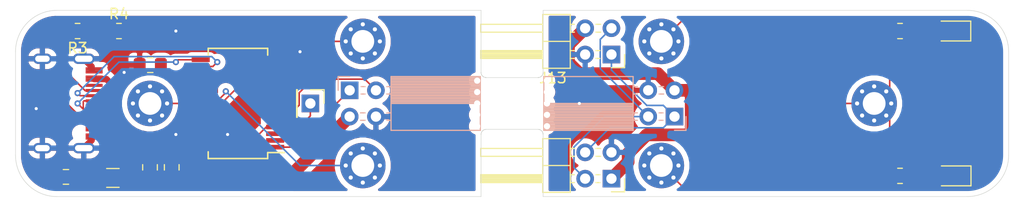
<source format=kicad_pcb>
(kicad_pcb (version 20171130) (host pcbnew "(5.1.9)-1")

  (general
    (thickness 1.6)
    (drawings 392)
    (tracks 149)
    (zones 0)
    (modules 26)
    (nets 35)
  )

  (page A4)
  (title_block
    (title Adapter)
  )

  (layers
    (0 F.Cu signal)
    (31 B.Cu signal)
    (32 B.Adhes user hide)
    (33 F.Adhes user hide)
    (34 B.Paste user hide)
    (35 F.Paste user hide)
    (36 B.SilkS user hide)
    (37 F.SilkS user hide)
    (38 B.Mask user)
    (39 F.Mask user)
    (40 Dwgs.User user hide)
    (41 Cmts.User user hide)
    (42 Eco1.User user hide)
    (43 Eco2.User user hide)
    (44 Edge.Cuts user)
    (45 Margin user hide)
    (46 B.CrtYd user)
    (47 F.CrtYd user)
    (48 B.Fab user hide)
    (49 F.Fab user hide)
  )

  (setup
    (last_trace_width 0.1524)
    (user_trace_width 0.1524)
    (user_trace_width 0.6096)
    (user_trace_width 1.2192)
    (trace_clearance 0.1524)
    (zone_clearance 0.508)
    (zone_45_only no)
    (trace_min 0.1016)
    (via_size 0.6)
    (via_drill 0.3)
    (via_min_size 0.5)
    (via_min_drill 0.3)
    (user_via 0.5 0.3)
    (uvia_size 0.3)
    (uvia_drill 0.1)
    (uvias_allowed no)
    (uvia_min_size 0.2)
    (uvia_min_drill 0.1)
    (edge_width 0.05)
    (segment_width 0.2)
    (pcb_text_width 0.3)
    (pcb_text_size 1.5 1.5)
    (mod_edge_width 0.12)
    (mod_text_size 1 1)
    (mod_text_width 0.15)
    (pad_size 1.524 1.524)
    (pad_drill 0.762)
    (pad_to_mask_clearance 0)
    (aux_axis_origin 0 0)
    (visible_elements 7FFFFFFF)
    (pcbplotparams
      (layerselection 0x010cc_ffffffff)
      (usegerberextensions true)
      (usegerberattributes false)
      (usegerberadvancedattributes false)
      (creategerberjobfile false)
      (excludeedgelayer true)
      (linewidth 0.100000)
      (plotframeref false)
      (viasonmask false)
      (mode 1)
      (useauxorigin false)
      (hpglpennumber 1)
      (hpglpenspeed 20)
      (hpglpendiameter 15.000000)
      (psnegative false)
      (psa4output false)
      (plotreference true)
      (plotvalue true)
      (plotinvisibletext false)
      (padsonsilk false)
      (subtractmaskfromsilk true)
      (outputformat 1)
      (mirror false)
      (drillshape 0)
      (scaleselection 1)
      (outputdirectory "gerbers/"))
  )

  (net 0 "")
  (net 1 "/Lower Board/VBUS")
  (net 2 GND)
  (net 3 "Net-(C2-Pad1)")
  (net 4 +5V)
  (net 5 "/Lower Board/TXLED")
  (net 6 "Net-(D1-Pad2)")
  (net 7 "Net-(D2-Pad2)")
  (net 8 "/Lower Board/RXLED")
  (net 9 "/Lower Board/RXD")
  (net 10 "/Lower Board/TXD")
  (net 11 "/Lower Board/D+")
  (net 12 "/Lower Board/D-")
  (net 13 "/Lower Board/DTR")
  (net 14 "Net-(U1-Pad3)")
  (net 15 "Net-(U1-Pad6)")
  (net 16 "Net-(U1-Pad9)")
  (net 17 "Net-(U1-Pad10)")
  (net 18 "Net-(U1-Pad11)")
  (net 19 "Net-(U1-Pad12)")
  (net 20 "Net-(U1-Pad13)")
  (net 21 "Net-(U1-Pad14)")
  (net 22 "Net-(U1-Pad19)")
  (net 23 "Net-(U1-Pad27)")
  (net 24 "Net-(U1-Pad28)")
  (net 25 "Net-(J6-PadA8)")
  (net 26 "Net-(J6-PadB5)")
  (net 27 "Net-(J6-PadA5)")
  (net 28 "Net-(J6-PadB8)")
  (net 29 "Net-(D1-Pad1)")
  (net 30 "Net-(D2-Pad1)")
  (net 31 GNDB)
  (net 32 +5VB)
  (net 33 "/Upper Board/TX1T")
  (net 34 "/Upper Board/RX1T")

  (net_class Default "This is the default net class."
    (clearance 0.1524)
    (trace_width 0.1524)
    (via_dia 0.6)
    (via_drill 0.3)
    (uvia_dia 0.3)
    (uvia_drill 0.1)
    (add_net +5V)
    (add_net +5VB)
    (add_net "/Lower Board/D+")
    (add_net "/Lower Board/D-")
    (add_net "/Lower Board/DTR")
    (add_net "/Lower Board/RXD")
    (add_net "/Lower Board/RXLED")
    (add_net "/Lower Board/TXD")
    (add_net "/Lower Board/TXLED")
    (add_net "/Lower Board/VBUS")
    (add_net "/Upper Board/RX1T")
    (add_net "/Upper Board/TX1T")
    (add_net GND)
    (add_net GNDB)
    (add_net "Net-(C2-Pad1)")
    (add_net "Net-(D1-Pad1)")
    (add_net "Net-(D1-Pad2)")
    (add_net "Net-(D2-Pad1)")
    (add_net "Net-(D2-Pad2)")
    (add_net "Net-(J6-PadA5)")
    (add_net "Net-(J6-PadA8)")
    (add_net "Net-(J6-PadB5)")
    (add_net "Net-(J6-PadB8)")
    (add_net "Net-(U1-Pad10)")
    (add_net "Net-(U1-Pad11)")
    (add_net "Net-(U1-Pad12)")
    (add_net "Net-(U1-Pad13)")
    (add_net "Net-(U1-Pad14)")
    (add_net "Net-(U1-Pad19)")
    (add_net "Net-(U1-Pad27)")
    (add_net "Net-(U1-Pad28)")
    (add_net "Net-(U1-Pad3)")
    (add_net "Net-(U1-Pad6)")
    (add_net "Net-(U1-Pad9)")
  )

  (module node:SOFNG_MC-311D (layer F.Cu) (tedit 5FBF78CF) (tstamp 5FB73DEC)
    (at 103.1 105 270)
    (path /5FA6C89B/5FBA90B8)
    (attr smd)
    (fp_text reference J6 (at 0 -6.5 90) (layer F.SilkS) hide
      (effects (font (size 1 1) (thickness 0.15)))
    )
    (fp_text value USB_C_Receptacle_USB2.0 (at 0 4 90) (layer F.Fab) hide
      (effects (font (size 1 1) (thickness 0.15)))
    )
    (fp_line (start -4.32 -5.23) (end 4.32 -5.23) (layer F.Fab) (width 0.1))
    (fp_line (start -4.32 2.6) (end 4.32 2.6) (layer F.Fab) (width 0.1))
    (fp_line (start 4.32 -5.23) (end 4.32 2.6) (layer F.Fab) (width 0.1))
    (fp_line (start -4.32 -5.23) (end -4.32 2.6) (layer F.Fab) (width 0.1))
    (pad "" np_thru_hole circle (at -2.89 -3.68 270) (size 0.65 0.65) (drill 0.65) (layers *.Cu *.Mask)
      (clearance 0.1))
    (pad "" np_thru_hole circle (at 2.89 -3.68 270) (size 0.65 0.65) (drill 0.65) (layers *.Cu *.Mask)
      (clearance 0.1))
    (pad B8 smd rect (at -1.75 -5 270) (size 0.3 1.64) (layers F.Cu F.Paste F.Mask)
      (net 28 "Net-(J6-PadB8)") (clearance 0.1))
    (pad A5 smd rect (at -1.25 -5 270) (size 0.3 1.64) (layers F.Cu F.Paste F.Mask)
      (net 27 "Net-(J6-PadA5)") (clearance 0.1))
    (pad A6 smd rect (at -0.25 -5 270) (size 0.3 1.64) (layers F.Cu F.Paste F.Mask)
      (net 11 "/Lower Board/D+") (clearance 0.1))
    (pad B7 smd rect (at -0.75 -5 270) (size 0.3 1.64) (layers F.Cu F.Paste F.Mask)
      (net 12 "/Lower Board/D-") (clearance 0.1))
    (pad B1 smd rect (at 3.05 -5 270) (size 0.3 1.64) (layers F.Cu F.Paste F.Mask)
      (net 31 GNDB) (clearance 0.1))
    (pad B5 smd rect (at 1.75 -5 270) (size 0.3 1.64) (layers F.Cu F.Paste F.Mask)
      (net 26 "Net-(J6-PadB5)") (clearance 0.1))
    (pad A8 smd rect (at 1.25 -5 270) (size 0.3 1.64) (layers F.Cu F.Paste F.Mask)
      (net 25 "Net-(J6-PadA8)") (clearance 0.1))
    (pad B6 smd rect (at 0.75 -5 270) (size 0.3 1.64) (layers F.Cu F.Paste F.Mask)
      (net 11 "/Lower Board/D+") (clearance 0.1))
    (pad A7 smd rect (at 0.25 -5 270) (size 0.3 1.64) (layers F.Cu F.Paste F.Mask)
      (net 12 "/Lower Board/D-") (clearance 0.1))
    (pad S1 thru_hole oval (at -4.32 -4 270) (size 1 2.1) (drill oval 0.6 1.7) (layers *.Cu *.Mask)
      (net 31 GNDB) (clearance 0.1))
    (pad S1 thru_hole oval (at 4.32 -4 270) (size 1 2.1) (drill oval 0.6 1.7) (layers *.Cu *.Mask)
      (net 31 GNDB) (clearance 0.1))
    (pad S1 thru_hole oval (at -4.32 0 270) (size 1 1.8) (drill oval 0.6 1.4) (layers *.Cu *.Mask)
      (net 31 GNDB) (clearance 0.1))
    (pad S1 thru_hole oval (at 4.32 0 270) (size 1 1.8) (drill oval 0.6 1.4) (layers *.Cu *.Mask)
      (net 31 GNDB) (clearance 0.1))
    (pad B4 smd rect (at 2.25 -5 270) (size 0.3 1.64) (layers F.Cu F.Paste F.Mask)
      (net 1 "/Lower Board/VBUS") (clearance 0.1))
    (pad A9 smd rect (at 2.55 -5 270) (size 0.3 1.64) (layers F.Cu F.Paste F.Mask)
      (net 1 "/Lower Board/VBUS") (clearance 0.1))
    (pad A12 smd rect (at 3.35 -5 270) (size 0.3 1.64) (layers F.Cu F.Paste F.Mask)
      (net 31 GNDB) (clearance 0.1))
    (pad B9 smd rect (at -2.25 -5 270) (size 0.3 1.64) (layers F.Cu F.Paste F.Mask)
      (net 1 "/Lower Board/VBUS") (clearance 0.1))
    (pad A4 smd rect (at -2.55 -5 270) (size 0.3 1.64) (layers F.Cu F.Paste F.Mask)
      (net 1 "/Lower Board/VBUS") (clearance 0.1))
    (pad B12 smd rect (at -3.05 -5 270) (size 0.3 1.64) (layers F.Cu F.Paste F.Mask)
      (net 31 GNDB) (clearance 0.1))
    (pad A1 smd rect (at -3.35 -5 270) (size 0.3 1.64) (layers F.Cu F.Paste F.Mask)
      (net 31 GNDB) (clearance 0.1))
  )

  (module Capacitor_SMD:C_0805_2012Metric_Pad1.15x1.40mm_HandSolder (layer F.Cu) (tedit 5B36C52B) (tstamp 5FB652D3)
    (at 105.375 112.1)
    (descr "Capacitor SMD 0805 (2012 Metric), square (rectangular) end terminal, IPC_7351 nominal with elongated pad for handsoldering. (Body size source: https://docs.google.com/spreadsheets/d/1BsfQQcO9C6DZCsRaXUlFlo91Tg2WpOkGARC1WS5S8t0/edit?usp=sharing), generated with kicad-footprint-generator")
    (tags "capacitor handsolder")
    (path /5FA6C89B/5FA76158)
    (attr smd)
    (fp_text reference C1 (at 0 -1.65) (layer F.SilkS) hide
      (effects (font (size 1 1) (thickness 0.15)))
    )
    (fp_text value 100n (at 0 1.65) (layer F.Fab)
      (effects (font (size 1 1) (thickness 0.15)))
    )
    (fp_line (start 1.85 0.95) (end -1.85 0.95) (layer F.CrtYd) (width 0.05))
    (fp_line (start 1.85 -0.95) (end 1.85 0.95) (layer F.CrtYd) (width 0.05))
    (fp_line (start -1.85 -0.95) (end 1.85 -0.95) (layer F.CrtYd) (width 0.05))
    (fp_line (start -1.85 0.95) (end -1.85 -0.95) (layer F.CrtYd) (width 0.05))
    (fp_line (start -0.261252 0.71) (end 0.261252 0.71) (layer F.SilkS) (width 0.12))
    (fp_line (start -0.261252 -0.71) (end 0.261252 -0.71) (layer F.SilkS) (width 0.12))
    (fp_line (start 1 0.6) (end -1 0.6) (layer F.Fab) (width 0.1))
    (fp_line (start 1 -0.6) (end 1 0.6) (layer F.Fab) (width 0.1))
    (fp_line (start -1 -0.6) (end 1 -0.6) (layer F.Fab) (width 0.1))
    (fp_line (start -1 0.6) (end -1 -0.6) (layer F.Fab) (width 0.1))
    (fp_text user %R (at 0 0) (layer F.Fab)
      (effects (font (size 0.5 0.5) (thickness 0.08)))
    )
    (pad 2 smd roundrect (at 1.025 0) (size 1.15 1.4) (layers F.Cu F.Paste F.Mask) (roundrect_rratio 0.2173904347826087)
      (net 1 "/Lower Board/VBUS"))
    (pad 1 smd roundrect (at -1.025 0) (size 1.15 1.4) (layers F.Cu F.Paste F.Mask) (roundrect_rratio 0.2173904347826087)
      (net 31 GNDB))
    (model ${KISYS3DMOD}/Capacitor_SMD.3dshapes/C_0805_2012Metric.wrl
      (at (xyz 0 0 0))
      (scale (xyz 1 1 1))
      (rotate (xyz 0 0 0))
    )
  )

  (module Capacitor_SMD:C_0805_2012Metric_Pad1.15x1.40mm_HandSolder (layer F.Cu) (tedit 5B36C52B) (tstamp 5FB6B8E3)
    (at 113.525 101.3 180)
    (descr "Capacitor SMD 0805 (2012 Metric), square (rectangular) end terminal, IPC_7351 nominal with elongated pad for handsoldering. (Body size source: https://docs.google.com/spreadsheets/d/1BsfQQcO9C6DZCsRaXUlFlo91Tg2WpOkGARC1WS5S8t0/edit?usp=sharing), generated with kicad-footprint-generator")
    (tags "capacitor handsolder")
    (path /5FA6C89B/5FA6F4A3)
    (attr smd)
    (fp_text reference C2 (at 0 -1.65) (layer F.SilkS) hide
      (effects (font (size 1 1) (thickness 0.15)))
    )
    (fp_text value 100n (at 0 1.65) (layer F.Fab)
      (effects (font (size 1 1) (thickness 0.15)))
    )
    (fp_line (start 1.85 0.95) (end -1.85 0.95) (layer F.CrtYd) (width 0.05))
    (fp_line (start 1.85 -0.95) (end 1.85 0.95) (layer F.CrtYd) (width 0.05))
    (fp_line (start -1.85 -0.95) (end 1.85 -0.95) (layer F.CrtYd) (width 0.05))
    (fp_line (start -1.85 0.95) (end -1.85 -0.95) (layer F.CrtYd) (width 0.05))
    (fp_line (start -0.261252 0.71) (end 0.261252 0.71) (layer F.SilkS) (width 0.12))
    (fp_line (start -0.261252 -0.71) (end 0.261252 -0.71) (layer F.SilkS) (width 0.12))
    (fp_line (start 1 0.6) (end -1 0.6) (layer F.Fab) (width 0.1))
    (fp_line (start 1 -0.6) (end 1 0.6) (layer F.Fab) (width 0.1))
    (fp_line (start -1 -0.6) (end 1 -0.6) (layer F.Fab) (width 0.1))
    (fp_line (start -1 0.6) (end -1 -0.6) (layer F.Fab) (width 0.1))
    (fp_text user %R (at 0 0) (layer F.Fab)
      (effects (font (size 0.5 0.5) (thickness 0.08)))
    )
    (pad 2 smd roundrect (at 1.025 0 180) (size 1.15 1.4) (layers F.Cu F.Paste F.Mask) (roundrect_rratio 0.2173904347826087)
      (net 31 GNDB))
    (pad 1 smd roundrect (at -1.025 0 180) (size 1.15 1.4) (layers F.Cu F.Paste F.Mask) (roundrect_rratio 0.2173904347826087)
      (net 3 "Net-(C2-Pad1)"))
    (model ${KISYS3DMOD}/Capacitor_SMD.3dshapes/C_0805_2012Metric.wrl
      (at (xyz 0 0 0))
      (scale (xyz 1 1 1))
      (rotate (xyz 0 0 0))
    )
  )

  (module Capacitor_SMD:C_0805_2012Metric_Pad1.15x1.40mm_HandSolder (layer F.Cu) (tedit 5B36C52B) (tstamp 5FB73FBB)
    (at 113.5 111.175 270)
    (descr "Capacitor SMD 0805 (2012 Metric), square (rectangular) end terminal, IPC_7351 nominal with elongated pad for handsoldering. (Body size source: https://docs.google.com/spreadsheets/d/1BsfQQcO9C6DZCsRaXUlFlo91Tg2WpOkGARC1WS5S8t0/edit?usp=sharing), generated with kicad-footprint-generator")
    (tags "capacitor handsolder")
    (path /5FA6C89B/5FA79423)
    (attr smd)
    (fp_text reference C3 (at 0 -1.65 90) (layer F.SilkS) hide
      (effects (font (size 1 1) (thickness 0.15)))
    )
    (fp_text value 100n (at 3.825 0 90) (layer F.Fab)
      (effects (font (size 1 1) (thickness 0.15)))
    )
    (fp_line (start 1.85 0.95) (end -1.85 0.95) (layer F.CrtYd) (width 0.05))
    (fp_line (start 1.85 -0.95) (end 1.85 0.95) (layer F.CrtYd) (width 0.05))
    (fp_line (start -1.85 -0.95) (end 1.85 -0.95) (layer F.CrtYd) (width 0.05))
    (fp_line (start -1.85 0.95) (end -1.85 -0.95) (layer F.CrtYd) (width 0.05))
    (fp_line (start -0.261252 0.71) (end 0.261252 0.71) (layer F.SilkS) (width 0.12))
    (fp_line (start -0.261252 -0.71) (end 0.261252 -0.71) (layer F.SilkS) (width 0.12))
    (fp_line (start 1 0.6) (end -1 0.6) (layer F.Fab) (width 0.1))
    (fp_line (start 1 -0.6) (end 1 0.6) (layer F.Fab) (width 0.1))
    (fp_line (start -1 -0.6) (end 1 -0.6) (layer F.Fab) (width 0.1))
    (fp_line (start -1 0.6) (end -1 -0.6) (layer F.Fab) (width 0.1))
    (fp_text user %R (at 0 0 90) (layer F.Fab)
      (effects (font (size 0.5 0.5) (thickness 0.08)))
    )
    (pad 2 smd roundrect (at 1.025 0 270) (size 1.15 1.4) (layers F.Cu F.Paste F.Mask) (roundrect_rratio 0.2173904347826087)
      (net 32 +5VB))
    (pad 1 smd roundrect (at -1.025 0 270) (size 1.15 1.4) (layers F.Cu F.Paste F.Mask) (roundrect_rratio 0.2173904347826087)
      (net 31 GNDB))
    (model ${KISYS3DMOD}/Capacitor_SMD.3dshapes/C_0805_2012Metric.wrl
      (at (xyz 0 0 0))
      (scale (xyz 1 1 1))
      (rotate (xyz 0 0 0))
    )
  )

  (module Capacitor_SMD:C_0805_2012Metric_Pad1.15x1.40mm_HandSolder (layer F.Cu) (tedit 5B36C52B) (tstamp 5FB73FEB)
    (at 115.6 111.175 90)
    (descr "Capacitor SMD 0805 (2012 Metric), square (rectangular) end terminal, IPC_7351 nominal with elongated pad for handsoldering. (Body size source: https://docs.google.com/spreadsheets/d/1BsfQQcO9C6DZCsRaXUlFlo91Tg2WpOkGARC1WS5S8t0/edit?usp=sharing), generated with kicad-footprint-generator")
    (tags "capacitor handsolder")
    (path /5FA6C89B/5FA8018F)
    (attr smd)
    (fp_text reference C4 (at 0 -1.65 90) (layer F.SilkS) hide
      (effects (font (size 1 1) (thickness 0.15)))
    )
    (fp_text value 4.7u (at -3.825 -0.1 90) (layer F.Fab)
      (effects (font (size 1 1) (thickness 0.15)))
    )
    (fp_line (start -1 0.6) (end -1 -0.6) (layer F.Fab) (width 0.1))
    (fp_line (start -1 -0.6) (end 1 -0.6) (layer F.Fab) (width 0.1))
    (fp_line (start 1 -0.6) (end 1 0.6) (layer F.Fab) (width 0.1))
    (fp_line (start 1 0.6) (end -1 0.6) (layer F.Fab) (width 0.1))
    (fp_line (start -0.261252 -0.71) (end 0.261252 -0.71) (layer F.SilkS) (width 0.12))
    (fp_line (start -0.261252 0.71) (end 0.261252 0.71) (layer F.SilkS) (width 0.12))
    (fp_line (start -1.85 0.95) (end -1.85 -0.95) (layer F.CrtYd) (width 0.05))
    (fp_line (start -1.85 -0.95) (end 1.85 -0.95) (layer F.CrtYd) (width 0.05))
    (fp_line (start 1.85 -0.95) (end 1.85 0.95) (layer F.CrtYd) (width 0.05))
    (fp_line (start 1.85 0.95) (end -1.85 0.95) (layer F.CrtYd) (width 0.05))
    (fp_text user %R (at 0 0 90) (layer F.Fab)
      (effects (font (size 0.5 0.5) (thickness 0.08)))
    )
    (pad 1 smd roundrect (at -1.025 0 90) (size 1.15 1.4) (layers F.Cu F.Paste F.Mask) (roundrect_rratio 0.2173904347826087)
      (net 32 +5VB))
    (pad 2 smd roundrect (at 1.025 0 90) (size 1.15 1.4) (layers F.Cu F.Paste F.Mask) (roundrect_rratio 0.2173904347826087)
      (net 31 GNDB))
    (model ${KISYS3DMOD}/Capacitor_SMD.3dshapes/C_0805_2012Metric.wrl
      (at (xyz 0 0 0))
      (scale (xyz 1 1 1))
      (rotate (xyz 0 0 0))
    )
  )

  (module Connector_PinHeader_2.54mm:PinHeader_1x01_P2.54mm_Vertical (layer F.Cu) (tedit 59FED5CC) (tstamp 5FB72BA5)
    (at 129 105 270)
    (descr "Through hole straight pin header, 1x01, 2.54mm pitch, single row")
    (tags "Through hole pin header THT 1x01 2.54mm single row")
    (path /5FA6C89B/5FA6E68E)
    (fp_text reference J7 (at 0 -2.33 90) (layer F.SilkS) hide
      (effects (font (size 1 1) (thickness 0.15)))
    )
    (fp_text value DTR (at 0 2.33 90) (layer F.Fab) hide
      (effects (font (size 1 1) (thickness 0.15)))
    )
    (fp_line (start 1.8 -1.8) (end -1.8 -1.8) (layer F.CrtYd) (width 0.05))
    (fp_line (start 1.8 1.8) (end 1.8 -1.8) (layer F.CrtYd) (width 0.05))
    (fp_line (start -1.8 1.8) (end 1.8 1.8) (layer F.CrtYd) (width 0.05))
    (fp_line (start -1.8 -1.8) (end -1.8 1.8) (layer F.CrtYd) (width 0.05))
    (fp_line (start -1.33 -1.33) (end 0 -1.33) (layer F.SilkS) (width 0.12))
    (fp_line (start -1.33 0) (end -1.33 -1.33) (layer F.SilkS) (width 0.12))
    (fp_line (start -1.33 1.27) (end 1.33 1.27) (layer F.SilkS) (width 0.12))
    (fp_line (start 1.33 1.27) (end 1.33 1.33) (layer F.SilkS) (width 0.12))
    (fp_line (start -1.33 1.27) (end -1.33 1.33) (layer F.SilkS) (width 0.12))
    (fp_line (start -1.33 1.33) (end 1.33 1.33) (layer F.SilkS) (width 0.12))
    (fp_line (start -1.27 -0.635) (end -0.635 -1.27) (layer F.Fab) (width 0.1))
    (fp_line (start -1.27 1.27) (end -1.27 -0.635) (layer F.Fab) (width 0.1))
    (fp_line (start 1.27 1.27) (end -1.27 1.27) (layer F.Fab) (width 0.1))
    (fp_line (start 1.27 -1.27) (end 1.27 1.27) (layer F.Fab) (width 0.1))
    (fp_line (start -0.635 -1.27) (end 1.27 -1.27) (layer F.Fab) (width 0.1))
    (fp_text user %R (at 0 0) (layer F.Fab)
      (effects (font (size 1 1) (thickness 0.15)))
    )
    (pad 1 thru_hole rect (at 0 0 270) (size 1.7 1.7) (drill 1) (layers *.Cu *.Mask)
      (net 13 "/Lower Board/DTR"))
    (model ${KISYS3DMOD}/Connector_PinHeader_2.54mm.3dshapes/PinHeader_1x01_P2.54mm_Vertical.wrl
      (at (xyz 0 0 0))
      (scale (xyz 1 1 1))
      (rotate (xyz 0 0 0))
    )
  )

  (module Connector_PinHeader_2.54mm:PinHeader_2x02_P2.54mm_Horizontal (layer F.Cu) (tedit 59FED5CB) (tstamp 5FB6BCA4)
    (at 158.104 112.27 180)
    (descr "Through hole angled pin header, 2x02, 2.54mm pitch, 6mm pin length, double rows")
    (tags "Through hole angled pin header THT 2x02 2.54mm double row")
    (path /5FA6C6C8/5FB6CCC1)
    (fp_text reference J11 (at 5.655 -2.27 180) (layer F.SilkS) hide
      (effects (font (size 1 1) (thickness 0.15)))
    )
    (fp_text value MALE (at 5.655 4.81 180) (layer F.Fab) hide
      (effects (font (size 1 1) (thickness 0.15)))
    )
    (fp_line (start 13.1 -1.8) (end -1.8 -1.8) (layer F.CrtYd) (width 0.05))
    (fp_line (start 13.1 4.35) (end 13.1 -1.8) (layer F.CrtYd) (width 0.05))
    (fp_line (start -1.8 4.35) (end 13.1 4.35) (layer F.CrtYd) (width 0.05))
    (fp_line (start -1.8 -1.8) (end -1.8 4.35) (layer F.CrtYd) (width 0.05))
    (fp_line (start -1.27 -1.27) (end 0 -1.27) (layer F.SilkS) (width 0.12))
    (fp_line (start -1.27 0) (end -1.27 -1.27) (layer F.SilkS) (width 0.12))
    (fp_line (start 1.042929 2.92) (end 1.497071 2.92) (layer F.SilkS) (width 0.12))
    (fp_line (start 1.042929 2.16) (end 1.497071 2.16) (layer F.SilkS) (width 0.12))
    (fp_line (start 3.582929 2.92) (end 3.98 2.92) (layer F.SilkS) (width 0.12))
    (fp_line (start 3.582929 2.16) (end 3.98 2.16) (layer F.SilkS) (width 0.12))
    (fp_line (start 12.64 2.92) (end 6.64 2.92) (layer F.SilkS) (width 0.12))
    (fp_line (start 12.64 2.16) (end 12.64 2.92) (layer F.SilkS) (width 0.12))
    (fp_line (start 6.64 2.16) (end 12.64 2.16) (layer F.SilkS) (width 0.12))
    (fp_line (start 3.98 1.27) (end 6.64 1.27) (layer F.SilkS) (width 0.12))
    (fp_line (start 1.11 0.38) (end 1.497071 0.38) (layer F.SilkS) (width 0.12))
    (fp_line (start 1.11 -0.38) (end 1.497071 -0.38) (layer F.SilkS) (width 0.12))
    (fp_line (start 3.582929 0.38) (end 3.98 0.38) (layer F.SilkS) (width 0.12))
    (fp_line (start 3.582929 -0.38) (end 3.98 -0.38) (layer F.SilkS) (width 0.12))
    (fp_line (start 6.64 0.28) (end 12.64 0.28) (layer F.SilkS) (width 0.12))
    (fp_line (start 6.64 0.16) (end 12.64 0.16) (layer F.SilkS) (width 0.12))
    (fp_line (start 6.64 0.04) (end 12.64 0.04) (layer F.SilkS) (width 0.12))
    (fp_line (start 6.64 -0.08) (end 12.64 -0.08) (layer F.SilkS) (width 0.12))
    (fp_line (start 6.64 -0.2) (end 12.64 -0.2) (layer F.SilkS) (width 0.12))
    (fp_line (start 6.64 -0.32) (end 12.64 -0.32) (layer F.SilkS) (width 0.12))
    (fp_line (start 12.64 0.38) (end 6.64 0.38) (layer F.SilkS) (width 0.12))
    (fp_line (start 12.64 -0.38) (end 12.64 0.38) (layer F.SilkS) (width 0.12))
    (fp_line (start 6.64 -0.38) (end 12.64 -0.38) (layer F.SilkS) (width 0.12))
    (fp_line (start 6.64 -1.33) (end 3.98 -1.33) (layer F.SilkS) (width 0.12))
    (fp_line (start 6.64 3.87) (end 6.64 -1.33) (layer F.SilkS) (width 0.12))
    (fp_line (start 3.98 3.87) (end 6.64 3.87) (layer F.SilkS) (width 0.12))
    (fp_line (start 3.98 -1.33) (end 3.98 3.87) (layer F.SilkS) (width 0.12))
    (fp_line (start 6.58 2.86) (end 12.58 2.86) (layer F.Fab) (width 0.1))
    (fp_line (start 12.58 2.22) (end 12.58 2.86) (layer F.Fab) (width 0.1))
    (fp_line (start 6.58 2.22) (end 12.58 2.22) (layer F.Fab) (width 0.1))
    (fp_line (start -0.32 2.86) (end 4.04 2.86) (layer F.Fab) (width 0.1))
    (fp_line (start -0.32 2.22) (end -0.32 2.86) (layer F.Fab) (width 0.1))
    (fp_line (start -0.32 2.22) (end 4.04 2.22) (layer F.Fab) (width 0.1))
    (fp_line (start 6.58 0.32) (end 12.58 0.32) (layer F.Fab) (width 0.1))
    (fp_line (start 12.58 -0.32) (end 12.58 0.32) (layer F.Fab) (width 0.1))
    (fp_line (start 6.58 -0.32) (end 12.58 -0.32) (layer F.Fab) (width 0.1))
    (fp_line (start -0.32 0.32) (end 4.04 0.32) (layer F.Fab) (width 0.1))
    (fp_line (start -0.32 -0.32) (end -0.32 0.32) (layer F.Fab) (width 0.1))
    (fp_line (start -0.32 -0.32) (end 4.04 -0.32) (layer F.Fab) (width 0.1))
    (fp_line (start 4.04 -0.635) (end 4.675 -1.27) (layer F.Fab) (width 0.1))
    (fp_line (start 4.04 3.81) (end 4.04 -0.635) (layer F.Fab) (width 0.1))
    (fp_line (start 6.58 3.81) (end 4.04 3.81) (layer F.Fab) (width 0.1))
    (fp_line (start 6.58 -1.27) (end 6.58 3.81) (layer F.Fab) (width 0.1))
    (fp_line (start 4.675 -1.27) (end 6.58 -1.27) (layer F.Fab) (width 0.1))
    (fp_text user %R (at 5.31 1.27 -90) (layer F.Fab)
      (effects (font (size 1 1) (thickness 0.15)))
    )
    (pad 4 thru_hole oval (at 2.54 2.54 180) (size 1.7 1.7) (drill 1) (layers *.Cu *.Mask)
      (net 33 "/Upper Board/TX1T"))
    (pad 3 thru_hole oval (at 0 2.54 180) (size 1.7 1.7) (drill 1) (layers *.Cu *.Mask)
      (net 2 GND))
    (pad 2 thru_hole oval (at 2.54 0 180) (size 1.7 1.7) (drill 1) (layers *.Cu *.Mask)
      (net 34 "/Upper Board/RX1T"))
    (pad 1 thru_hole rect (at 0 0 180) (size 1.7 1.7) (drill 1) (layers *.Cu *.Mask)
      (net 4 +5V))
    (model ${KISYS3DMOD}/Connector_PinHeader_2.54mm.3dshapes/PinHeader_2x02_P2.54mm_Horizontal.wrl
      (at (xyz 0 0 0))
      (scale (xyz 1 1 1))
      (rotate (xyz 0 0 0))
    )
  )

  (module Package_SO:SSOP-28_5.3x10.2mm_P0.65mm (layer F.Cu) (tedit 5A02F25C) (tstamp 5FB6B1C2)
    (at 122 105 180)
    (descr "28-Lead Plastic Shrink Small Outline (SS)-5.30 mm Body [SSOP] (see Microchip Packaging Specification 00000049BS.pdf)")
    (tags "SSOP 0.65")
    (path /5FA6C89B/5FA6EEE7)
    (attr smd)
    (fp_text reference U1 (at 0 -6.25) (layer F.SilkS) hide
      (effects (font (size 1 1) (thickness 0.15)))
    )
    (fp_text value FT232RL (at 0 6.25) (layer F.Fab)
      (effects (font (size 1 1) (thickness 0.15)))
    )
    (fp_line (start -2.875 -4.75) (end -4.475 -4.75) (layer F.SilkS) (width 0.15))
    (fp_line (start -2.875 5.325) (end 2.875 5.325) (layer F.SilkS) (width 0.15))
    (fp_line (start -2.875 -5.325) (end 2.875 -5.325) (layer F.SilkS) (width 0.15))
    (fp_line (start -2.875 5.325) (end -2.875 4.675) (layer F.SilkS) (width 0.15))
    (fp_line (start 2.875 5.325) (end 2.875 4.675) (layer F.SilkS) (width 0.15))
    (fp_line (start 2.875 -5.325) (end 2.875 -4.675) (layer F.SilkS) (width 0.15))
    (fp_line (start -2.875 -5.325) (end -2.875 -4.75) (layer F.SilkS) (width 0.15))
    (fp_line (start -4.75 5.5) (end 4.75 5.5) (layer F.CrtYd) (width 0.05))
    (fp_line (start -4.75 -5.5) (end 4.75 -5.5) (layer F.CrtYd) (width 0.05))
    (fp_line (start 4.75 -5.5) (end 4.75 5.5) (layer F.CrtYd) (width 0.05))
    (fp_line (start -4.75 -5.5) (end -4.75 5.5) (layer F.CrtYd) (width 0.05))
    (fp_line (start -2.65 -4.1) (end -1.65 -5.1) (layer F.Fab) (width 0.15))
    (fp_line (start -2.65 5.1) (end -2.65 -4.1) (layer F.Fab) (width 0.15))
    (fp_line (start 2.65 5.1) (end -2.65 5.1) (layer F.Fab) (width 0.15))
    (fp_line (start 2.65 -5.1) (end 2.65 5.1) (layer F.Fab) (width 0.15))
    (fp_line (start -1.65 -5.1) (end 2.65 -5.1) (layer F.Fab) (width 0.15))
    (fp_text user %R (at 0 0) (layer F.Fab)
      (effects (font (size 0.8 0.8) (thickness 0.15)))
    )
    (pad 28 smd rect (at 3.6 -4.225 180) (size 1.75 0.45) (layers F.Cu F.Paste F.Mask)
      (net 24 "Net-(U1-Pad28)"))
    (pad 27 smd rect (at 3.6 -3.575 180) (size 1.75 0.45) (layers F.Cu F.Paste F.Mask)
      (net 23 "Net-(U1-Pad27)"))
    (pad 26 smd rect (at 3.6 -2.925 180) (size 1.75 0.45) (layers F.Cu F.Paste F.Mask)
      (net 31 GNDB))
    (pad 25 smd rect (at 3.6 -2.275 180) (size 1.75 0.45) (layers F.Cu F.Paste F.Mask)
      (net 31 GNDB))
    (pad 24 smd rect (at 3.6 -1.625 180) (size 1.75 0.45) (layers F.Cu F.Paste F.Mask))
    (pad 23 smd rect (at 3.6 -0.975 180) (size 1.75 0.45) (layers F.Cu F.Paste F.Mask)
      (net 5 "/Lower Board/TXLED"))
    (pad 22 smd rect (at 3.6 -0.325 180) (size 1.75 0.45) (layers F.Cu F.Paste F.Mask)
      (net 8 "/Lower Board/RXLED"))
    (pad 21 smd rect (at 3.6 0.325 180) (size 1.75 0.45) (layers F.Cu F.Paste F.Mask)
      (net 31 GNDB))
    (pad 20 smd rect (at 3.6 0.975 180) (size 1.75 0.45) (layers F.Cu F.Paste F.Mask)
      (net 32 +5VB))
    (pad 19 smd rect (at 3.6 1.625 180) (size 1.75 0.45) (layers F.Cu F.Paste F.Mask)
      (net 22 "Net-(U1-Pad19)"))
    (pad 18 smd rect (at 3.6 2.275 180) (size 1.75 0.45) (layers F.Cu F.Paste F.Mask)
      (net 31 GNDB))
    (pad 17 smd rect (at 3.6 2.925 180) (size 1.75 0.45) (layers F.Cu F.Paste F.Mask)
      (net 3 "Net-(C2-Pad1)"))
    (pad 16 smd rect (at 3.6 3.575 180) (size 1.75 0.45) (layers F.Cu F.Paste F.Mask)
      (net 12 "/Lower Board/D-"))
    (pad 15 smd rect (at 3.6 4.225 180) (size 1.75 0.45) (layers F.Cu F.Paste F.Mask)
      (net 11 "/Lower Board/D+"))
    (pad 14 smd rect (at -3.6 4.225 180) (size 1.75 0.45) (layers F.Cu F.Paste F.Mask)
      (net 21 "Net-(U1-Pad14)"))
    (pad 13 smd rect (at -3.6 3.575 180) (size 1.75 0.45) (layers F.Cu F.Paste F.Mask)
      (net 20 "Net-(U1-Pad13)"))
    (pad 12 smd rect (at -3.6 2.925 180) (size 1.75 0.45) (layers F.Cu F.Paste F.Mask)
      (net 19 "Net-(U1-Pad12)"))
    (pad 11 smd rect (at -3.6 2.275 180) (size 1.75 0.45) (layers F.Cu F.Paste F.Mask)
      (net 18 "Net-(U1-Pad11)"))
    (pad 10 smd rect (at -3.6 1.625 180) (size 1.75 0.45) (layers F.Cu F.Paste F.Mask)
      (net 17 "Net-(U1-Pad10)"))
    (pad 9 smd rect (at -3.6 0.975 180) (size 1.75 0.45) (layers F.Cu F.Paste F.Mask)
      (net 16 "Net-(U1-Pad9)"))
    (pad 8 smd rect (at -3.6 0.325 180) (size 1.75 0.45) (layers F.Cu F.Paste F.Mask))
    (pad 7 smd rect (at -3.6 -0.325 180) (size 1.75 0.45) (layers F.Cu F.Paste F.Mask)
      (net 31 GNDB))
    (pad 6 smd rect (at -3.6 -0.975 180) (size 1.75 0.45) (layers F.Cu F.Paste F.Mask)
      (net 15 "Net-(U1-Pad6)"))
    (pad 5 smd rect (at -3.6 -1.625 180) (size 1.75 0.45) (layers F.Cu F.Paste F.Mask)
      (net 9 "/Lower Board/RXD"))
    (pad 4 smd rect (at -3.6 -2.275 180) (size 1.75 0.45) (layers F.Cu F.Paste F.Mask)
      (net 32 +5VB))
    (pad 3 smd rect (at -3.6 -2.925 180) (size 1.75 0.45) (layers F.Cu F.Paste F.Mask)
      (net 14 "Net-(U1-Pad3)"))
    (pad 2 smd rect (at -3.6 -3.575 180) (size 1.75 0.45) (layers F.Cu F.Paste F.Mask)
      (net 13 "/Lower Board/DTR"))
    (pad 1 smd rect (at -3.6 -4.225 180) (size 1.75 0.45) (layers F.Cu F.Paste F.Mask)
      (net 10 "/Lower Board/TXD"))
    (model ${KISYS3DMOD}/Package_SO.3dshapes/SSOP-28_5.3x10.2mm_P0.65mm.wrl
      (at (xyz 0 0 0))
      (scale (xyz 1 1 1))
      (rotate (xyz 0 0 0))
    )
  )

  (module Connector_PinSocket_2.54mm:PinSocket_2x02_P2.54mm_Horizontal (layer B.Cu) (tedit 5A19A41C) (tstamp 5FB6DDE1)
    (at 132.8 103.73 180)
    (descr "Through hole angled socket strip, 2x02, 2.54mm pitch, 8.51mm socket length, double cols (from Kicad 4.0.7), script generated")
    (tags "Through hole angled socket strip THT 2x02 2.54mm double row")
    (path /5FA6C89B/5FA83015)
    (fp_text reference J2 (at -5.65 2.77 180) (layer B.SilkS) hide
      (effects (font (size 1 1) (thickness 0.15)) (justify mirror))
    )
    (fp_text value FEMALE (at -5.65 -5.31 180) (layer B.Fab) hide
      (effects (font (size 1 1) (thickness 0.15)) (justify mirror))
    )
    (fp_line (start -12.57 1.27) (end -5.03 1.27) (layer B.Fab) (width 0.1))
    (fp_line (start -5.03 1.27) (end -4.06 0.3) (layer B.Fab) (width 0.1))
    (fp_line (start -4.06 0.3) (end -4.06 -3.81) (layer B.Fab) (width 0.1))
    (fp_line (start -4.06 -3.81) (end -12.57 -3.81) (layer B.Fab) (width 0.1))
    (fp_line (start -12.57 -3.81) (end -12.57 1.27) (layer B.Fab) (width 0.1))
    (fp_line (start 0 0.3) (end -4.06 0.3) (layer B.Fab) (width 0.1))
    (fp_line (start -4.06 -0.3) (end 0 -0.3) (layer B.Fab) (width 0.1))
    (fp_line (start 0 -0.3) (end 0 0.3) (layer B.Fab) (width 0.1))
    (fp_line (start 0 -2.24) (end -4.06 -2.24) (layer B.Fab) (width 0.1))
    (fp_line (start -4.06 -2.84) (end 0 -2.84) (layer B.Fab) (width 0.1))
    (fp_line (start 0 -2.84) (end 0 -2.24) (layer B.Fab) (width 0.1))
    (fp_line (start -12.63 1.21) (end -4 1.21) (layer B.SilkS) (width 0.12))
    (fp_line (start -12.63 1.091905) (end -4 1.091905) (layer B.SilkS) (width 0.12))
    (fp_line (start -12.63 0.97381) (end -4 0.97381) (layer B.SilkS) (width 0.12))
    (fp_line (start -12.63 0.855715) (end -4 0.855715) (layer B.SilkS) (width 0.12))
    (fp_line (start -12.63 0.73762) (end -4 0.73762) (layer B.SilkS) (width 0.12))
    (fp_line (start -12.63 0.619525) (end -4 0.619525) (layer B.SilkS) (width 0.12))
    (fp_line (start -12.63 0.50143) (end -4 0.50143) (layer B.SilkS) (width 0.12))
    (fp_line (start -12.63 0.383335) (end -4 0.383335) (layer B.SilkS) (width 0.12))
    (fp_line (start -12.63 0.26524) (end -4 0.26524) (layer B.SilkS) (width 0.12))
    (fp_line (start -12.63 0.147145) (end -4 0.147145) (layer B.SilkS) (width 0.12))
    (fp_line (start -12.63 0.02905) (end -4 0.02905) (layer B.SilkS) (width 0.12))
    (fp_line (start -12.63 -0.089045) (end -4 -0.089045) (layer B.SilkS) (width 0.12))
    (fp_line (start -12.63 -0.20714) (end -4 -0.20714) (layer B.SilkS) (width 0.12))
    (fp_line (start -12.63 -0.325235) (end -4 -0.325235) (layer B.SilkS) (width 0.12))
    (fp_line (start -12.63 -0.44333) (end -4 -0.44333) (layer B.SilkS) (width 0.12))
    (fp_line (start -12.63 -0.561425) (end -4 -0.561425) (layer B.SilkS) (width 0.12))
    (fp_line (start -12.63 -0.67952) (end -4 -0.67952) (layer B.SilkS) (width 0.12))
    (fp_line (start -12.63 -0.797615) (end -4 -0.797615) (layer B.SilkS) (width 0.12))
    (fp_line (start -12.63 -0.91571) (end -4 -0.91571) (layer B.SilkS) (width 0.12))
    (fp_line (start -12.63 -1.033805) (end -4 -1.033805) (layer B.SilkS) (width 0.12))
    (fp_line (start -12.63 -1.1519) (end -4 -1.1519) (layer B.SilkS) (width 0.12))
    (fp_line (start -4 0.36) (end -3.59 0.36) (layer B.SilkS) (width 0.12))
    (fp_line (start -1.49 0.36) (end -1.11 0.36) (layer B.SilkS) (width 0.12))
    (fp_line (start -4 -0.36) (end -3.59 -0.36) (layer B.SilkS) (width 0.12))
    (fp_line (start -1.49 -0.36) (end -1.11 -0.36) (layer B.SilkS) (width 0.12))
    (fp_line (start -4 -2.18) (end -3.59 -2.18) (layer B.SilkS) (width 0.12))
    (fp_line (start -1.49 -2.18) (end -1.05 -2.18) (layer B.SilkS) (width 0.12))
    (fp_line (start -4 -2.9) (end -3.59 -2.9) (layer B.SilkS) (width 0.12))
    (fp_line (start -1.49 -2.9) (end -1.05 -2.9) (layer B.SilkS) (width 0.12))
    (fp_line (start -12.63 -1.27) (end -4 -1.27) (layer B.SilkS) (width 0.12))
    (fp_line (start -12.63 1.33) (end -4 1.33) (layer B.SilkS) (width 0.12))
    (fp_line (start -4 1.33) (end -4 -3.87) (layer B.SilkS) (width 0.12))
    (fp_line (start -12.63 -3.87) (end -4 -3.87) (layer B.SilkS) (width 0.12))
    (fp_line (start -12.63 1.33) (end -12.63 -3.87) (layer B.SilkS) (width 0.12))
    (fp_line (start 1.11 1.33) (end 1.11 0) (layer B.SilkS) (width 0.12))
    (fp_line (start 0 1.33) (end 1.11 1.33) (layer B.SilkS) (width 0.12))
    (fp_line (start 1.8 1.75) (end -13.05 1.75) (layer B.CrtYd) (width 0.05))
    (fp_line (start -13.05 1.75) (end -13.05 -4.35) (layer B.CrtYd) (width 0.05))
    (fp_line (start -13.05 -4.35) (end 1.8 -4.35) (layer B.CrtYd) (width 0.05))
    (fp_line (start 1.8 -4.35) (end 1.8 1.75) (layer B.CrtYd) (width 0.05))
    (fp_text user %R (at -8.315 -1.27 180) (layer B.Fab)
      (effects (font (size 1 1) (thickness 0.15)) (justify mirror))
    )
    (pad 1 thru_hole rect (at 0 0 180) (size 1.7 1.7) (drill 1) (layers *.Cu *.Mask)
      (net 10 "/Lower Board/TXD"))
    (pad 2 thru_hole oval (at -2.54 0 180) (size 1.7 1.7) (drill 1) (layers *.Cu *.Mask)
      (net 9 "/Lower Board/RXD"))
    (pad 3 thru_hole oval (at 0 -2.54 180) (size 1.7 1.7) (drill 1) (layers *.Cu *.Mask)
      (net 32 +5VB))
    (pad 4 thru_hole oval (at -2.54 -2.54 180) (size 1.7 1.7) (drill 1) (layers *.Cu *.Mask)
      (net 31 GNDB))
    (model ${KISYS3DMOD}/Connector_PinSocket_2.54mm.3dshapes/PinSocket_2x02_P2.54mm_Horizontal.wrl
      (at (xyz 0 0 0))
      (scale (xyz 1 1 1))
      (rotate (xyz 0 0 0))
    )
  )

  (module Connector_PinSocket_2.54mm:PinSocket_2x02_P2.54mm_Horizontal (layer B.Cu) (tedit 5A19A41C) (tstamp 5FB65AC1)
    (at 164.2 106.27)
    (descr "Through hole angled socket strip, 2x02, 2.54mm pitch, 8.51mm socket length, double cols (from Kicad 4.0.7), script generated")
    (tags "Through hole angled socket strip THT 2x02 2.54mm double row")
    (path /5FA6C6C8/5FB6CCC7)
    (fp_text reference J12 (at -5.65 2.77) (layer B.SilkS) hide
      (effects (font (size 1 1) (thickness 0.15)) (justify mirror))
    )
    (fp_text value FEMALE (at -5.65 -5.31) (layer B.Fab) hide
      (effects (font (size 1 1) (thickness 0.15)) (justify mirror))
    )
    (fp_line (start 1.8 -4.35) (end 1.8 1.75) (layer B.CrtYd) (width 0.05))
    (fp_line (start -13.05 -4.35) (end 1.8 -4.35) (layer B.CrtYd) (width 0.05))
    (fp_line (start -13.05 1.75) (end -13.05 -4.35) (layer B.CrtYd) (width 0.05))
    (fp_line (start 1.8 1.75) (end -13.05 1.75) (layer B.CrtYd) (width 0.05))
    (fp_line (start 0 1.33) (end 1.11 1.33) (layer B.SilkS) (width 0.12))
    (fp_line (start 1.11 1.33) (end 1.11 0) (layer B.SilkS) (width 0.12))
    (fp_line (start -12.63 1.33) (end -12.63 -3.87) (layer B.SilkS) (width 0.12))
    (fp_line (start -12.63 -3.87) (end -4 -3.87) (layer B.SilkS) (width 0.12))
    (fp_line (start -4 1.33) (end -4 -3.87) (layer B.SilkS) (width 0.12))
    (fp_line (start -12.63 1.33) (end -4 1.33) (layer B.SilkS) (width 0.12))
    (fp_line (start -12.63 -1.27) (end -4 -1.27) (layer B.SilkS) (width 0.12))
    (fp_line (start -1.49 -2.9) (end -1.05 -2.9) (layer B.SilkS) (width 0.12))
    (fp_line (start -4 -2.9) (end -3.59 -2.9) (layer B.SilkS) (width 0.12))
    (fp_line (start -1.49 -2.18) (end -1.05 -2.18) (layer B.SilkS) (width 0.12))
    (fp_line (start -4 -2.18) (end -3.59 -2.18) (layer B.SilkS) (width 0.12))
    (fp_line (start -1.49 -0.36) (end -1.11 -0.36) (layer B.SilkS) (width 0.12))
    (fp_line (start -4 -0.36) (end -3.59 -0.36) (layer B.SilkS) (width 0.12))
    (fp_line (start -1.49 0.36) (end -1.11 0.36) (layer B.SilkS) (width 0.12))
    (fp_line (start -4 0.36) (end -3.59 0.36) (layer B.SilkS) (width 0.12))
    (fp_line (start -12.63 -1.1519) (end -4 -1.1519) (layer B.SilkS) (width 0.12))
    (fp_line (start -12.63 -1.033805) (end -4 -1.033805) (layer B.SilkS) (width 0.12))
    (fp_line (start -12.63 -0.91571) (end -4 -0.91571) (layer B.SilkS) (width 0.12))
    (fp_line (start -12.63 -0.797615) (end -4 -0.797615) (layer B.SilkS) (width 0.12))
    (fp_line (start -12.63 -0.67952) (end -4 -0.67952) (layer B.SilkS) (width 0.12))
    (fp_line (start -12.63 -0.561425) (end -4 -0.561425) (layer B.SilkS) (width 0.12))
    (fp_line (start -12.63 -0.44333) (end -4 -0.44333) (layer B.SilkS) (width 0.12))
    (fp_line (start -12.63 -0.325235) (end -4 -0.325235) (layer B.SilkS) (width 0.12))
    (fp_line (start -12.63 -0.20714) (end -4 -0.20714) (layer B.SilkS) (width 0.12))
    (fp_line (start -12.63 -0.089045) (end -4 -0.089045) (layer B.SilkS) (width 0.12))
    (fp_line (start -12.63 0.02905) (end -4 0.02905) (layer B.SilkS) (width 0.12))
    (fp_line (start -12.63 0.147145) (end -4 0.147145) (layer B.SilkS) (width 0.12))
    (fp_line (start -12.63 0.26524) (end -4 0.26524) (layer B.SilkS) (width 0.12))
    (fp_line (start -12.63 0.383335) (end -4 0.383335) (layer B.SilkS) (width 0.12))
    (fp_line (start -12.63 0.50143) (end -4 0.50143) (layer B.SilkS) (width 0.12))
    (fp_line (start -12.63 0.619525) (end -4 0.619525) (layer B.SilkS) (width 0.12))
    (fp_line (start -12.63 0.73762) (end -4 0.73762) (layer B.SilkS) (width 0.12))
    (fp_line (start -12.63 0.855715) (end -4 0.855715) (layer B.SilkS) (width 0.12))
    (fp_line (start -12.63 0.97381) (end -4 0.97381) (layer B.SilkS) (width 0.12))
    (fp_line (start -12.63 1.091905) (end -4 1.091905) (layer B.SilkS) (width 0.12))
    (fp_line (start -12.63 1.21) (end -4 1.21) (layer B.SilkS) (width 0.12))
    (fp_line (start 0 -2.84) (end 0 -2.24) (layer B.Fab) (width 0.1))
    (fp_line (start -4.06 -2.84) (end 0 -2.84) (layer B.Fab) (width 0.1))
    (fp_line (start 0 -2.24) (end -4.06 -2.24) (layer B.Fab) (width 0.1))
    (fp_line (start 0 -0.3) (end 0 0.3) (layer B.Fab) (width 0.1))
    (fp_line (start -4.06 -0.3) (end 0 -0.3) (layer B.Fab) (width 0.1))
    (fp_line (start 0 0.3) (end -4.06 0.3) (layer B.Fab) (width 0.1))
    (fp_line (start -12.57 -3.81) (end -12.57 1.27) (layer B.Fab) (width 0.1))
    (fp_line (start -4.06 -3.81) (end -12.57 -3.81) (layer B.Fab) (width 0.1))
    (fp_line (start -4.06 0.3) (end -4.06 -3.81) (layer B.Fab) (width 0.1))
    (fp_line (start -5.03 1.27) (end -4.06 0.3) (layer B.Fab) (width 0.1))
    (fp_line (start -12.57 1.27) (end -5.03 1.27) (layer B.Fab) (width 0.1))
    (fp_text user %R (at -8.315 -1.27) (layer B.Fab)
      (effects (font (size 1 1) (thickness 0.15)) (justify mirror))
    )
    (pad 4 thru_hole oval (at -2.54 -2.54) (size 1.7 1.7) (drill 1) (layers *.Cu *.Mask)
      (net 2 GND))
    (pad 3 thru_hole oval (at 0 -2.54) (size 1.7 1.7) (drill 1) (layers *.Cu *.Mask)
      (net 4 +5V))
    (pad 2 thru_hole oval (at -2.54 0) (size 1.7 1.7) (drill 1) (layers *.Cu *.Mask)
      (net 34 "/Upper Board/RX1T"))
    (pad 1 thru_hole rect (at 0 0) (size 1.7 1.7) (drill 1) (layers *.Cu *.Mask)
      (net 33 "/Upper Board/TX1T"))
    (model ${KISYS3DMOD}/Connector_PinSocket_2.54mm.3dshapes/PinSocket_2x02_P2.54mm_Horizontal.wrl
      (at (xyz 0 0 0))
      (scale (xyz 1 1 1))
      (rotate (xyz 0 0 0))
    )
  )

  (module Fuse:Fuse_1206_3216Metric_Pad1.42x1.75mm_HandSolder (layer F.Cu) (tedit 5F68FEF1) (tstamp 5FB7401B)
    (at 109.9125 112.2 180)
    (descr "Fuse SMD 1206 (3216 Metric), square (rectangular) end terminal, IPC_7351 nominal with elongated pad for handsoldering. (Body size source: http://www.tortai-tech.com/upload/download/2011102023233369053.pdf), generated with kicad-footprint-generator")
    (tags "fuse handsolder")
    (path /5FA6C89B/5FAB1773)
    (attr smd)
    (fp_text reference F1 (at 0 -1.82) (layer F.SilkS) hide
      (effects (font (size 1 1) (thickness 0.15)))
    )
    (fp_text value Polyfuse_Small (at -0.0875 -6.8 90) (layer F.Fab)
      (effects (font (size 1 1) (thickness 0.15)))
    )
    (fp_line (start 2.45 1.12) (end -2.45 1.12) (layer F.CrtYd) (width 0.05))
    (fp_line (start 2.45 -1.12) (end 2.45 1.12) (layer F.CrtYd) (width 0.05))
    (fp_line (start -2.45 -1.12) (end 2.45 -1.12) (layer F.CrtYd) (width 0.05))
    (fp_line (start -2.45 1.12) (end -2.45 -1.12) (layer F.CrtYd) (width 0.05))
    (fp_line (start -0.602064 0.91) (end 0.602064 0.91) (layer F.SilkS) (width 0.12))
    (fp_line (start -0.602064 -0.91) (end 0.602064 -0.91) (layer F.SilkS) (width 0.12))
    (fp_line (start 1.6 0.8) (end -1.6 0.8) (layer F.Fab) (width 0.1))
    (fp_line (start 1.6 -0.8) (end 1.6 0.8) (layer F.Fab) (width 0.1))
    (fp_line (start -1.6 -0.8) (end 1.6 -0.8) (layer F.Fab) (width 0.1))
    (fp_line (start -1.6 0.8) (end -1.6 -0.8) (layer F.Fab) (width 0.1))
    (fp_text user %R (at 0 0) (layer F.Fab)
      (effects (font (size 0.8 0.8) (thickness 0.12)))
    )
    (pad 2 smd roundrect (at 1.4875 0 180) (size 1.425 1.75) (layers F.Cu F.Paste F.Mask) (roundrect_rratio 0.1754385964912281)
      (net 1 "/Lower Board/VBUS"))
    (pad 1 smd roundrect (at -1.4875 0 180) (size 1.425 1.75) (layers F.Cu F.Paste F.Mask) (roundrect_rratio 0.1754385964912281)
      (net 32 +5VB))
    (model ${KISYS3DMOD}/Fuse.3dshapes/Fuse_1206_3216Metric.wrl
      (at (xyz 0 0 0))
      (scale (xyz 1 1 1))
      (rotate (xyz 0 0 0))
    )
  )

  (module MountingHole:MountingHole_2.2mm_M2_Pad_Via (layer F.Cu) (tedit 56DDB9C7) (tstamp 5FB6766C)
    (at 134.07 99 270)
    (descr "Mounting Hole 2.2mm, M2")
    (tags "mounting hole 2.2mm m2")
    (path /5FA6C89B/5FB8A10A)
    (attr virtual)
    (fp_text reference J3 (at 0 -3.2 90) (layer F.SilkS) hide
      (effects (font (size 1 1) (thickness 0.15)))
    )
    (fp_text value STANDOFF (at 0 3.2 90) (layer F.Fab) hide
      (effects (font (size 1 1) (thickness 0.15)))
    )
    (fp_circle (center 0 0) (end 2.45 0) (layer F.CrtYd) (width 0.05))
    (fp_circle (center 0 0) (end 2.2 0) (layer Cmts.User) (width 0.15))
    (fp_text user %R (at 0.3 0 90) (layer F.Fab)
      (effects (font (size 1 1) (thickness 0.15)))
    )
    (pad 1 thru_hole circle (at 1.166726 -1.166726 270) (size 0.7 0.7) (drill 0.4) (layers *.Cu *.Mask)
      (net 5 "/Lower Board/TXLED"))
    (pad 1 thru_hole circle (at 0 -1.65 270) (size 0.7 0.7) (drill 0.4) (layers *.Cu *.Mask)
      (net 5 "/Lower Board/TXLED"))
    (pad 1 thru_hole circle (at -1.166726 -1.166726 270) (size 0.7 0.7) (drill 0.4) (layers *.Cu *.Mask)
      (net 5 "/Lower Board/TXLED"))
    (pad 1 thru_hole circle (at -1.65 0 270) (size 0.7 0.7) (drill 0.4) (layers *.Cu *.Mask)
      (net 5 "/Lower Board/TXLED"))
    (pad 1 thru_hole circle (at -1.166726 1.166726 270) (size 0.7 0.7) (drill 0.4) (layers *.Cu *.Mask)
      (net 5 "/Lower Board/TXLED"))
    (pad 1 thru_hole circle (at 0 1.65 270) (size 0.7 0.7) (drill 0.4) (layers *.Cu *.Mask)
      (net 5 "/Lower Board/TXLED"))
    (pad 1 thru_hole circle (at 1.166726 1.166726 270) (size 0.7 0.7) (drill 0.4) (layers *.Cu *.Mask)
      (net 5 "/Lower Board/TXLED"))
    (pad 1 thru_hole circle (at 1.65 0 270) (size 0.7 0.7) (drill 0.4) (layers *.Cu *.Mask)
      (net 5 "/Lower Board/TXLED"))
    (pad 1 thru_hole circle (at 0 0 270) (size 4.4 4.4) (drill 2.2) (layers *.Cu *.Mask)
      (net 5 "/Lower Board/TXLED"))
  )

  (module MountingHole:MountingHole_2.2mm_M2_Pad_Via (layer F.Cu) (tedit 56DDB9C7) (tstamp 5FBE1C79)
    (at 134.07 111 270)
    (descr "Mounting Hole 2.2mm, M2")
    (tags "mounting hole 2.2mm m2")
    (path /5FA6C89B/5FB8C43D)
    (attr virtual)
    (fp_text reference J4 (at 0 -3.2 90) (layer F.SilkS) hide
      (effects (font (size 1 1) (thickness 0.15)))
    )
    (fp_text value STANDOFF (at 0 3.2 90) (layer F.Fab) hide
      (effects (font (size 1 1) (thickness 0.15)))
    )
    (fp_circle (center 0 0) (end 2.2 0) (layer Cmts.User) (width 0.15))
    (fp_circle (center 0 0) (end 2.45 0) (layer F.CrtYd) (width 0.05))
    (fp_text user %R (at 0.3 0 90) (layer F.Fab)
      (effects (font (size 1 1) (thickness 0.15)))
    )
    (pad 1 thru_hole circle (at 0 0 270) (size 4.4 4.4) (drill 2.2) (layers *.Cu *.Mask)
      (net 8 "/Lower Board/RXLED"))
    (pad 1 thru_hole circle (at 1.65 0 270) (size 0.7 0.7) (drill 0.4) (layers *.Cu *.Mask)
      (net 8 "/Lower Board/RXLED"))
    (pad 1 thru_hole circle (at 1.166726 1.166726 270) (size 0.7 0.7) (drill 0.4) (layers *.Cu *.Mask)
      (net 8 "/Lower Board/RXLED"))
    (pad 1 thru_hole circle (at 0 1.65 270) (size 0.7 0.7) (drill 0.4) (layers *.Cu *.Mask)
      (net 8 "/Lower Board/RXLED"))
    (pad 1 thru_hole circle (at -1.166726 1.166726 270) (size 0.7 0.7) (drill 0.4) (layers *.Cu *.Mask)
      (net 8 "/Lower Board/RXLED"))
    (pad 1 thru_hole circle (at -1.65 0 270) (size 0.7 0.7) (drill 0.4) (layers *.Cu *.Mask)
      (net 8 "/Lower Board/RXLED"))
    (pad 1 thru_hole circle (at -1.166726 -1.166726 270) (size 0.7 0.7) (drill 0.4) (layers *.Cu *.Mask)
      (net 8 "/Lower Board/RXLED"))
    (pad 1 thru_hole circle (at 0 -1.65 270) (size 0.7 0.7) (drill 0.4) (layers *.Cu *.Mask)
      (net 8 "/Lower Board/RXLED"))
    (pad 1 thru_hole circle (at 1.166726 -1.166726 270) (size 0.7 0.7) (drill 0.4) (layers *.Cu *.Mask)
      (net 8 "/Lower Board/RXLED"))
  )

  (module MountingHole:MountingHole_2.2mm_M2_Pad_Via (layer F.Cu) (tedit 56DDB9C7) (tstamp 5FB6768C)
    (at 113.5 105 270)
    (descr "Mounting Hole 2.2mm, M2")
    (tags "mounting hole 2.2mm m2")
    (path /5FA6C89B/5FB8C4F1)
    (attr virtual)
    (fp_text reference J5 (at 0 -3.2 90) (layer F.SilkS) hide
      (effects (font (size 1 1) (thickness 0.15)))
    )
    (fp_text value STANDOFF (at 0 3.2 90) (layer F.Fab) hide
      (effects (font (size 1 1) (thickness 0.15)))
    )
    (fp_circle (center 0 0) (end 2.45 0) (layer F.CrtYd) (width 0.05))
    (fp_circle (center 0 0) (end 2.2 0) (layer Cmts.User) (width 0.15))
    (fp_text user %R (at 0.3 0 90) (layer F.Fab)
      (effects (font (size 1 1) (thickness 0.15)))
    )
    (pad 1 thru_hole circle (at 1.166726 -1.166726 270) (size 0.7 0.7) (drill 0.4) (layers *.Cu *.Mask)
      (net 32 +5VB))
    (pad 1 thru_hole circle (at 0 -1.65 270) (size 0.7 0.7) (drill 0.4) (layers *.Cu *.Mask)
      (net 32 +5VB))
    (pad 1 thru_hole circle (at -1.166726 -1.166726 270) (size 0.7 0.7) (drill 0.4) (layers *.Cu *.Mask)
      (net 32 +5VB))
    (pad 1 thru_hole circle (at -1.65 0 270) (size 0.7 0.7) (drill 0.4) (layers *.Cu *.Mask)
      (net 32 +5VB))
    (pad 1 thru_hole circle (at -1.166726 1.166726 270) (size 0.7 0.7) (drill 0.4) (layers *.Cu *.Mask)
      (net 32 +5VB))
    (pad 1 thru_hole circle (at 0 1.65 270) (size 0.7 0.7) (drill 0.4) (layers *.Cu *.Mask)
      (net 32 +5VB))
    (pad 1 thru_hole circle (at 1.166726 1.166726 270) (size 0.7 0.7) (drill 0.4) (layers *.Cu *.Mask)
      (net 32 +5VB))
    (pad 1 thru_hole circle (at 1.65 0 270) (size 0.7 0.7) (drill 0.4) (layers *.Cu *.Mask)
      (net 32 +5VB))
    (pad 1 thru_hole circle (at 0 0 270) (size 4.4 4.4) (drill 2.2) (layers *.Cu *.Mask)
      (net 32 +5VB))
  )

  (module MountingHole:MountingHole_2.2mm_M2_Pad_Via (layer F.Cu) (tedit 56DDB9C7) (tstamp 5FB6769C)
    (at 162.93 111 90)
    (descr "Mounting Hole 2.2mm, M2")
    (tags "mounting hole 2.2mm m2")
    (path /5FA6C6C8/5FB93146)
    (attr virtual)
    (fp_text reference J14 (at 0 -3.2 90) (layer F.SilkS) hide
      (effects (font (size 1 1) (thickness 0.15)))
    )
    (fp_text value STANDOFF (at 0 3.2 90) (layer F.Fab) hide
      (effects (font (size 1 1) (thickness 0.15)))
    )
    (fp_circle (center 0 0) (end 2.2 0) (layer Cmts.User) (width 0.15))
    (fp_circle (center 0 0) (end 2.45 0) (layer F.CrtYd) (width 0.05))
    (fp_text user %R (at 0.3 0 90) (layer F.Fab)
      (effects (font (size 1 1) (thickness 0.15)))
    )
    (pad 1 thru_hole circle (at 0 0 90) (size 4.4 4.4) (drill 2.2) (layers *.Cu *.Mask)
      (net 29 "Net-(D1-Pad1)"))
    (pad 1 thru_hole circle (at 1.65 0 90) (size 0.7 0.7) (drill 0.4) (layers *.Cu *.Mask)
      (net 29 "Net-(D1-Pad1)"))
    (pad 1 thru_hole circle (at 1.166726 1.166726 90) (size 0.7 0.7) (drill 0.4) (layers *.Cu *.Mask)
      (net 29 "Net-(D1-Pad1)"))
    (pad 1 thru_hole circle (at 0 1.65 90) (size 0.7 0.7) (drill 0.4) (layers *.Cu *.Mask)
      (net 29 "Net-(D1-Pad1)"))
    (pad 1 thru_hole circle (at -1.166726 1.166726 90) (size 0.7 0.7) (drill 0.4) (layers *.Cu *.Mask)
      (net 29 "Net-(D1-Pad1)"))
    (pad 1 thru_hole circle (at -1.65 0 90) (size 0.7 0.7) (drill 0.4) (layers *.Cu *.Mask)
      (net 29 "Net-(D1-Pad1)"))
    (pad 1 thru_hole circle (at -1.166726 -1.166726 90) (size 0.7 0.7) (drill 0.4) (layers *.Cu *.Mask)
      (net 29 "Net-(D1-Pad1)"))
    (pad 1 thru_hole circle (at 0 -1.65 90) (size 0.7 0.7) (drill 0.4) (layers *.Cu *.Mask)
      (net 29 "Net-(D1-Pad1)"))
    (pad 1 thru_hole circle (at 1.166726 -1.166726 90) (size 0.7 0.7) (drill 0.4) (layers *.Cu *.Mask)
      (net 29 "Net-(D1-Pad1)"))
  )

  (module MountingHole:MountingHole_2.2mm_M2_Pad_Via (layer F.Cu) (tedit 56DDB9C7) (tstamp 5FB676AC)
    (at 162.93 99 90)
    (descr "Mounting Hole 2.2mm, M2")
    (tags "mounting hole 2.2mm m2")
    (path /5FA6C6C8/5FB9314D)
    (attr virtual)
    (fp_text reference J15 (at 0 -3.2 90) (layer F.SilkS) hide
      (effects (font (size 1 1) (thickness 0.15)))
    )
    (fp_text value STANDOFF (at 0 3.2 90) (layer F.Fab) hide
      (effects (font (size 1 1) (thickness 0.15)))
    )
    (fp_circle (center 0 0) (end 2.45 0) (layer F.CrtYd) (width 0.05))
    (fp_circle (center 0 0) (end 2.2 0) (layer Cmts.User) (width 0.15))
    (fp_text user %R (at 0.3 0 90) (layer F.Fab)
      (effects (font (size 1 1) (thickness 0.15)))
    )
    (pad 1 thru_hole circle (at 1.166726 -1.166726 90) (size 0.7 0.7) (drill 0.4) (layers *.Cu *.Mask)
      (net 30 "Net-(D2-Pad1)"))
    (pad 1 thru_hole circle (at 0 -1.65 90) (size 0.7 0.7) (drill 0.4) (layers *.Cu *.Mask)
      (net 30 "Net-(D2-Pad1)"))
    (pad 1 thru_hole circle (at -1.166726 -1.166726 90) (size 0.7 0.7) (drill 0.4) (layers *.Cu *.Mask)
      (net 30 "Net-(D2-Pad1)"))
    (pad 1 thru_hole circle (at -1.65 0 90) (size 0.7 0.7) (drill 0.4) (layers *.Cu *.Mask)
      (net 30 "Net-(D2-Pad1)"))
    (pad 1 thru_hole circle (at -1.166726 1.166726 90) (size 0.7 0.7) (drill 0.4) (layers *.Cu *.Mask)
      (net 30 "Net-(D2-Pad1)"))
    (pad 1 thru_hole circle (at 0 1.65 90) (size 0.7 0.7) (drill 0.4) (layers *.Cu *.Mask)
      (net 30 "Net-(D2-Pad1)"))
    (pad 1 thru_hole circle (at 1.166726 1.166726 90) (size 0.7 0.7) (drill 0.4) (layers *.Cu *.Mask)
      (net 30 "Net-(D2-Pad1)"))
    (pad 1 thru_hole circle (at 1.65 0 90) (size 0.7 0.7) (drill 0.4) (layers *.Cu *.Mask)
      (net 30 "Net-(D2-Pad1)"))
    (pad 1 thru_hole circle (at 0 0 90) (size 4.4 4.4) (drill 2.2) (layers *.Cu *.Mask)
      (net 30 "Net-(D2-Pad1)"))
  )

  (module MountingHole:MountingHole_2.2mm_M2_Pad_Via (layer F.Cu) (tedit 56DDB9C7) (tstamp 5FB676BC)
    (at 183.5 105 90)
    (descr "Mounting Hole 2.2mm, M2")
    (tags "mounting hole 2.2mm m2")
    (path /5FA6C6C8/5FB93153)
    (attr virtual)
    (fp_text reference J16 (at 0 -3.2 90) (layer F.SilkS) hide
      (effects (font (size 1 1) (thickness 0.15)))
    )
    (fp_text value STANDOFF (at 0 3.2 90) (layer F.Fab) hide
      (effects (font (size 1 1) (thickness 0.15)))
    )
    (fp_circle (center 0 0) (end 2.2 0) (layer Cmts.User) (width 0.15))
    (fp_circle (center 0 0) (end 2.45 0) (layer F.CrtYd) (width 0.05))
    (fp_text user %R (at 0.3 0 90) (layer F.Fab)
      (effects (font (size 1 1) (thickness 0.15)))
    )
    (pad 1 thru_hole circle (at 0 0 90) (size 4.4 4.4) (drill 2.2) (layers *.Cu *.Mask)
      (net 4 +5V))
    (pad 1 thru_hole circle (at 1.65 0 90) (size 0.7 0.7) (drill 0.4) (layers *.Cu *.Mask)
      (net 4 +5V))
    (pad 1 thru_hole circle (at 1.166726 1.166726 90) (size 0.7 0.7) (drill 0.4) (layers *.Cu *.Mask)
      (net 4 +5V))
    (pad 1 thru_hole circle (at 0 1.65 90) (size 0.7 0.7) (drill 0.4) (layers *.Cu *.Mask)
      (net 4 +5V))
    (pad 1 thru_hole circle (at -1.166726 1.166726 90) (size 0.7 0.7) (drill 0.4) (layers *.Cu *.Mask)
      (net 4 +5V))
    (pad 1 thru_hole circle (at -1.65 0 90) (size 0.7 0.7) (drill 0.4) (layers *.Cu *.Mask)
      (net 4 +5V))
    (pad 1 thru_hole circle (at -1.166726 -1.166726 90) (size 0.7 0.7) (drill 0.4) (layers *.Cu *.Mask)
      (net 4 +5V))
    (pad 1 thru_hole circle (at 0 -1.65 90) (size 0.7 0.7) (drill 0.4) (layers *.Cu *.Mask)
      (net 4 +5V))
    (pad 1 thru_hole circle (at 1.166726 -1.166726 90) (size 0.7 0.7) (drill 0.4) (layers *.Cu *.Mask)
      (net 4 +5V))
  )

  (module LED_SMD:LED_0805_2012Metric_Pad1.15x1.40mm_HandSolder (layer F.Cu) (tedit 5F68FEF1) (tstamp 5FB724AF)
    (at 191 112 180)
    (descr "LED SMD 0805 (2012 Metric), square (rectangular) end terminal, IPC_7351 nominal, (Body size source: https://docs.google.com/spreadsheets/d/1BsfQQcO9C6DZCsRaXUlFlo91Tg2WpOkGARC1WS5S8t0/edit?usp=sharing), generated with kicad-footprint-generator")
    (tags "LED handsolder")
    (path /5FA6C6C8/5FBB3453)
    (attr smd)
    (fp_text reference D1 (at 0 -1.65) (layer F.SilkS) hide
      (effects (font (size 1 1) (thickness 0.15)))
    )
    (fp_text value Green (at 0 1.65) (layer F.Fab)
      (effects (font (size 1 1) (thickness 0.15)))
    )
    (fp_line (start 1 -0.6) (end -0.7 -0.6) (layer F.Fab) (width 0.1))
    (fp_line (start -0.7 -0.6) (end -1 -0.3) (layer F.Fab) (width 0.1))
    (fp_line (start -1 -0.3) (end -1 0.6) (layer F.Fab) (width 0.1))
    (fp_line (start -1 0.6) (end 1 0.6) (layer F.Fab) (width 0.1))
    (fp_line (start 1 0.6) (end 1 -0.6) (layer F.Fab) (width 0.1))
    (fp_line (start 1 -0.96) (end -1.86 -0.96) (layer F.SilkS) (width 0.12))
    (fp_line (start -1.86 -0.96) (end -1.86 0.96) (layer F.SilkS) (width 0.12))
    (fp_line (start -1.86 0.96) (end 1 0.96) (layer F.SilkS) (width 0.12))
    (fp_line (start -1.85 0.95) (end -1.85 -0.95) (layer F.CrtYd) (width 0.05))
    (fp_line (start -1.85 -0.95) (end 1.85 -0.95) (layer F.CrtYd) (width 0.05))
    (fp_line (start 1.85 -0.95) (end 1.85 0.95) (layer F.CrtYd) (width 0.05))
    (fp_line (start 1.85 0.95) (end -1.85 0.95) (layer F.CrtYd) (width 0.05))
    (fp_text user %R (at 0 0) (layer F.Fab)
      (effects (font (size 0.5 0.5) (thickness 0.08)))
    )
    (pad 1 smd roundrect (at -1.025 0 180) (size 1.15 1.4) (layers F.Cu F.Paste F.Mask) (roundrect_rratio 0.2173904347826087)
      (net 29 "Net-(D1-Pad1)"))
    (pad 2 smd roundrect (at 1.025 0 180) (size 1.15 1.4) (layers F.Cu F.Paste F.Mask) (roundrect_rratio 0.2173904347826087)
      (net 6 "Net-(D1-Pad2)"))
    (model ${KISYS3DMOD}/LED_SMD.3dshapes/LED_0805_2012Metric.wrl
      (at (xyz 0 0 0))
      (scale (xyz 1 1 1))
      (rotate (xyz 0 0 0))
    )
  )

  (module LED_SMD:LED_0805_2012Metric_Pad1.15x1.40mm_HandSolder (layer F.Cu) (tedit 5F68FEF1) (tstamp 5FB6D9E2)
    (at 190.975 98 180)
    (descr "LED SMD 0805 (2012 Metric), square (rectangular) end terminal, IPC_7351 nominal, (Body size source: https://docs.google.com/spreadsheets/d/1BsfQQcO9C6DZCsRaXUlFlo91Tg2WpOkGARC1WS5S8t0/edit?usp=sharing), generated with kicad-footprint-generator")
    (tags "LED handsolder")
    (path /5FA6C6C8/5FBB344B)
    (attr smd)
    (fp_text reference D2 (at 0 -1.65) (layer F.SilkS) hide
      (effects (font (size 1 1) (thickness 0.15)))
    )
    (fp_text value Red (at 0 1.65) (layer F.Fab)
      (effects (font (size 1 1) (thickness 0.15)))
    )
    (fp_line (start 1.85 0.95) (end -1.85 0.95) (layer F.CrtYd) (width 0.05))
    (fp_line (start 1.85 -0.95) (end 1.85 0.95) (layer F.CrtYd) (width 0.05))
    (fp_line (start -1.85 -0.95) (end 1.85 -0.95) (layer F.CrtYd) (width 0.05))
    (fp_line (start -1.85 0.95) (end -1.85 -0.95) (layer F.CrtYd) (width 0.05))
    (fp_line (start -1.86 0.96) (end 1 0.96) (layer F.SilkS) (width 0.12))
    (fp_line (start -1.86 -0.96) (end -1.86 0.96) (layer F.SilkS) (width 0.12))
    (fp_line (start 1 -0.96) (end -1.86 -0.96) (layer F.SilkS) (width 0.12))
    (fp_line (start 1 0.6) (end 1 -0.6) (layer F.Fab) (width 0.1))
    (fp_line (start -1 0.6) (end 1 0.6) (layer F.Fab) (width 0.1))
    (fp_line (start -1 -0.3) (end -1 0.6) (layer F.Fab) (width 0.1))
    (fp_line (start -0.7 -0.6) (end -1 -0.3) (layer F.Fab) (width 0.1))
    (fp_line (start 1 -0.6) (end -0.7 -0.6) (layer F.Fab) (width 0.1))
    (fp_text user %R (at 0 0) (layer F.Fab)
      (effects (font (size 0.5 0.5) (thickness 0.08)))
    )
    (pad 2 smd roundrect (at 1.025 0 180) (size 1.15 1.4) (layers F.Cu F.Paste F.Mask) (roundrect_rratio 0.2173904347826087)
      (net 7 "Net-(D2-Pad2)"))
    (pad 1 smd roundrect (at -1.025 0 180) (size 1.15 1.4) (layers F.Cu F.Paste F.Mask) (roundrect_rratio 0.2173904347826087)
      (net 30 "Net-(D2-Pad1)"))
    (model ${KISYS3DMOD}/LED_SMD.3dshapes/LED_0805_2012Metric.wrl
      (at (xyz 0 0 0))
      (scale (xyz 1 1 1))
      (rotate (xyz 0 0 0))
    )
  )

  (module Resistor_SMD:R_0805_2012Metric_Pad1.20x1.40mm_HandSolder (layer F.Cu) (tedit 5F68FEEE) (tstamp 5FB6D9F3)
    (at 186 112)
    (descr "Resistor SMD 0805 (2012 Metric), square (rectangular) end terminal, IPC_7351 nominal with elongated pad for handsoldering. (Body size source: IPC-SM-782 page 72, https://www.pcb-3d.com/wordpress/wp-content/uploads/ipc-sm-782a_amendment_1_and_2.pdf), generated with kicad-footprint-generator")
    (tags "resistor handsolder")
    (path /5FA6C6C8/5FBB3459)
    (attr smd)
    (fp_text reference R1 (at 0 -1.65) (layer F.SilkS) hide
      (effects (font (size 1 1) (thickness 0.15)))
    )
    (fp_text value 1k (at 0 1.65) (layer F.Fab)
      (effects (font (size 1 1) (thickness 0.15)))
    )
    (fp_line (start -1 0.625) (end -1 -0.625) (layer F.Fab) (width 0.1))
    (fp_line (start -1 -0.625) (end 1 -0.625) (layer F.Fab) (width 0.1))
    (fp_line (start 1 -0.625) (end 1 0.625) (layer F.Fab) (width 0.1))
    (fp_line (start 1 0.625) (end -1 0.625) (layer F.Fab) (width 0.1))
    (fp_line (start -0.227064 -0.735) (end 0.227064 -0.735) (layer F.SilkS) (width 0.12))
    (fp_line (start -0.227064 0.735) (end 0.227064 0.735) (layer F.SilkS) (width 0.12))
    (fp_line (start -1.85 0.95) (end -1.85 -0.95) (layer F.CrtYd) (width 0.05))
    (fp_line (start -1.85 -0.95) (end 1.85 -0.95) (layer F.CrtYd) (width 0.05))
    (fp_line (start 1.85 -0.95) (end 1.85 0.95) (layer F.CrtYd) (width 0.05))
    (fp_line (start 1.85 0.95) (end -1.85 0.95) (layer F.CrtYd) (width 0.05))
    (fp_text user %R (at 0 0) (layer F.Fab)
      (effects (font (size 0.5 0.5) (thickness 0.08)))
    )
    (pad 1 smd roundrect (at -1 0) (size 1.2 1.4) (layers F.Cu F.Paste F.Mask) (roundrect_rratio 0.2083325)
      (net 4 +5V))
    (pad 2 smd roundrect (at 1 0) (size 1.2 1.4) (layers F.Cu F.Paste F.Mask) (roundrect_rratio 0.2083325)
      (net 6 "Net-(D1-Pad2)"))
    (model ${KISYS3DMOD}/Resistor_SMD.3dshapes/R_0805_2012Metric.wrl
      (at (xyz 0 0 0))
      (scale (xyz 1 1 1))
      (rotate (xyz 0 0 0))
    )
  )

  (module Resistor_SMD:R_0805_2012Metric_Pad1.20x1.40mm_HandSolder (layer F.Cu) (tedit 5F68FEEE) (tstamp 5FB72553)
    (at 186 98)
    (descr "Resistor SMD 0805 (2012 Metric), square (rectangular) end terminal, IPC_7351 nominal with elongated pad for handsoldering. (Body size source: IPC-SM-782 page 72, https://www.pcb-3d.com/wordpress/wp-content/uploads/ipc-sm-782a_amendment_1_and_2.pdf), generated with kicad-footprint-generator")
    (tags "resistor handsolder")
    (path /5FA6C6C8/5FBB3445)
    (attr smd)
    (fp_text reference R2 (at 0 -1.65) (layer F.SilkS) hide
      (effects (font (size 1 1) (thickness 0.15)))
    )
    (fp_text value 1k (at 0 1.65) (layer F.Fab)
      (effects (font (size 1 1) (thickness 0.15)))
    )
    (fp_line (start 1.85 0.95) (end -1.85 0.95) (layer F.CrtYd) (width 0.05))
    (fp_line (start 1.85 -0.95) (end 1.85 0.95) (layer F.CrtYd) (width 0.05))
    (fp_line (start -1.85 -0.95) (end 1.85 -0.95) (layer F.CrtYd) (width 0.05))
    (fp_line (start -1.85 0.95) (end -1.85 -0.95) (layer F.CrtYd) (width 0.05))
    (fp_line (start -0.227064 0.735) (end 0.227064 0.735) (layer F.SilkS) (width 0.12))
    (fp_line (start -0.227064 -0.735) (end 0.227064 -0.735) (layer F.SilkS) (width 0.12))
    (fp_line (start 1 0.625) (end -1 0.625) (layer F.Fab) (width 0.1))
    (fp_line (start 1 -0.625) (end 1 0.625) (layer F.Fab) (width 0.1))
    (fp_line (start -1 -0.625) (end 1 -0.625) (layer F.Fab) (width 0.1))
    (fp_line (start -1 0.625) (end -1 -0.625) (layer F.Fab) (width 0.1))
    (fp_text user %R (at 0 0) (layer F.Fab)
      (effects (font (size 0.5 0.5) (thickness 0.08)))
    )
    (pad 2 smd roundrect (at 1 0) (size 1.2 1.4) (layers F.Cu F.Paste F.Mask) (roundrect_rratio 0.2083325)
      (net 7 "Net-(D2-Pad2)"))
    (pad 1 smd roundrect (at -1 0) (size 1.2 1.4) (layers F.Cu F.Paste F.Mask) (roundrect_rratio 0.2083325)
      (net 4 +5V))
    (model ${KISYS3DMOD}/Resistor_SMD.3dshapes/R_0805_2012Metric.wrl
      (at (xyz 0 0 0))
      (scale (xyz 1 1 1))
      (rotate (xyz 0 0 0))
    )
  )

  (module node:single_sided_tab_5mm (layer F.Cu) (tedit 5FACA10D) (tstamp 5FB6DC8B)
    (at 145.5 105 270)
    (path /5FBB7FE6)
    (fp_text reference H1 (at 0 -2.5 90) (layer F.SilkS) hide
      (effects (font (size 1 1) (thickness 0.15)))
    )
    (fp_text value Mouse_bite (at 0 3 90) (layer F.Fab) hide
      (effects (font (size 1 1) (thickness 0.15)))
    )
    (fp_arc (start 3 -0.5) (end 2.5 -0.5) (angle -90) (layer Eco1.User) (width 0.05))
    (fp_arc (start -3 -0.5) (end -3 0) (angle -90) (layer Eco1.User) (width 0.05))
    (pad "" np_thru_hole circle (at 1.1 0.375 270) (size 0.6 0.6) (drill 0.6) (layers *.Cu *.Mask)
      (clearance 0.2))
    (pad "" np_thru_hole circle (at -2.2 0.375 270) (size 0.6 0.6) (drill 0.6) (layers *.Cu *.Mask)
      (clearance 0.2))
    (pad "" np_thru_hole circle (at -1.1 0.375 270) (size 0.6 0.6) (drill 0.6) (layers *.Cu *.Mask)
      (clearance 0.2))
    (pad "" np_thru_hole circle (at 0 0.375 270) (size 0.6 0.6) (drill 0.6) (layers *.Cu *.Mask)
      (clearance 0.2))
    (pad "" np_thru_hole circle (at 2.2 0.375 270) (size 0.6 0.6) (drill 0.6) (layers *.Cu *.Mask)
      (clearance 0.2))
  )

  (module node:single_sided_tab_5mm (layer F.Cu) (tedit 5FACA10D) (tstamp 5FB6DC96)
    (at 151.5 105 90)
    (path /5FBB81D7)
    (fp_text reference H2 (at 0 -2.5 90) (layer F.SilkS) hide
      (effects (font (size 1 1) (thickness 0.15)))
    )
    (fp_text value Mouse_bite (at 0 3 90) (layer F.Fab) hide
      (effects (font (size 1 1) (thickness 0.15)))
    )
    (fp_arc (start -3 -0.5) (end -3 0) (angle -90) (layer Eco1.User) (width 0.05))
    (fp_arc (start 3 -0.5) (end 2.5 -0.5) (angle -90) (layer Eco1.User) (width 0.05))
    (pad "" np_thru_hole circle (at 2.2 0.375 90) (size 0.6 0.6) (drill 0.6) (layers *.Cu *.Mask)
      (clearance 0.2))
    (pad "" np_thru_hole circle (at 0 0.375 90) (size 0.6 0.6) (drill 0.6) (layers *.Cu *.Mask)
      (clearance 0.2))
    (pad "" np_thru_hole circle (at -1.1 0.375 90) (size 0.6 0.6) (drill 0.6) (layers *.Cu *.Mask)
      (clearance 0.2))
    (pad "" np_thru_hole circle (at -2.2 0.375 90) (size 0.6 0.6) (drill 0.6) (layers *.Cu *.Mask)
      (clearance 0.2))
    (pad "" np_thru_hole circle (at 1.1 0.375 90) (size 0.6 0.6) (drill 0.6) (layers *.Cu *.Mask)
      (clearance 0.2))
  )

  (module Resistor_SMD:R_0805_2012Metric_Pad1.20x1.40mm_HandSolder (layer F.Cu) (tedit 5F68FEEE) (tstamp 5FBF77EE)
    (at 106.5 98 180)
    (descr "Resistor SMD 0805 (2012 Metric), square (rectangular) end terminal, IPC_7351 nominal with elongated pad for handsoldering. (Body size source: IPC-SM-782 page 72, https://www.pcb-3d.com/wordpress/wp-content/uploads/ipc-sm-782a_amendment_1_and_2.pdf), generated with kicad-footprint-generator")
    (tags "resistor handsolder")
    (path /5FA6C89B/5FBF7BD1)
    (attr smd)
    (fp_text reference R3 (at 0 -1.65) (layer F.SilkS)
      (effects (font (size 1 1) (thickness 0.15)))
    )
    (fp_text value 5.1k (at -0.1 1.7) (layer F.Fab)
      (effects (font (size 1 1) (thickness 0.15)))
    )
    (fp_line (start -1 0.625) (end -1 -0.625) (layer F.Fab) (width 0.1))
    (fp_line (start -1 -0.625) (end 1 -0.625) (layer F.Fab) (width 0.1))
    (fp_line (start 1 -0.625) (end 1 0.625) (layer F.Fab) (width 0.1))
    (fp_line (start 1 0.625) (end -1 0.625) (layer F.Fab) (width 0.1))
    (fp_line (start -0.227064 -0.735) (end 0.227064 -0.735) (layer F.SilkS) (width 0.12))
    (fp_line (start -0.227064 0.735) (end 0.227064 0.735) (layer F.SilkS) (width 0.12))
    (fp_line (start -1.85 0.95) (end -1.85 -0.95) (layer F.CrtYd) (width 0.05))
    (fp_line (start -1.85 -0.95) (end 1.85 -0.95) (layer F.CrtYd) (width 0.05))
    (fp_line (start 1.85 -0.95) (end 1.85 0.95) (layer F.CrtYd) (width 0.05))
    (fp_line (start 1.85 0.95) (end -1.85 0.95) (layer F.CrtYd) (width 0.05))
    (fp_text user %R (at 0 0) (layer F.Fab)
      (effects (font (size 0.5 0.5) (thickness 0.08)))
    )
    (pad 2 smd roundrect (at 1 0 180) (size 1.2 1.4) (layers F.Cu F.Paste F.Mask) (roundrect_rratio 0.208333)
      (net 27 "Net-(J6-PadA5)"))
    (pad 1 smd roundrect (at -1 0 180) (size 1.2 1.4) (layers F.Cu F.Paste F.Mask) (roundrect_rratio 0.208333)
      (net 31 GNDB))
    (model ${KISYS3DMOD}/Resistor_SMD.3dshapes/R_0805_2012Metric.wrl
      (at (xyz 0 0 0))
      (scale (xyz 1 1 1))
      (rotate (xyz 0 0 0))
    )
  )

  (module Resistor_SMD:R_0805_2012Metric_Pad1.20x1.40mm_HandSolder (layer F.Cu) (tedit 5F68FEEE) (tstamp 5FC8B4C7)
    (at 110.5 98)
    (descr "Resistor SMD 0805 (2012 Metric), square (rectangular) end terminal, IPC_7351 nominal with elongated pad for handsoldering. (Body size source: IPC-SM-782 page 72, https://www.pcb-3d.com/wordpress/wp-content/uploads/ipc-sm-782a_amendment_1_and_2.pdf), generated with kicad-footprint-generator")
    (tags "resistor handsolder")
    (path /5FA6C89B/5FBF7F1F)
    (attr smd)
    (fp_text reference R4 (at 0 -1.65) (layer F.SilkS)
      (effects (font (size 1 1) (thickness 0.15)))
    )
    (fp_text value 5.1k (at 0 -1.7) (layer F.Fab)
      (effects (font (size 1 1) (thickness 0.15)))
    )
    (fp_line (start -1 0.625) (end -1 -0.625) (layer F.Fab) (width 0.1))
    (fp_line (start -1 -0.625) (end 1 -0.625) (layer F.Fab) (width 0.1))
    (fp_line (start 1 -0.625) (end 1 0.625) (layer F.Fab) (width 0.1))
    (fp_line (start 1 0.625) (end -1 0.625) (layer F.Fab) (width 0.1))
    (fp_line (start -0.227064 -0.735) (end 0.227064 -0.735) (layer F.SilkS) (width 0.12))
    (fp_line (start -0.227064 0.735) (end 0.227064 0.735) (layer F.SilkS) (width 0.12))
    (fp_line (start -1.85 0.95) (end -1.85 -0.95) (layer F.CrtYd) (width 0.05))
    (fp_line (start -1.85 -0.95) (end 1.85 -0.95) (layer F.CrtYd) (width 0.05))
    (fp_line (start 1.85 -0.95) (end 1.85 0.95) (layer F.CrtYd) (width 0.05))
    (fp_line (start 1.85 0.95) (end -1.85 0.95) (layer F.CrtYd) (width 0.05))
    (fp_text user %R (at 0 0) (layer F.Fab)
      (effects (font (size 0.5 0.5) (thickness 0.08)))
    )
    (pad 2 smd roundrect (at 1 0) (size 1.2 1.4) (layers F.Cu F.Paste F.Mask) (roundrect_rratio 0.208333)
      (net 26 "Net-(J6-PadB5)"))
    (pad 1 smd roundrect (at -1 0) (size 1.2 1.4) (layers F.Cu F.Paste F.Mask) (roundrect_rratio 0.208333)
      (net 31 GNDB))
    (model ${KISYS3DMOD}/Resistor_SMD.3dshapes/R_0805_2012Metric.wrl
      (at (xyz 0 0 0))
      (scale (xyz 1 1 1))
      (rotate (xyz 0 0 0))
    )
  )

  (module Connector_PinHeader_2.54mm:PinHeader_2x02_P2.54mm_Horizontal (layer F.Cu) (tedit 59FED5CB) (tstamp 5FD0BB79)
    (at 158.104 100.27 180)
    (descr "Through hole angled pin header, 2x02, 2.54mm pitch, 6mm pin length, double rows")
    (tags "Through hole angled pin header THT 2x02 2.54mm double row")
    (path /5FA6C6C8/5FCC3ECF)
    (fp_text reference J13 (at 5.655 -2.27) (layer F.SilkS)
      (effects (font (size 1 1) (thickness 0.15)))
    )
    (fp_text value MALE (at 5.655 4.81) (layer F.Fab)
      (effects (font (size 1 1) (thickness 0.15)))
    )
    (fp_line (start 13.1 -1.8) (end -1.8 -1.8) (layer F.CrtYd) (width 0.05))
    (fp_line (start 13.1 4.35) (end 13.1 -1.8) (layer F.CrtYd) (width 0.05))
    (fp_line (start -1.8 4.35) (end 13.1 4.35) (layer F.CrtYd) (width 0.05))
    (fp_line (start -1.8 -1.8) (end -1.8 4.35) (layer F.CrtYd) (width 0.05))
    (fp_line (start -1.27 -1.27) (end 0 -1.27) (layer F.SilkS) (width 0.12))
    (fp_line (start -1.27 0) (end -1.27 -1.27) (layer F.SilkS) (width 0.12))
    (fp_line (start 1.042929 2.92) (end 1.497071 2.92) (layer F.SilkS) (width 0.12))
    (fp_line (start 1.042929 2.16) (end 1.497071 2.16) (layer F.SilkS) (width 0.12))
    (fp_line (start 3.582929 2.92) (end 3.98 2.92) (layer F.SilkS) (width 0.12))
    (fp_line (start 3.582929 2.16) (end 3.98 2.16) (layer F.SilkS) (width 0.12))
    (fp_line (start 12.64 2.92) (end 6.64 2.92) (layer F.SilkS) (width 0.12))
    (fp_line (start 12.64 2.16) (end 12.64 2.92) (layer F.SilkS) (width 0.12))
    (fp_line (start 6.64 2.16) (end 12.64 2.16) (layer F.SilkS) (width 0.12))
    (fp_line (start 3.98 1.27) (end 6.64 1.27) (layer F.SilkS) (width 0.12))
    (fp_line (start 1.11 0.38) (end 1.497071 0.38) (layer F.SilkS) (width 0.12))
    (fp_line (start 1.11 -0.38) (end 1.497071 -0.38) (layer F.SilkS) (width 0.12))
    (fp_line (start 3.582929 0.38) (end 3.98 0.38) (layer F.SilkS) (width 0.12))
    (fp_line (start 3.582929 -0.38) (end 3.98 -0.38) (layer F.SilkS) (width 0.12))
    (fp_line (start 6.64 0.28) (end 12.64 0.28) (layer F.SilkS) (width 0.12))
    (fp_line (start 6.64 0.16) (end 12.64 0.16) (layer F.SilkS) (width 0.12))
    (fp_line (start 6.64 0.04) (end 12.64 0.04) (layer F.SilkS) (width 0.12))
    (fp_line (start 6.64 -0.08) (end 12.64 -0.08) (layer F.SilkS) (width 0.12))
    (fp_line (start 6.64 -0.2) (end 12.64 -0.2) (layer F.SilkS) (width 0.12))
    (fp_line (start 6.64 -0.32) (end 12.64 -0.32) (layer F.SilkS) (width 0.12))
    (fp_line (start 12.64 0.38) (end 6.64 0.38) (layer F.SilkS) (width 0.12))
    (fp_line (start 12.64 -0.38) (end 12.64 0.38) (layer F.SilkS) (width 0.12))
    (fp_line (start 6.64 -0.38) (end 12.64 -0.38) (layer F.SilkS) (width 0.12))
    (fp_line (start 6.64 -1.33) (end 3.98 -1.33) (layer F.SilkS) (width 0.12))
    (fp_line (start 6.64 3.87) (end 6.64 -1.33) (layer F.SilkS) (width 0.12))
    (fp_line (start 3.98 3.87) (end 6.64 3.87) (layer F.SilkS) (width 0.12))
    (fp_line (start 3.98 -1.33) (end 3.98 3.87) (layer F.SilkS) (width 0.12))
    (fp_line (start 6.58 2.86) (end 12.58 2.86) (layer F.Fab) (width 0.1))
    (fp_line (start 12.58 2.22) (end 12.58 2.86) (layer F.Fab) (width 0.1))
    (fp_line (start 6.58 2.22) (end 12.58 2.22) (layer F.Fab) (width 0.1))
    (fp_line (start -0.32 2.86) (end 4.04 2.86) (layer F.Fab) (width 0.1))
    (fp_line (start -0.32 2.22) (end -0.32 2.86) (layer F.Fab) (width 0.1))
    (fp_line (start -0.32 2.22) (end 4.04 2.22) (layer F.Fab) (width 0.1))
    (fp_line (start 6.58 0.32) (end 12.58 0.32) (layer F.Fab) (width 0.1))
    (fp_line (start 12.58 -0.32) (end 12.58 0.32) (layer F.Fab) (width 0.1))
    (fp_line (start 6.58 -0.32) (end 12.58 -0.32) (layer F.Fab) (width 0.1))
    (fp_line (start -0.32 0.32) (end 4.04 0.32) (layer F.Fab) (width 0.1))
    (fp_line (start -0.32 -0.32) (end -0.32 0.32) (layer F.Fab) (width 0.1))
    (fp_line (start -0.32 -0.32) (end 4.04 -0.32) (layer F.Fab) (width 0.1))
    (fp_line (start 4.04 -0.635) (end 4.675 -1.27) (layer F.Fab) (width 0.1))
    (fp_line (start 4.04 3.81) (end 4.04 -0.635) (layer F.Fab) (width 0.1))
    (fp_line (start 6.58 3.81) (end 4.04 3.81) (layer F.Fab) (width 0.1))
    (fp_line (start 6.58 -1.27) (end 6.58 3.81) (layer F.Fab) (width 0.1))
    (fp_line (start 4.675 -1.27) (end 6.58 -1.27) (layer F.Fab) (width 0.1))
    (fp_text user %R (at 5.31 1.27 90) (layer F.Fab)
      (effects (font (size 1 1) (thickness 0.15)))
    )
    (pad 1 thru_hole rect (at 0 0 180) (size 1.7 1.7) (drill 1) (layers *.Cu *.Mask)
      (net 33 "/Upper Board/TX1T"))
    (pad 2 thru_hole oval (at 2.54 0 180) (size 1.7 1.7) (drill 1) (layers *.Cu *.Mask)
      (net 2 GND))
    (pad 3 thru_hole oval (at 0 2.54 180) (size 1.7 1.7) (drill 1) (layers *.Cu *.Mask)
      (net 34 "/Upper Board/RX1T"))
    (pad 4 thru_hole oval (at 2.54 2.54 180) (size 1.7 1.7) (drill 1) (layers *.Cu *.Mask)
      (net 4 +5V))
    (model ${KISYS3DMOD}/Connector_PinHeader_2.54mm.3dshapes/PinHeader_2x02_P2.54mm_Horizontal.wrl
      (at (xyz 0 0 0))
      (scale (xyz 1 1 1))
      (rotate (xyz 0 0 0))
    )
  )

  (gr_line (start 193 105.000001) (end 191 107) (layer B.Mask) (width 0.15))
  (gr_line (start 193 105.000001) (end 195 107) (layer B.Mask) (width 0.15))
  (gr_line (start 193 103) (end 193 105.000001) (layer B.Mask) (width 0.15))
  (gr_line (start 191 104) (end 195 104) (layer B.Mask) (width 0.15) (tstamp 5FB74A3A))
  (gr_line (start 195 105) (end 195 104) (layer B.Mask) (width 0.15))
  (gr_line (start 191 105) (end 195 105) (layer B.Mask) (width 0.15))
  (gr_line (start 191 103.000001) (end 191 105) (layer B.Mask) (width 0.15))
  (gr_line (start 195.000001 103) (end 191 103.000001) (layer B.Mask) (width 0.15))
  (gr_line (start 190.5 107.500001) (end 190.5 102.5) (layer B.Mask) (width 0.15) (tstamp 5FB74A25))
  (gr_line (start 195.5 107.500001) (end 190.5 107.500001) (layer B.Mask) (width 0.15))
  (gr_line (start 195.5 102.5) (end 195.5 107.500001) (layer B.Mask) (width 0.15))
  (gr_line (start 190.5 102.5) (end 195.5 102.5) (layer B.Mask) (width 0.15))
  (gr_line (start 151.01707 102.499708) (end 151 102.5) (layer Edge.Cuts) (width 0.05))
  (gr_line (start 151.034121 102.498834) (end 151.01707 102.499708) (layer Edge.Cuts) (width 0.05))
  (gr_line (start 151.051132 102.497378) (end 151.034121 102.498834) (layer Edge.Cuts) (width 0.05))
  (gr_line (start 151.068083 102.495342) (end 151.051132 102.497378) (layer Edge.Cuts) (width 0.05))
  (gr_line (start 151.084955 102.492729) (end 151.068083 102.495342) (layer Edge.Cuts) (width 0.05))
  (gr_line (start 151.101728 102.489542) (end 151.084955 102.492729) (layer Edge.Cuts) (width 0.05))
  (gr_line (start 151.118382 102.485783) (end 151.101728 102.489542) (layer Edge.Cuts) (width 0.05))
  (gr_line (start 151.134898 102.481458) (end 151.118382 102.485783) (layer Edge.Cuts) (width 0.05))
  (gr_line (start 151.151257 102.476572) (end 151.134898 102.481458) (layer Edge.Cuts) (width 0.05))
  (gr_line (start 151.167439 102.47113) (end 151.151257 102.476572) (layer Edge.Cuts) (width 0.05))
  (gr_line (start 151.183427 102.465139) (end 151.167439 102.47113) (layer Edge.Cuts) (width 0.05))
  (gr_line (start 151.1992 102.458605) (end 151.183427 102.465139) (layer Edge.Cuts) (width 0.05))
  (gr_line (start 151.214741 102.451537) (end 151.1992 102.458605) (layer Edge.Cuts) (width 0.05))
  (gr_line (start 151.230032 102.443942) (end 151.214741 102.451537) (layer Edge.Cuts) (width 0.05))
  (gr_line (start 151.245055 102.43583) (end 151.230032 102.443942) (layer Edge.Cuts) (width 0.05))
  (gr_line (start 151.259791 102.427209) (end 151.245055 102.43583) (layer Edge.Cuts) (width 0.05))
  (gr_line (start 151.274225 102.418091) (end 151.259791 102.427209) (layer Edge.Cuts) (width 0.05))
  (gr_line (start 151.28834 102.408484) (end 151.274225 102.418091) (layer Edge.Cuts) (width 0.05))
  (gr_line (start 151.302118 102.398402) (end 151.28834 102.408484) (layer Edge.Cuts) (width 0.05))
  (gr_line (start 151.315543 102.387855) (end 151.302118 102.398402) (layer Edge.Cuts) (width 0.05))
  (gr_line (start 151.328601 102.376856) (end 151.315543 102.387855) (layer Edge.Cuts) (width 0.05))
  (gr_line (start 151.341276 102.365417) (end 151.328601 102.376856) (layer Edge.Cuts) (width 0.05))
  (gr_line (start 151.353553 102.353553) (end 151.341276 102.365417) (layer Edge.Cuts) (width 0.05))
  (gr_line (start 151.365417 102.341276) (end 151.353553 102.353553) (layer Edge.Cuts) (width 0.05))
  (gr_line (start 151.376856 102.328601) (end 151.365417 102.341276) (layer Edge.Cuts) (width 0.05))
  (gr_line (start 151.387855 102.315543) (end 151.376856 102.328601) (layer Edge.Cuts) (width 0.05))
  (gr_line (start 151.398402 102.302118) (end 151.387855 102.315543) (layer Edge.Cuts) (width 0.05))
  (gr_line (start 151.408484 102.28834) (end 151.398402 102.302118) (layer Edge.Cuts) (width 0.05))
  (gr_line (start 151.418091 102.274225) (end 151.408484 102.28834) (layer Edge.Cuts) (width 0.05))
  (gr_line (start 151.427209 102.259791) (end 151.418091 102.274225) (layer Edge.Cuts) (width 0.05))
  (gr_line (start 151.43583 102.245055) (end 151.427209 102.259791) (layer Edge.Cuts) (width 0.05))
  (gr_line (start 151.443942 102.230032) (end 151.43583 102.245055) (layer Edge.Cuts) (width 0.05))
  (gr_line (start 151.451537 102.214741) (end 151.443942 102.230032) (layer Edge.Cuts) (width 0.05))
  (gr_line (start 151.458605 102.1992) (end 151.451537 102.214741) (layer Edge.Cuts) (width 0.05))
  (gr_line (start 151.465139 102.183427) (end 151.458605 102.1992) (layer Edge.Cuts) (width 0.05))
  (gr_line (start 151.47113 102.167439) (end 151.465139 102.183427) (layer Edge.Cuts) (width 0.05))
  (gr_line (start 151.476572 102.151257) (end 151.47113 102.167439) (layer Edge.Cuts) (width 0.05))
  (gr_line (start 151.481458 102.134898) (end 151.476572 102.151257) (layer Edge.Cuts) (width 0.05))
  (gr_line (start 151.485783 102.118382) (end 151.481458 102.134898) (layer Edge.Cuts) (width 0.05))
  (gr_line (start 151.489542 102.101728) (end 151.485783 102.118382) (layer Edge.Cuts) (width 0.05))
  (gr_line (start 151.492729 102.084955) (end 151.489542 102.101728) (layer Edge.Cuts) (width 0.05))
  (gr_line (start 151.495342 102.068083) (end 151.492729 102.084955) (layer Edge.Cuts) (width 0.05))
  (gr_line (start 151.497378 102.051132) (end 151.495342 102.068083) (layer Edge.Cuts) (width 0.05))
  (gr_line (start 151.498834 102.034121) (end 151.497378 102.051132) (layer Edge.Cuts) (width 0.05))
  (gr_line (start 151.499708 102.01707) (end 151.498834 102.034121) (layer Edge.Cuts) (width 0.05))
  (gr_line (start 151.5 102) (end 151.499708 102.01707) (layer Edge.Cuts) (width 0.05))
  (gr_line (start 151.5 95.999999) (end 151.5 102) (layer Edge.Cuts) (width 0.05))
  (gr_line (start 192.5 95.999999) (end 151.5 95.999999) (layer Edge.Cuts) (width 0.05))
  (gr_line (start 192.636564 96.002331) (end 192.5 95.999999) (layer Edge.Cuts) (width 0.05))
  (gr_line (start 192.772969 96.009324) (end 192.636564 96.002331) (layer Edge.Cuts) (width 0.05))
  (gr_line (start 192.909056 96.02097) (end 192.772969 96.009324) (layer Edge.Cuts) (width 0.05))
  (gr_line (start 193.044666 96.037256) (end 192.909056 96.02097) (layer Edge.Cuts) (width 0.05))
  (gr_line (start 193.179641 96.058161) (end 193.044666 96.037256) (layer Edge.Cuts) (width 0.05))
  (gr_line (start 193.313824 96.083663) (end 193.179641 96.058161) (layer Edge.Cuts) (width 0.05))
  (gr_line (start 193.447057 96.113731) (end 193.313824 96.083663) (layer Edge.Cuts) (width 0.05))
  (gr_line (start 193.579187 96.14833) (end 193.447057 96.113731) (layer Edge.Cuts) (width 0.05))
  (gr_line (start 193.710058 96.18742) (end 193.579187 96.14833) (layer Edge.Cuts) (width 0.05))
  (gr_line (start 193.839518 96.230956) (end 193.710058 96.18742) (layer Edge.Cuts) (width 0.05))
  (gr_line (start 193.967416 96.278886) (end 193.839518 96.230956) (layer Edge.Cuts) (width 0.05))
  (gr_line (start 194.093604 96.331154) (end 193.967416 96.278886) (layer Edge.Cuts) (width 0.05))
  (gr_line (start 194.217933 96.387701) (end 194.093604 96.331154) (layer Edge.Cuts) (width 0.05))
  (gr_line (start 194.34026 96.448459) (end 194.217933 96.387701) (layer Edge.Cuts) (width 0.05))
  (gr_line (start 194.46044 96.513358) (end 194.34026 96.448459) (layer Edge.Cuts) (width 0.05))
  (gr_line (start 194.578335 96.582322) (end 194.46044 96.513358) (layer Edge.Cuts) (width 0.05))
  (gr_line (start 194.693807 96.655271) (end 194.578335 96.582322) (layer Edge.Cuts) (width 0.05))
  (gr_line (start 194.806721 96.73212) (end 194.693807 96.655271) (layer Edge.Cuts) (width 0.05))
  (gr_line (start 194.916945 96.812779) (end 194.806721 96.73212) (layer Edge.Cuts) (width 0.05))
  (gr_line (start 195.024351 96.897154) (end 194.916945 96.812779) (layer Edge.Cuts) (width 0.05))
  (gr_line (start 195.128814 96.985147) (end 195.024351 96.897154) (layer Edge.Cuts) (width 0.05))
  (gr_line (start 195.230212 97.076656) (end 195.128814 96.985147) (layer Edge.Cuts) (width 0.05))
  (gr_line (start 195.328427 97.171572) (end 195.230212 97.076656) (layer Edge.Cuts) (width 0.05))
  (gr_line (start 195.423343 97.269787) (end 195.328427 97.171572) (layer Edge.Cuts) (width 0.05))
  (gr_line (start 195.514852 97.371185) (end 195.423343 97.269787) (layer Edge.Cuts) (width 0.05))
  (gr_line (start 195.602845 97.475648) (end 195.514852 97.371185) (layer Edge.Cuts) (width 0.05))
  (gr_line (start 195.68722 97.583054) (end 195.602845 97.475648) (layer Edge.Cuts) (width 0.05))
  (gr_line (start 195.767879 97.693278) (end 195.68722 97.583054) (layer Edge.Cuts) (width 0.05))
  (gr_line (start 195.844728 97.806192) (end 195.767879 97.693278) (layer Edge.Cuts) (width 0.05))
  (gr_line (start 195.917677 97.921664) (end 195.844728 97.806192) (layer Edge.Cuts) (width 0.05))
  (gr_line (start 195.986641 98.039559) (end 195.917677 97.921664) (layer Edge.Cuts) (width 0.05))
  (gr_line (start 196.05154 98.159739) (end 195.986641 98.039559) (layer Edge.Cuts) (width 0.05))
  (gr_line (start 196.112298 98.282066) (end 196.05154 98.159739) (layer Edge.Cuts) (width 0.05))
  (gr_line (start 196.168845 98.406395) (end 196.112298 98.282066) (layer Edge.Cuts) (width 0.05))
  (gr_line (start 196.221113 98.532583) (end 196.168845 98.406395) (layer Edge.Cuts) (width 0.05))
  (gr_line (start 196.269043 98.660481) (end 196.221113 98.532583) (layer Edge.Cuts) (width 0.05))
  (gr_line (start 196.312579 98.789941) (end 196.269043 98.660481) (layer Edge.Cuts) (width 0.05))
  (gr_line (start 196.351669 98.920812) (end 196.312579 98.789941) (layer Edge.Cuts) (width 0.05))
  (gr_line (start 196.386268 99.052942) (end 196.351669 98.920812) (layer Edge.Cuts) (width 0.05))
  (gr_line (start 196.416336 99.186175) (end 196.386268 99.052942) (layer Edge.Cuts) (width 0.05))
  (gr_line (start 196.441838 99.320358) (end 196.416336 99.186175) (layer Edge.Cuts) (width 0.05))
  (gr_line (start 196.462743 99.455333) (end 196.441838 99.320358) (layer Edge.Cuts) (width 0.05))
  (gr_line (start 196.479029 99.590943) (end 196.462743 99.455333) (layer Edge.Cuts) (width 0.05))
  (gr_line (start 196.490675 99.72703) (end 196.479029 99.590943) (layer Edge.Cuts) (width 0.05))
  (gr_line (start 196.497668 99.863435) (end 196.490675 99.72703) (layer Edge.Cuts) (width 0.05))
  (gr_line (start 196.5 99.999999) (end 196.497668 99.863435) (layer Edge.Cuts) (width 0.05))
  (gr_line (start 196.5 109.999999) (end 196.5 99.999999) (layer Edge.Cuts) (width 0.05))
  (gr_line (start 196.497668 110.136564) (end 196.5 109.999999) (layer Edge.Cuts) (width 0.05))
  (gr_line (start 196.490675 110.272969) (end 196.497668 110.136564) (layer Edge.Cuts) (width 0.05))
  (gr_line (start 196.479029 110.409056) (end 196.490675 110.272969) (layer Edge.Cuts) (width 0.05))
  (gr_line (start 196.462743 110.544666) (end 196.479029 110.409056) (layer Edge.Cuts) (width 0.05))
  (gr_line (start 196.441838 110.679641) (end 196.462743 110.544666) (layer Edge.Cuts) (width 0.05))
  (gr_line (start 196.416336 110.813824) (end 196.441838 110.679641) (layer Edge.Cuts) (width 0.05))
  (gr_line (start 196.386268 110.947057) (end 196.416336 110.813824) (layer Edge.Cuts) (width 0.05))
  (gr_line (start 196.351669 111.079187) (end 196.386268 110.947057) (layer Edge.Cuts) (width 0.05))
  (gr_line (start 196.312579 111.210058) (end 196.351669 111.079187) (layer Edge.Cuts) (width 0.05))
  (gr_line (start 196.269043 111.339518) (end 196.312579 111.210058) (layer Edge.Cuts) (width 0.05))
  (gr_line (start 196.221113 111.467416) (end 196.269043 111.339518) (layer Edge.Cuts) (width 0.05))
  (gr_line (start 196.168845 111.593604) (end 196.221113 111.467416) (layer Edge.Cuts) (width 0.05))
  (gr_line (start 196.112298 111.717933) (end 196.168845 111.593604) (layer Edge.Cuts) (width 0.05))
  (gr_line (start 196.05154 111.84026) (end 196.112298 111.717933) (layer Edge.Cuts) (width 0.05))
  (gr_line (start 195.986641 111.96044) (end 196.05154 111.84026) (layer Edge.Cuts) (width 0.05))
  (gr_line (start 195.917677 112.078335) (end 195.986641 111.96044) (layer Edge.Cuts) (width 0.05))
  (gr_line (start 195.844728 112.193807) (end 195.917677 112.078335) (layer Edge.Cuts) (width 0.05))
  (gr_line (start 195.767879 112.306721) (end 195.844728 112.193807) (layer Edge.Cuts) (width 0.05))
  (gr_line (start 195.68722 112.416945) (end 195.767879 112.306721) (layer Edge.Cuts) (width 0.05))
  (gr_line (start 195.602845 112.524351) (end 195.68722 112.416945) (layer Edge.Cuts) (width 0.05))
  (gr_line (start 195.514852 112.628814) (end 195.602845 112.524351) (layer Edge.Cuts) (width 0.05))
  (gr_line (start 195.423343 112.730212) (end 195.514852 112.628814) (layer Edge.Cuts) (width 0.05))
  (gr_line (start 195.328427 112.828427) (end 195.423343 112.730212) (layer Edge.Cuts) (width 0.05))
  (gr_line (start 195.230212 112.923343) (end 195.328427 112.828427) (layer Edge.Cuts) (width 0.05))
  (gr_line (start 195.128814 113.014852) (end 195.230212 112.923343) (layer Edge.Cuts) (width 0.05))
  (gr_line (start 195.024351 113.102845) (end 195.128814 113.014852) (layer Edge.Cuts) (width 0.05))
  (gr_line (start 194.916945 113.18722) (end 195.024351 113.102845) (layer Edge.Cuts) (width 0.05))
  (gr_line (start 194.806721 113.267879) (end 194.916945 113.18722) (layer Edge.Cuts) (width 0.05))
  (gr_line (start 194.693807 113.344728) (end 194.806721 113.267879) (layer Edge.Cuts) (width 0.05))
  (gr_line (start 194.578335 113.417677) (end 194.693807 113.344728) (layer Edge.Cuts) (width 0.05))
  (gr_line (start 194.46044 113.486641) (end 194.578335 113.417677) (layer Edge.Cuts) (width 0.05))
  (gr_line (start 194.34026 113.55154) (end 194.46044 113.486641) (layer Edge.Cuts) (width 0.05))
  (gr_line (start 194.217933 113.612298) (end 194.34026 113.55154) (layer Edge.Cuts) (width 0.05))
  (gr_line (start 194.093604 113.668845) (end 194.217933 113.612298) (layer Edge.Cuts) (width 0.05))
  (gr_line (start 193.967416 113.721113) (end 194.093604 113.668845) (layer Edge.Cuts) (width 0.05))
  (gr_line (start 193.839518 113.769043) (end 193.967416 113.721113) (layer Edge.Cuts) (width 0.05))
  (gr_line (start 193.710058 113.812579) (end 193.839518 113.769043) (layer Edge.Cuts) (width 0.05))
  (gr_line (start 193.579187 113.851669) (end 193.710058 113.812579) (layer Edge.Cuts) (width 0.05))
  (gr_line (start 193.447057 113.886268) (end 193.579187 113.851669) (layer Edge.Cuts) (width 0.05))
  (gr_line (start 193.313824 113.916336) (end 193.447057 113.886268) (layer Edge.Cuts) (width 0.05))
  (gr_line (start 193.179641 113.941838) (end 193.313824 113.916336) (layer Edge.Cuts) (width 0.05))
  (gr_line (start 193.044666 113.962743) (end 193.179641 113.941838) (layer Edge.Cuts) (width 0.05))
  (gr_line (start 192.909056 113.979029) (end 193.044666 113.962743) (layer Edge.Cuts) (width 0.05))
  (gr_line (start 192.772969 113.990675) (end 192.909056 113.979029) (layer Edge.Cuts) (width 0.05))
  (gr_line (start 192.636564 113.997668) (end 192.772969 113.990675) (layer Edge.Cuts) (width 0.05))
  (gr_line (start 192.5 113.999999) (end 192.636564 113.997668) (layer Edge.Cuts) (width 0.05))
  (gr_line (start 151.5 113.999999) (end 192.5 113.999999) (layer Edge.Cuts) (width 0.05))
  (gr_line (start 151.5 107.999999) (end 151.5 113.999999) (layer Edge.Cuts) (width 0.05))
  (gr_line (start 151.499708 107.982929) (end 151.5 107.999999) (layer Edge.Cuts) (width 0.05))
  (gr_line (start 151.498834 107.965878) (end 151.499708 107.982929) (layer Edge.Cuts) (width 0.05))
  (gr_line (start 151.497378 107.948867) (end 151.498834 107.965878) (layer Edge.Cuts) (width 0.05))
  (gr_line (start 151.495342 107.931916) (end 151.497378 107.948867) (layer Edge.Cuts) (width 0.05))
  (gr_line (start 151.492729 107.915044) (end 151.495342 107.931916) (layer Edge.Cuts) (width 0.05))
  (gr_line (start 151.489542 107.898271) (end 151.492729 107.915044) (layer Edge.Cuts) (width 0.05))
  (gr_line (start 151.485783 107.881617) (end 151.489542 107.898271) (layer Edge.Cuts) (width 0.05))
  (gr_line (start 151.481458 107.865101) (end 151.485783 107.881617) (layer Edge.Cuts) (width 0.05))
  (gr_line (start 151.476572 107.848742) (end 151.481458 107.865101) (layer Edge.Cuts) (width 0.05))
  (gr_line (start 151.47113 107.83256) (end 151.476572 107.848742) (layer Edge.Cuts) (width 0.05))
  (gr_line (start 151.465139 107.816572) (end 151.47113 107.83256) (layer Edge.Cuts) (width 0.05))
  (gr_line (start 151.458605 107.800799) (end 151.465139 107.816572) (layer Edge.Cuts) (width 0.05))
  (gr_line (start 151.451537 107.785258) (end 151.458605 107.800799) (layer Edge.Cuts) (width 0.05))
  (gr_line (start 151.443942 107.769967) (end 151.451537 107.785258) (layer Edge.Cuts) (width 0.05))
  (gr_line (start 151.43583 107.754944) (end 151.443942 107.769967) (layer Edge.Cuts) (width 0.05))
  (gr_line (start 151.427209 107.740208) (end 151.43583 107.754944) (layer Edge.Cuts) (width 0.05))
  (gr_line (start 151.418091 107.725774) (end 151.427209 107.740208) (layer Edge.Cuts) (width 0.05))
  (gr_line (start 151.408484 107.711659) (end 151.418091 107.725774) (layer Edge.Cuts) (width 0.05))
  (gr_line (start 151.398402 107.697881) (end 151.408484 107.711659) (layer Edge.Cuts) (width 0.05))
  (gr_line (start 151.387855 107.684456) (end 151.398402 107.697881) (layer Edge.Cuts) (width 0.05))
  (gr_line (start 151.376856 107.671398) (end 151.387855 107.684456) (layer Edge.Cuts) (width 0.05))
  (gr_line (start 151.365417 107.658723) (end 151.376856 107.671398) (layer Edge.Cuts) (width 0.05))
  (gr_line (start 151.353553 107.646446) (end 151.365417 107.658723) (layer Edge.Cuts) (width 0.05))
  (gr_line (start 151.341276 107.634582) (end 151.353553 107.646446) (layer Edge.Cuts) (width 0.05))
  (gr_line (start 151.328601 107.623143) (end 151.341276 107.634582) (layer Edge.Cuts) (width 0.05))
  (gr_line (start 151.315543 107.612144) (end 151.328601 107.623143) (layer Edge.Cuts) (width 0.05))
  (gr_line (start 151.302118 107.601597) (end 151.315543 107.612144) (layer Edge.Cuts) (width 0.05))
  (gr_line (start 151.28834 107.591515) (end 151.302118 107.601597) (layer Edge.Cuts) (width 0.05))
  (gr_line (start 151.274225 107.581908) (end 151.28834 107.591515) (layer Edge.Cuts) (width 0.05))
  (gr_line (start 151.259791 107.57279) (end 151.274225 107.581908) (layer Edge.Cuts) (width 0.05))
  (gr_line (start 151.245055 107.564169) (end 151.259791 107.57279) (layer Edge.Cuts) (width 0.05))
  (gr_line (start 151.230032 107.556057) (end 151.245055 107.564169) (layer Edge.Cuts) (width 0.05))
  (gr_line (start 151.214741 107.548462) (end 151.230032 107.556057) (layer Edge.Cuts) (width 0.05))
  (gr_line (start 151.1992 107.541394) (end 151.214741 107.548462) (layer Edge.Cuts) (width 0.05))
  (gr_line (start 151.183427 107.53486) (end 151.1992 107.541394) (layer Edge.Cuts) (width 0.05))
  (gr_line (start 151.167439 107.528869) (end 151.183427 107.53486) (layer Edge.Cuts) (width 0.05))
  (gr_line (start 151.151257 107.523427) (end 151.167439 107.528869) (layer Edge.Cuts) (width 0.05))
  (gr_line (start 151.134898 107.518541) (end 151.151257 107.523427) (layer Edge.Cuts) (width 0.05))
  (gr_line (start 151.118382 107.514216) (end 151.134898 107.518541) (layer Edge.Cuts) (width 0.05))
  (gr_line (start 151.101728 107.510457) (end 151.118382 107.514216) (layer Edge.Cuts) (width 0.05))
  (gr_line (start 151.084955 107.50727) (end 151.101728 107.510457) (layer Edge.Cuts) (width 0.05))
  (gr_line (start 151.068083 107.504657) (end 151.084955 107.50727) (layer Edge.Cuts) (width 0.05))
  (gr_line (start 151.051132 107.502621) (end 151.068083 107.504657) (layer Edge.Cuts) (width 0.05))
  (gr_line (start 151.034121 107.501165) (end 151.051132 107.502621) (layer Edge.Cuts) (width 0.05))
  (gr_line (start 151.01707 107.500291) (end 151.034121 107.501165) (layer Edge.Cuts) (width 0.05))
  (gr_line (start 151 107.499999) (end 151.01707 107.500291) (layer Edge.Cuts) (width 0.05))
  (gr_line (start 146 107.499999) (end 151 107.499999) (layer Edge.Cuts) (width 0.05))
  (gr_line (start 145.982929 107.500291) (end 146 107.499999) (layer Edge.Cuts) (width 0.05))
  (gr_line (start 145.965878 107.501165) (end 145.982929 107.500291) (layer Edge.Cuts) (width 0.05))
  (gr_line (start 145.948867 107.502621) (end 145.965878 107.501165) (layer Edge.Cuts) (width 0.05))
  (gr_line (start 145.931916 107.504657) (end 145.948867 107.502621) (layer Edge.Cuts) (width 0.05))
  (gr_line (start 145.915044 107.50727) (end 145.931916 107.504657) (layer Edge.Cuts) (width 0.05))
  (gr_line (start 145.898271 107.510457) (end 145.915044 107.50727) (layer Edge.Cuts) (width 0.05))
  (gr_line (start 145.881617 107.514216) (end 145.898271 107.510457) (layer Edge.Cuts) (width 0.05))
  (gr_line (start 145.865101 107.518541) (end 145.881617 107.514216) (layer Edge.Cuts) (width 0.05))
  (gr_line (start 145.848742 107.523427) (end 145.865101 107.518541) (layer Edge.Cuts) (width 0.05))
  (gr_line (start 145.83256 107.528869) (end 145.848742 107.523427) (layer Edge.Cuts) (width 0.05))
  (gr_line (start 145.816572 107.53486) (end 145.83256 107.528869) (layer Edge.Cuts) (width 0.05))
  (gr_line (start 145.800799 107.541394) (end 145.816572 107.53486) (layer Edge.Cuts) (width 0.05))
  (gr_line (start 145.785258 107.548462) (end 145.800799 107.541394) (layer Edge.Cuts) (width 0.05))
  (gr_line (start 145.769967 107.556057) (end 145.785258 107.548462) (layer Edge.Cuts) (width 0.05))
  (gr_line (start 145.754944 107.564169) (end 145.769967 107.556057) (layer Edge.Cuts) (width 0.05))
  (gr_line (start 145.740208 107.57279) (end 145.754944 107.564169) (layer Edge.Cuts) (width 0.05))
  (gr_line (start 145.725774 107.581908) (end 145.740208 107.57279) (layer Edge.Cuts) (width 0.05))
  (gr_line (start 145.711659 107.591515) (end 145.725774 107.581908) (layer Edge.Cuts) (width 0.05))
  (gr_line (start 145.697881 107.601597) (end 145.711659 107.591515) (layer Edge.Cuts) (width 0.05))
  (gr_line (start 145.684456 107.612144) (end 145.697881 107.601597) (layer Edge.Cuts) (width 0.05))
  (gr_line (start 145.671398 107.623143) (end 145.684456 107.612144) (layer Edge.Cuts) (width 0.05))
  (gr_line (start 145.658723 107.634582) (end 145.671398 107.623143) (layer Edge.Cuts) (width 0.05))
  (gr_line (start 145.646446 107.646446) (end 145.658723 107.634582) (layer Edge.Cuts) (width 0.05))
  (gr_line (start 145.634582 107.658723) (end 145.646446 107.646446) (layer Edge.Cuts) (width 0.05))
  (gr_line (start 145.623143 107.671398) (end 145.634582 107.658723) (layer Edge.Cuts) (width 0.05))
  (gr_line (start 145.612144 107.684456) (end 145.623143 107.671398) (layer Edge.Cuts) (width 0.05))
  (gr_line (start 145.601597 107.697881) (end 145.612144 107.684456) (layer Edge.Cuts) (width 0.05))
  (gr_line (start 145.591515 107.711659) (end 145.601597 107.697881) (layer Edge.Cuts) (width 0.05))
  (gr_line (start 145.581908 107.725774) (end 145.591515 107.711659) (layer Edge.Cuts) (width 0.05))
  (gr_line (start 145.57279 107.740208) (end 145.581908 107.725774) (layer Edge.Cuts) (width 0.05))
  (gr_line (start 145.564169 107.754944) (end 145.57279 107.740208) (layer Edge.Cuts) (width 0.05))
  (gr_line (start 145.556057 107.769967) (end 145.564169 107.754944) (layer Edge.Cuts) (width 0.05))
  (gr_line (start 145.548462 107.785258) (end 145.556057 107.769967) (layer Edge.Cuts) (width 0.05))
  (gr_line (start 145.541394 107.800799) (end 145.548462 107.785258) (layer Edge.Cuts) (width 0.05))
  (gr_line (start 145.53486 107.816572) (end 145.541394 107.800799) (layer Edge.Cuts) (width 0.05))
  (gr_line (start 145.528869 107.83256) (end 145.53486 107.816572) (layer Edge.Cuts) (width 0.05))
  (gr_line (start 145.523427 107.848742) (end 145.528869 107.83256) (layer Edge.Cuts) (width 0.05))
  (gr_line (start 145.518541 107.865101) (end 145.523427 107.848742) (layer Edge.Cuts) (width 0.05))
  (gr_line (start 145.514216 107.881617) (end 145.518541 107.865101) (layer Edge.Cuts) (width 0.05))
  (gr_line (start 145.510457 107.898271) (end 145.514216 107.881617) (layer Edge.Cuts) (width 0.05))
  (gr_line (start 145.50727 107.915044) (end 145.510457 107.898271) (layer Edge.Cuts) (width 0.05))
  (gr_line (start 145.504657 107.931916) (end 145.50727 107.915044) (layer Edge.Cuts) (width 0.05))
  (gr_line (start 145.502621 107.948867) (end 145.504657 107.931916) (layer Edge.Cuts) (width 0.05))
  (gr_line (start 145.501165 107.965878) (end 145.502621 107.948867) (layer Edge.Cuts) (width 0.05))
  (gr_line (start 145.500291 107.982929) (end 145.501165 107.965878) (layer Edge.Cuts) (width 0.05))
  (gr_line (start 145.5 107.999999) (end 145.500291 107.982929) (layer Edge.Cuts) (width 0.05))
  (gr_line (start 145.5 113.999999) (end 145.5 107.999999) (layer Edge.Cuts) (width 0.05))
  (gr_line (start 104.5 113.999999) (end 145.5 113.999999) (layer Edge.Cuts) (width 0.05))
  (gr_line (start 104.363435 113.997668) (end 104.5 113.999999) (layer Edge.Cuts) (width 0.05))
  (gr_line (start 104.22703 113.990675) (end 104.363435 113.997668) (layer Edge.Cuts) (width 0.05))
  (gr_line (start 104.090943 113.979029) (end 104.22703 113.990675) (layer Edge.Cuts) (width 0.05))
  (gr_line (start 103.955333 113.962743) (end 104.090943 113.979029) (layer Edge.Cuts) (width 0.05))
  (gr_line (start 103.820358 113.941838) (end 103.955333 113.962743) (layer Edge.Cuts) (width 0.05))
  (gr_line (start 103.686175 113.916336) (end 103.820358 113.941838) (layer Edge.Cuts) (width 0.05))
  (gr_line (start 103.552942 113.886268) (end 103.686175 113.916336) (layer Edge.Cuts) (width 0.05))
  (gr_line (start 103.420812 113.851669) (end 103.552942 113.886268) (layer Edge.Cuts) (width 0.05))
  (gr_line (start 103.289941 113.812579) (end 103.420812 113.851669) (layer Edge.Cuts) (width 0.05))
  (gr_line (start 103.160481 113.769043) (end 103.289941 113.812579) (layer Edge.Cuts) (width 0.05))
  (gr_line (start 103.032583 113.721113) (end 103.160481 113.769043) (layer Edge.Cuts) (width 0.05))
  (gr_line (start 102.906395 113.668845) (end 103.032583 113.721113) (layer Edge.Cuts) (width 0.05))
  (gr_line (start 102.782066 113.612298) (end 102.906395 113.668845) (layer Edge.Cuts) (width 0.05))
  (gr_line (start 102.659739 113.55154) (end 102.782066 113.612298) (layer Edge.Cuts) (width 0.05))
  (gr_line (start 102.539559 113.486641) (end 102.659739 113.55154) (layer Edge.Cuts) (width 0.05))
  (gr_line (start 102.421664 113.417677) (end 102.539559 113.486641) (layer Edge.Cuts) (width 0.05))
  (gr_line (start 102.306192 113.344728) (end 102.421664 113.417677) (layer Edge.Cuts) (width 0.05))
  (gr_line (start 102.193278 113.267879) (end 102.306192 113.344728) (layer Edge.Cuts) (width 0.05))
  (gr_line (start 102.083054 113.18722) (end 102.193278 113.267879) (layer Edge.Cuts) (width 0.05))
  (gr_line (start 101.975648 113.102845) (end 102.083054 113.18722) (layer Edge.Cuts) (width 0.05))
  (gr_line (start 101.871185 113.014852) (end 101.975648 113.102845) (layer Edge.Cuts) (width 0.05))
  (gr_line (start 101.769787 112.923343) (end 101.871185 113.014852) (layer Edge.Cuts) (width 0.05))
  (gr_line (start 101.671572 112.828427) (end 101.769787 112.923343) (layer Edge.Cuts) (width 0.05))
  (gr_line (start 101.576656 112.730212) (end 101.671572 112.828427) (layer Edge.Cuts) (width 0.05))
  (gr_line (start 101.485147 112.628814) (end 101.576656 112.730212) (layer Edge.Cuts) (width 0.05))
  (gr_line (start 101.397154 112.524351) (end 101.485147 112.628814) (layer Edge.Cuts) (width 0.05))
  (gr_line (start 101.312779 112.416945) (end 101.397154 112.524351) (layer Edge.Cuts) (width 0.05))
  (gr_line (start 101.23212 112.306721) (end 101.312779 112.416945) (layer Edge.Cuts) (width 0.05))
  (gr_line (start 101.155271 112.193807) (end 101.23212 112.306721) (layer Edge.Cuts) (width 0.05))
  (gr_line (start 101.082322 112.078335) (end 101.155271 112.193807) (layer Edge.Cuts) (width 0.05))
  (gr_line (start 101.013358 111.96044) (end 101.082322 112.078335) (layer Edge.Cuts) (width 0.05))
  (gr_line (start 100.948459 111.84026) (end 101.013358 111.96044) (layer Edge.Cuts) (width 0.05))
  (gr_line (start 100.887701 111.717933) (end 100.948459 111.84026) (layer Edge.Cuts) (width 0.05))
  (gr_line (start 100.831154 111.593604) (end 100.887701 111.717933) (layer Edge.Cuts) (width 0.05))
  (gr_line (start 100.778886 111.467416) (end 100.831154 111.593604) (layer Edge.Cuts) (width 0.05))
  (gr_line (start 100.730956 111.339518) (end 100.778886 111.467416) (layer Edge.Cuts) (width 0.05))
  (gr_line (start 100.68742 111.210058) (end 100.730956 111.339518) (layer Edge.Cuts) (width 0.05))
  (gr_line (start 100.64833 111.079187) (end 100.68742 111.210058) (layer Edge.Cuts) (width 0.05))
  (gr_line (start 100.613731 110.947057) (end 100.64833 111.079187) (layer Edge.Cuts) (width 0.05))
  (gr_line (start 100.583663 110.813824) (end 100.613731 110.947057) (layer Edge.Cuts) (width 0.05))
  (gr_line (start 100.558161 110.679641) (end 100.583663 110.813824) (layer Edge.Cuts) (width 0.05))
  (gr_line (start 100.537256 110.544666) (end 100.558161 110.679641) (layer Edge.Cuts) (width 0.05))
  (gr_line (start 100.52097 110.409056) (end 100.537256 110.544666) (layer Edge.Cuts) (width 0.05))
  (gr_line (start 100.509324 110.272969) (end 100.52097 110.409056) (layer Edge.Cuts) (width 0.05))
  (gr_line (start 100.502331 110.136564) (end 100.509324 110.272969) (layer Edge.Cuts) (width 0.05))
  (gr_line (start 100.5 109.999999) (end 100.502331 110.136564) (layer Edge.Cuts) (width 0.05))
  (gr_line (start 100.5 99.999999) (end 100.5 109.999999) (layer Edge.Cuts) (width 0.05))
  (gr_line (start 100.502331 99.863435) (end 100.5 99.999999) (layer Edge.Cuts) (width 0.05) (tstamp 5FB6B8A1))
  (gr_line (start 100.509324 99.72703) (end 100.502331 99.863435) (layer Edge.Cuts) (width 0.05) (tstamp 5FB6B8BC))
  (gr_line (start 100.52097 99.590943) (end 100.509324 99.72703) (layer Edge.Cuts) (width 0.05) (tstamp 5FB6B8A4))
  (gr_line (start 100.537256 99.455333) (end 100.52097 99.590943) (layer Edge.Cuts) (width 0.05) (tstamp 5FB6B8B3))
  (gr_line (start 100.558161 99.320358) (end 100.537256 99.455333) (layer Edge.Cuts) (width 0.05) (tstamp 5FB6B8CB))
  (gr_line (start 100.583663 99.186175) (end 100.558161 99.320358) (layer Edge.Cuts) (width 0.05) (tstamp 5FB6B8A7))
  (gr_line (start 100.613731 99.052942) (end 100.583663 99.186175) (layer Edge.Cuts) (width 0.05) (tstamp 5FB6B8AA))
  (gr_line (start 100.64833 98.920812) (end 100.613731 99.052942) (layer Edge.Cuts) (width 0.05) (tstamp 5FB6B8AD))
  (gr_line (start 100.68742 98.789941) (end 100.64833 98.920812) (layer Edge.Cuts) (width 0.05) (tstamp 5FB6B8BF))
  (gr_line (start 100.730956 98.660481) (end 100.68742 98.789941) (layer Edge.Cuts) (width 0.05) (tstamp 5FB6B8B9))
  (gr_line (start 100.778886 98.532583) (end 100.730956 98.660481) (layer Edge.Cuts) (width 0.05) (tstamp 5FB6B8C2))
  (gr_line (start 100.831154 98.406395) (end 100.778886 98.532583) (layer Edge.Cuts) (width 0.05) (tstamp 5FB6B8CE))
  (gr_line (start 100.887701 98.282066) (end 100.831154 98.406395) (layer Edge.Cuts) (width 0.05) (tstamp 5FB6B8B6))
  (gr_line (start 100.948459 98.159739) (end 100.887701 98.282066) (layer Edge.Cuts) (width 0.05) (tstamp 5FB6B8C8))
  (gr_line (start 101.013358 98.039559) (end 100.948459 98.159739) (layer Edge.Cuts) (width 0.05) (tstamp 5FB6B8B0))
  (gr_line (start 101.082322 97.921664) (end 101.013358 98.039559) (layer Edge.Cuts) (width 0.05) (tstamp 5FB6B8D1))
  (gr_line (start 101.155271 97.806192) (end 101.082322 97.921664) (layer Edge.Cuts) (width 0.05) (tstamp 5FB6B89E))
  (gr_line (start 101.23212 97.693278) (end 101.155271 97.806192) (layer Edge.Cuts) (width 0.05) (tstamp 5FB6B8C5))
  (gr_line (start 101.312779 97.583054) (end 101.23212 97.693278) (layer Edge.Cuts) (width 0.05) (tstamp 5FB6B6D9))
  (gr_line (start 101.397154 97.475648) (end 101.312779 97.583054) (layer Edge.Cuts) (width 0.05) (tstamp 5FB6B727))
  (gr_line (start 101.485147 97.371185) (end 101.397154 97.475648) (layer Edge.Cuts) (width 0.05) (tstamp 5FB6B6FA))
  (gr_line (start 101.576656 97.269787) (end 101.485147 97.371185) (layer Edge.Cuts) (width 0.05) (tstamp 5FB6B71B))
  (gr_line (start 101.671572 97.171572) (end 101.576656 97.269787) (layer Edge.Cuts) (width 0.05) (tstamp 5FB6B718))
  (gr_line (start 101.769787 97.076656) (end 101.671572 97.171572) (layer Edge.Cuts) (width 0.05) (tstamp 5FB6B6F4))
  (gr_line (start 101.871185 96.985147) (end 101.769787 97.076656) (layer Edge.Cuts) (width 0.05) (tstamp 5FB6B6D3))
  (gr_line (start 101.975648 96.897154) (end 101.871185 96.985147) (layer Edge.Cuts) (width 0.05) (tstamp 5FB6B706))
  (gr_line (start 102.083054 96.812779) (end 101.975648 96.897154) (layer Edge.Cuts) (width 0.05) (tstamp 5FB6B6BB))
  (gr_line (start 102.193278 96.73212) (end 102.083054 96.812779) (layer Edge.Cuts) (width 0.05) (tstamp 5FB6B6B2))
  (gr_line (start 102.306192 96.655271) (end 102.193278 96.73212) (layer Edge.Cuts) (width 0.05) (tstamp 5FB6B6C4))
  (gr_line (start 102.421664 96.582322) (end 102.306192 96.655271) (layer Edge.Cuts) (width 0.05) (tstamp 5FB6B72D))
  (gr_line (start 102.539559 96.513358) (end 102.421664 96.582322) (layer Edge.Cuts) (width 0.05) (tstamp 5FB6B6CA))
  (gr_line (start 102.659739 96.448459) (end 102.539559 96.513358) (layer Edge.Cuts) (width 0.05) (tstamp 5FB6B6FD))
  (gr_line (start 102.782066 96.387701) (end 102.659739 96.448459) (layer Edge.Cuts) (width 0.05) (tstamp 5FB6B709))
  (gr_line (start 102.906395 96.331154) (end 102.782066 96.387701) (layer Edge.Cuts) (width 0.05) (tstamp 5FB6B6BE))
  (gr_line (start 103.032583 96.278886) (end 102.906395 96.331154) (layer Edge.Cuts) (width 0.05) (tstamp 5FB6B6E2))
  (gr_line (start 103.160481 96.230956) (end 103.032583 96.278886) (layer Edge.Cuts) (width 0.05) (tstamp 5FB6B6F7))
  (gr_line (start 103.289941 96.18742) (end 103.160481 96.230956) (layer Edge.Cuts) (width 0.05) (tstamp 5FB6B6CD))
  (gr_line (start 103.420812 96.14833) (end 103.289941 96.18742) (layer Edge.Cuts) (width 0.05) (tstamp 5FB6B6B5))
  (gr_line (start 103.552942 96.113731) (end 103.420812 96.14833) (layer Edge.Cuts) (width 0.05) (tstamp 5FB6B72A))
  (gr_line (start 103.686175 96.083663) (end 103.552942 96.113731) (layer Edge.Cuts) (width 0.05) (tstamp 5FB6B6D0))
  (gr_line (start 103.820358 96.058161) (end 103.686175 96.083663) (layer Edge.Cuts) (width 0.05) (tstamp 5FB6B700))
  (gr_line (start 103.955333 96.037256) (end 103.820358 96.058161) (layer Edge.Cuts) (width 0.05) (tstamp 5FB6B6C7))
  (gr_line (start 104.090943 96.02097) (end 103.955333 96.037256) (layer Edge.Cuts) (width 0.05))
  (gr_line (start 104.22703 96.009324) (end 104.090943 96.02097) (layer Edge.Cuts) (width 0.05))
  (gr_line (start 104.363435 96.002331) (end 104.22703 96.009324) (layer Edge.Cuts) (width 0.05))
  (gr_line (start 104.5 95.999999) (end 104.363435 96.002331) (layer Edge.Cuts) (width 0.05))
  (gr_line (start 145.5 95.999999) (end 104.5 95.999999) (layer Edge.Cuts) (width 0.05))
  (gr_line (start 145.5 102) (end 145.5 95.999999) (layer Edge.Cuts) (width 0.05))
  (gr_line (start 145.500291 102.01707) (end 145.5 102) (layer Edge.Cuts) (width 0.05))
  (gr_line (start 145.501165 102.034121) (end 145.500291 102.01707) (layer Edge.Cuts) (width 0.05))
  (gr_line (start 145.502621 102.051132) (end 145.501165 102.034121) (layer Edge.Cuts) (width 0.05))
  (gr_line (start 145.504657 102.068083) (end 145.502621 102.051132) (layer Edge.Cuts) (width 0.05))
  (gr_line (start 145.50727 102.084955) (end 145.504657 102.068083) (layer Edge.Cuts) (width 0.05))
  (gr_line (start 145.510457 102.101728) (end 145.50727 102.084955) (layer Edge.Cuts) (width 0.05))
  (gr_line (start 145.514216 102.118382) (end 145.510457 102.101728) (layer Edge.Cuts) (width 0.05))
  (gr_line (start 145.518541 102.134898) (end 145.514216 102.118382) (layer Edge.Cuts) (width 0.05))
  (gr_line (start 145.523427 102.151257) (end 145.518541 102.134898) (layer Edge.Cuts) (width 0.05))
  (gr_line (start 145.528869 102.167439) (end 145.523427 102.151257) (layer Edge.Cuts) (width 0.05))
  (gr_line (start 145.53486 102.183427) (end 145.528869 102.167439) (layer Edge.Cuts) (width 0.05))
  (gr_line (start 145.541394 102.1992) (end 145.53486 102.183427) (layer Edge.Cuts) (width 0.05))
  (gr_line (start 145.548462 102.214741) (end 145.541394 102.1992) (layer Edge.Cuts) (width 0.05))
  (gr_line (start 145.556057 102.230032) (end 145.548462 102.214741) (layer Edge.Cuts) (width 0.05))
  (gr_line (start 145.564169 102.245055) (end 145.556057 102.230032) (layer Edge.Cuts) (width 0.05))
  (gr_line (start 145.57279 102.259791) (end 145.564169 102.245055) (layer Edge.Cuts) (width 0.05))
  (gr_line (start 145.581908 102.274225) (end 145.57279 102.259791) (layer Edge.Cuts) (width 0.05))
  (gr_line (start 145.591515 102.28834) (end 145.581908 102.274225) (layer Edge.Cuts) (width 0.05))
  (gr_line (start 145.601597 102.302118) (end 145.591515 102.28834) (layer Edge.Cuts) (width 0.05))
  (gr_line (start 145.612144 102.315543) (end 145.601597 102.302118) (layer Edge.Cuts) (width 0.05))
  (gr_line (start 145.623143 102.328601) (end 145.612144 102.315543) (layer Edge.Cuts) (width 0.05))
  (gr_line (start 145.634582 102.341276) (end 145.623143 102.328601) (layer Edge.Cuts) (width 0.05))
  (gr_line (start 145.646446 102.353553) (end 145.634582 102.341276) (layer Edge.Cuts) (width 0.05))
  (gr_line (start 145.658723 102.365417) (end 145.646446 102.353553) (layer Edge.Cuts) (width 0.05))
  (gr_line (start 145.671398 102.376856) (end 145.658723 102.365417) (layer Edge.Cuts) (width 0.05))
  (gr_line (start 145.684456 102.387855) (end 145.671398 102.376856) (layer Edge.Cuts) (width 0.05))
  (gr_line (start 145.697881 102.398402) (end 145.684456 102.387855) (layer Edge.Cuts) (width 0.05))
  (gr_line (start 145.711659 102.408484) (end 145.697881 102.398402) (layer Edge.Cuts) (width 0.05))
  (gr_line (start 145.725774 102.418091) (end 145.711659 102.408484) (layer Edge.Cuts) (width 0.05))
  (gr_line (start 145.740208 102.427209) (end 145.725774 102.418091) (layer Edge.Cuts) (width 0.05))
  (gr_line (start 145.754944 102.43583) (end 145.740208 102.427209) (layer Edge.Cuts) (width 0.05))
  (gr_line (start 145.769967 102.443942) (end 145.754944 102.43583) (layer Edge.Cuts) (width 0.05))
  (gr_line (start 145.785258 102.451537) (end 145.769967 102.443942) (layer Edge.Cuts) (width 0.05))
  (gr_line (start 145.800799 102.458605) (end 145.785258 102.451537) (layer Edge.Cuts) (width 0.05))
  (gr_line (start 145.816572 102.465139) (end 145.800799 102.458605) (layer Edge.Cuts) (width 0.05))
  (gr_line (start 145.83256 102.47113) (end 145.816572 102.465139) (layer Edge.Cuts) (width 0.05))
  (gr_line (start 145.848742 102.476572) (end 145.83256 102.47113) (layer Edge.Cuts) (width 0.05))
  (gr_line (start 145.865101 102.481458) (end 145.848742 102.476572) (layer Edge.Cuts) (width 0.05))
  (gr_line (start 145.881617 102.485783) (end 145.865101 102.481458) (layer Edge.Cuts) (width 0.05))
  (gr_line (start 145.898271 102.489542) (end 145.881617 102.485783) (layer Edge.Cuts) (width 0.05))
  (gr_line (start 145.915044 102.492729) (end 145.898271 102.489542) (layer Edge.Cuts) (width 0.05))
  (gr_line (start 145.931916 102.495342) (end 145.915044 102.492729) (layer Edge.Cuts) (width 0.05))
  (gr_line (start 145.948867 102.497378) (end 145.931916 102.495342) (layer Edge.Cuts) (width 0.05))
  (gr_line (start 145.965878 102.498834) (end 145.948867 102.497378) (layer Edge.Cuts) (width 0.05))
  (gr_line (start 145.982929 102.499708) (end 145.965878 102.498834) (layer Edge.Cuts) (width 0.05))
  (gr_line (start 146 102.5) (end 145.982929 102.499708) (layer Edge.Cuts) (width 0.05))
  (gr_line (start 151 102.5) (end 146 102.5) (layer Edge.Cuts) (width 0.05))

  (segment (start 106.5 112.2) (end 106.4 112.1) (width 1.2192) (layer F.Cu) (net 1))
  (segment (start 108.425 112.2) (end 106.5 112.2) (width 1.2192) (layer F.Cu) (net 1))
  (segment (start 108.425 112.2) (end 108.877201 111.747799) (width 0.6096) (layer F.Cu) (net 1))
  (segment (start 108.425 112.2) (end 110 110.625) (width 1.2192) (layer F.Cu) (net 1))
  (segment (start 110 110.625) (end 110 103.5) (width 1.2192) (layer F.Cu) (net 1))
  (segment (start 109.285761 107.442799) (end 108.1 107.442799) (width 0.6096) (layer F.Cu) (net 1))
  (segment (start 110 108.157038) (end 109.285761 107.442799) (width 0.6096) (layer F.Cu) (net 1))
  (segment (start 110 110.625) (end 110 108.157038) (width 0.6096) (layer F.Cu) (net 1))
  (segment (start 109.285761 102.642799) (end 108.1 102.642799) (width 0.6096) (layer F.Cu) (net 1))
  (segment (start 110 103.357038) (end 109.285761 102.642799) (width 0.6096) (layer F.Cu) (net 1))
  (segment (start 110 103.5) (end 110 103.357038) (width 0.6096) (layer F.Cu) (net 1))
  (via (at 155 105) (size 0.6) (drill 0.3) (layers F.Cu B.Cu) (net 2))
  (segment (start 115.325 102.075) (end 118.4 102.075) (width 0.1524) (layer F.Cu) (net 3))
  (segment (start 114.55 101.3) (end 115.325 102.075) (width 0.1524) (layer F.Cu) (net 3))
  (segment (start 162.587999 102.117999) (end 164.2 103.73) (width 1.2192) (layer F.Cu) (net 4))
  (segment (start 155.026237 102.117999) (end 162.587999 102.117999) (width 1.2192) (layer F.Cu) (net 4))
  (segment (start 153.951999 101.043761) (end 155.026237 102.117999) (width 1.2192) (layer F.Cu) (net 4))
  (segment (start 153.951999 99.342001) (end 153.951999 101.043761) (width 1.2192) (layer F.Cu) (net 4))
  (segment (start 155.564 97.73) (end 153.951999 99.342001) (width 1.2192) (layer F.Cu) (net 4))
  (segment (start 159.716001 109.830237) (end 159.716001 110.657999) (width 1.2192) (layer F.Cu) (net 4))
  (segment (start 159.716001 110.657999) (end 158.104 112.27) (width 1.2192) (layer F.Cu) (net 4))
  (segment (start 161.508239 108.037999) (end 159.716001 109.830237) (width 1.2192) (layer F.Cu) (net 4))
  (segment (start 165.503603 108.037999) (end 161.508239 108.037999) (width 1.2192) (layer F.Cu) (net 4))
  (segment (start 165.812001 107.729601) (end 165.503603 108.037999) (width 1.2192) (layer F.Cu) (net 4))
  (segment (start 165.402081 103.73) (end 165.812001 104.13992) (width 1.2192) (layer F.Cu) (net 4))
  (segment (start 164.2 103.73) (end 165.402081 103.73) (width 1.2192) (layer F.Cu) (net 4))
  (segment (start 183.5 105) (end 166 105) (width 0.1524) (layer F.Cu) (net 4))
  (segment (start 165.812001 104.812001) (end 165.812001 107.729601) (width 1.2192) (layer F.Cu) (net 4))
  (segment (start 166 105) (end 165.812001 104.812001) (width 0.1524) (layer F.Cu) (net 4))
  (segment (start 165.812001 104.13992) (end 165.812001 104.812001) (width 1.2192) (layer F.Cu) (net 4))
  (segment (start 185 103.5) (end 183.5 105) (width 0.1524) (layer F.Cu) (net 4))
  (segment (start 185 98) (end 185 103.5) (width 0.1524) (layer F.Cu) (net 4))
  (segment (start 185 106.5) (end 183.5 105) (width 0.1524) (layer F.Cu) (net 4))
  (segment (start 185 112) (end 185 106.5) (width 0.1524) (layer F.Cu) (net 4))
  (segment (start 125.863518 99) (end 134.07 99) (width 0.1524) (layer F.Cu) (net 5))
  (segment (start 124.496399 100.367119) (end 125.863518 99) (width 0.1524) (layer F.Cu) (net 5))
  (segment (start 124.496399 100.906001) (end 124.496399 100.367119) (width 0.1524) (layer F.Cu) (net 5))
  (segment (start 119.4274 105.975) (end 124.496399 100.906001) (width 0.1524) (layer F.Cu) (net 5))
  (segment (start 118.4 105.975) (end 119.4274 105.975) (width 0.1524) (layer F.Cu) (net 5))
  (segment (start 187 112) (end 189.975 112) (width 0.1524) (layer F.Cu) (net 6))
  (segment (start 187 98) (end 189.95 98) (width 0.1524) (layer F.Cu) (net 7))
  (via (at 120.827423 103.827423) (size 0.6) (drill 0.3) (layers F.Cu B.Cu) (net 8))
  (segment (start 120.827423 103.953643) (end 120.827423 103.827423) (width 0.1524) (layer F.Cu) (net 8))
  (segment (start 119.456066 105.325) (end 120.827423 103.953643) (width 0.1524) (layer F.Cu) (net 8))
  (segment (start 118.4 105.325) (end 119.456066 105.325) (width 0.1524) (layer F.Cu) (net 8))
  (segment (start 128 111) (end 134.07 111) (width 0.1524) (layer B.Cu) (net 8))
  (segment (start 120.827423 103.827423) (end 128 111) (width 0.1524) (layer B.Cu) (net 8))
  (segment (start 129.237119 102.651399) (end 134.261399 102.651399) (width 0.1524) (layer F.Cu) (net 9))
  (segment (start 127.921399 103.967119) (end 129.237119 102.651399) (width 0.1524) (layer F.Cu) (net 9))
  (segment (start 127.921399 105.165083) (end 127.921399 103.967119) (width 0.1524) (layer F.Cu) (net 9))
  (segment (start 134.261399 102.651399) (end 135.34 103.73) (width 0.1524) (layer F.Cu) (net 9))
  (segment (start 126.461482 106.625) (end 127.921399 105.165083) (width 0.1524) (layer F.Cu) (net 9))
  (segment (start 125.6 106.625) (end 126.461482 106.625) (width 0.1524) (layer F.Cu) (net 9))
  (segment (start 127.305 109.225) (end 125.6 109.225) (width 0.1524) (layer F.Cu) (net 10))
  (segment (start 132.8 103.73) (end 127.305 109.225) (width 0.1524) (layer F.Cu) (net 10))
  (segment (start 107.1276 105.75) (end 107.85 105.75) (width 0.1524) (layer F.Cu) (net 11))
  (segment (start 107.1276 104.75) (end 107.051399 104.826201) (width 0.1524) (layer F.Cu) (net 11))
  (segment (start 107.051399 105.673799) (end 107.1276 105.75) (width 0.1524) (layer F.Cu) (net 11))
  (segment (start 107.85 104.75) (end 107.1276 104.75) (width 0.1524) (layer F.Cu) (net 11))
  (via (at 106.5 105) (size 0.6) (drill 0.3) (layers F.Cu B.Cu) (net 11))
  (segment (start 106.948601 105.448601) (end 106.5 105) (width 0.1524) (layer F.Cu) (net 11))
  (segment (start 107.051399 104.826201) (end 107.051399 105.448601) (width 0.1524) (layer F.Cu) (net 11))
  (segment (start 107.051399 105.448601) (end 106.948601 105.448601) (width 0.1524) (layer F.Cu) (net 11))
  (segment (start 107.051399 105.448601) (end 107.051399 105.673799) (width 0.1524) (layer F.Cu) (net 11))
  (via (at 116 101) (size 0.6) (drill 0.3) (layers F.Cu B.Cu) (net 11))
  (segment (start 110.5 101) (end 116 101) (width 0.1524) (layer B.Cu) (net 11))
  (segment (start 106.5 105) (end 110.5 101) (width 0.1524) (layer B.Cu) (net 11))
  (segment (start 116.225 100.775) (end 118.4 100.775) (width 0.1524) (layer F.Cu) (net 11))
  (segment (start 116 101) (end 116.225 100.775) (width 0.1524) (layer F.Cu) (net 11))
  (segment (start 108.981482 104.25) (end 108.1 104.25) (width 0.1524) (layer F.Cu) (net 12))
  (segment (start 109.148601 104.417119) (end 108.981482 104.25) (width 0.1524) (layer F.Cu) (net 12))
  (segment (start 109.148601 105.173799) (end 109.148601 104.417119) (width 0.1524) (layer F.Cu) (net 12))
  (segment (start 109.0724 105.25) (end 109.148601 105.173799) (width 0.1524) (layer F.Cu) (net 12))
  (segment (start 108.1 105.25) (end 109.0724 105.25) (width 0.1524) (layer F.Cu) (net 12))
  (via (at 106.5 104) (size 0.6) (drill 0.3) (layers F.Cu B.Cu) (net 12))
  (segment (start 106.75 104.25) (end 106.5 104) (width 0.1524) (layer F.Cu) (net 12))
  (segment (start 108.1 104.25) (end 106.75 104.25) (width 0.1524) (layer F.Cu) (net 12))
  (via (at 120 101) (size 0.6) (drill 0.3) (layers F.Cu B.Cu) (net 12))
  (segment (start 119.471399 100.471399) (end 120 101) (width 0.1524) (layer B.Cu) (net 12))
  (segment (start 110.028601 100.471399) (end 119.471399 100.471399) (width 0.1524) (layer B.Cu) (net 12))
  (segment (start 106.5 104) (end 110.028601 100.471399) (width 0.1524) (layer B.Cu) (net 12))
  (segment (start 119.575 101.425) (end 118.4 101.425) (width 0.1524) (layer F.Cu) (net 12))
  (segment (start 120 101) (end 119.575 101.425) (width 0.1524) (layer F.Cu) (net 12))
  (segment (start 129 106.2024) (end 129 105) (width 0.1524) (layer F.Cu) (net 13))
  (segment (start 126.6274 108.575) (end 129 106.2024) (width 0.1524) (layer F.Cu) (net 13))
  (segment (start 125.6 108.575) (end 126.6274 108.575) (width 0.1524) (layer F.Cu) (net 13))
  (segment (start 107.218518 106.75) (end 108.1 106.75) (width 0.1524) (layer F.Cu) (net 26))
  (segment (start 104.67139 104.202872) (end 107.218518 106.75) (width 0.1524) (layer F.Cu) (net 26))
  (segment (start 104.67139 97.351752) (end 104.67139 104.202872) (width 0.1524) (layer F.Cu) (net 26))
  (segment (start 104.951752 97.07139) (end 104.67139 97.351752) (width 0.1524) (layer F.Cu) (net 26))
  (segment (start 110.57139 97.07139) (end 104.951752 97.07139) (width 0.1524) (layer F.Cu) (net 26))
  (segment (start 111.5 98) (end 110.57139 97.07139) (width 0.1524) (layer F.Cu) (net 26))
  (segment (start 107.218518 103.75) (end 108.1 103.75) (width 0.1524) (layer F.Cu) (net 27))
  (segment (start 105.5 102.031482) (end 107.218518 103.75) (width 0.1524) (layer F.Cu) (net 27))
  (segment (start 105.5 98) (end 105.5 102.031482) (width 0.1524) (layer F.Cu) (net 27))
  (segment (start 190.825001 113.199999) (end 192.025 112) (width 0.1524) (layer F.Cu) (net 29))
  (segment (start 165.129999 113.199999) (end 190.825001 113.199999) (width 0.1524) (layer F.Cu) (net 29))
  (segment (start 162.93 111) (end 165.129999 113.199999) (width 0.1524) (layer F.Cu) (net 29))
  (segment (start 190.800001 96.800001) (end 192 98) (width 0.1524) (layer F.Cu) (net 30))
  (segment (start 165.129999 96.800001) (end 190.800001 96.800001) (width 0.1524) (layer F.Cu) (net 30))
  (segment (start 162.93 99) (end 165.129999 96.800001) (width 0.1524) (layer F.Cu) (net 30))
  (segment (start 107.5 98) (end 107.5 98.3) (width 0.1524) (layer F.Cu) (net 31))
  (via (at 116 98) (size 0.6) (drill 0.3) (layers F.Cu B.Cu) (net 31))
  (segment (start 118.4 107.925) (end 118.4 107.275) (width 0.1524) (layer F.Cu) (net 31))
  (segment (start 118.4 102.725) (end 117.275 102.725) (width 0.1524) (layer F.Cu) (net 31))
  (segment (start 117.275 102.725) (end 117 103) (width 0.1524) (layer F.Cu) (net 31))
  (segment (start 125.6 105.325) (end 124.325 105.325) (width 0.1524) (layer F.Cu) (net 31))
  (segment (start 118.4 107.275) (end 119.725 107.275) (width 0.1524) (layer F.Cu) (net 31))
  (via (at 116 108) (size 0.6) (drill 0.3) (layers F.Cu B.Cu) (net 31))
  (via (at 128 100) (size 0.6) (drill 0.3) (layers F.Cu B.Cu) (net 31))
  (via (at 121 108) (size 0.6) (drill 0.3) (layers F.Cu B.Cu) (net 31))
  (via (at 111 102) (size 0.6) (drill 0.3) (layers F.Cu B.Cu) (net 31))
  (segment (start 107.85 101.43) (end 107.1 100.68) (width 0.6096) (layer F.Cu) (net 31))
  (segment (start 107.85 101.65) (end 107.85 101.43) (width 0.6096) (layer F.Cu) (net 31))
  (segment (start 107.85 108.57) (end 107.1 109.32) (width 0.6096) (layer F.Cu) (net 31))
  (segment (start 107.85 108.35) (end 107.85 108.57) (width 0.6096) (layer F.Cu) (net 31))
  (segment (start 119.261482 104.675) (end 120 103.936482) (width 0.1524) (layer F.Cu) (net 31))
  (segment (start 118.4 104.675) (end 119.261482 104.675) (width 0.1524) (layer F.Cu) (net 31))
  (segment (start 120 103.936482) (end 120 103) (width 0.1524) (layer F.Cu) (net 31))
  (via (at 102.5 105.5) (size 0.6) (drill 0.3) (layers F.Cu B.Cu) (net 31))
  (segment (start 118.4 102.725) (end 119.775 102.725) (width 0.1524) (layer F.Cu) (net 31))
  (segment (start 108.1 101.65) (end 108.1 101.95) (width 0.1524) (layer F.Cu) (net 31))
  (segment (start 108.1 108.05) (end 108.1 108.35) (width 0.1524) (layer F.Cu) (net 31))
  (segment (start 132.8 106.27) (end 126.87 112.2) (width 1.2192) (layer F.Cu) (net 32))
  (segment (start 117.2 104.1976) (end 117.2 112.2) (width 0.1524) (layer F.Cu) (net 32))
  (segment (start 117.3726 104.025) (end 117.2 104.1976) (width 0.1524) (layer F.Cu) (net 32))
  (segment (start 118.4 104.025) (end 117.3726 104.025) (width 0.1524) (layer F.Cu) (net 32))
  (segment (start 117.2 112.2) (end 111.4 112.2) (width 1.2192) (layer F.Cu) (net 32))
  (segment (start 123.8 108.213518) (end 123.8 112.2) (width 0.1524) (layer F.Cu) (net 32))
  (segment (start 125.6 107.275) (end 124.738518 107.275) (width 0.1524) (layer F.Cu) (net 32))
  (segment (start 123.8 112.2) (end 117.2 112.2) (width 1.2192) (layer F.Cu) (net 32))
  (segment (start 124.738518 107.275) (end 123.8 108.213518) (width 0.1524) (layer F.Cu) (net 32))
  (segment (start 126.87 112.2) (end 123.8 112.2) (width 1.2192) (layer F.Cu) (net 32))
  (segment (start 116.3976 105) (end 117.3726 104.025) (width 0.1524) (layer F.Cu) (net 32))
  (segment (start 113.5 105) (end 116.3976 105) (width 0.1524) (layer F.Cu) (net 32))
  (segment (start 158.104 101.77033) (end 158.104 100.27) (width 0.1524) (layer B.Cu) (net 33))
  (segment (start 161.525069 105.191399) (end 158.104 101.77033) (width 0.1524) (layer B.Cu) (net 33))
  (segment (start 163.121399 105.191399) (end 161.525069 105.191399) (width 0.1524) (layer B.Cu) (net 33))
  (segment (start 164.2 106.27) (end 163.121399 105.191399) (width 0.1524) (layer B.Cu) (net 33))
  (segment (start 157.945399 107.348601) (end 155.564 109.73) (width 0.1524) (layer B.Cu) (net 33))
  (segment (start 163.121399 107.348601) (end 157.945399 107.348601) (width 0.1524) (layer B.Cu) (net 33))
  (segment (start 164.2 106.27) (end 163.121399 107.348601) (width 0.1524) (layer B.Cu) (net 33))
  (segment (start 157.025399 101.635399) (end 161.66 106.27) (width 0.1524) (layer B.Cu) (net 34))
  (segment (start 157.025399 98.808601) (end 157.025399 101.635399) (width 0.1524) (layer B.Cu) (net 34))
  (segment (start 158.104 97.73) (end 157.025399 98.808601) (width 0.1524) (layer B.Cu) (net 34))
  (segment (start 157.42767 106.27) (end 161.66 106.27) (width 0.1524) (layer B.Cu) (net 34))
  (segment (start 154.485399 109.212271) (end 157.42767 106.27) (width 0.1524) (layer B.Cu) (net 34))
  (segment (start 154.485399 111.191399) (end 154.485399 109.212271) (width 0.1524) (layer B.Cu) (net 34))
  (segment (start 155.564 112.27) (end 154.485399 111.191399) (width 0.1524) (layer B.Cu) (net 34))

  (zone (net 2) (net_name GND) (layer B.Cu) (tstamp 5FD31DF4) (hatch edge 0.508)
    (connect_pads (clearance 0.508))
    (min_thickness 0.254)
    (fill yes (arc_segments 32) (thermal_gap 0.508) (thermal_bridge_width 0.508))
    (polygon
      (pts
        (xy 162.5 115) (xy 150 115) (xy 150 95) (xy 162.5 95)
      )
    )
    (filled_polygon
      (pts
        (xy 162.373 108.220254) (xy 162.103061 108.273948) (xy 161.587124 108.487656) (xy 161.122793 108.797912) (xy 160.727912 109.192793)
        (xy 160.417656 109.657124) (xy 160.203948 110.173061) (xy 160.095 110.720777) (xy 160.095 111.279223) (xy 160.203948 111.826939)
        (xy 160.417656 112.342876) (xy 160.727912 112.807207) (xy 161.122793 113.202088) (xy 161.329191 113.339999) (xy 159.550837 113.339999)
        (xy 159.579812 113.244482) (xy 159.592072 113.12) (xy 159.592072 111.42) (xy 159.579812 111.295518) (xy 159.543502 111.17582)
        (xy 159.484537 111.065506) (xy 159.405185 110.968815) (xy 159.308494 110.889463) (xy 159.19818 110.830498) (xy 159.117534 110.806034)
        (xy 159.201588 110.730269) (xy 159.375641 110.49692) (xy 159.500825 110.234099) (xy 159.545476 110.08689) (xy 159.424155 109.857)
        (xy 158.231 109.857) (xy 158.231 109.877) (xy 157.977 109.877) (xy 157.977 109.857) (xy 157.957 109.857)
        (xy 157.957 109.603) (xy 157.977 109.603) (xy 157.977 108.409186) (xy 158.231 108.409186) (xy 158.231 109.603)
        (xy 159.424155 109.603) (xy 159.545476 109.37311) (xy 159.500825 109.225901) (xy 159.375641 108.96308) (xy 159.201588 108.729731)
        (xy 158.985355 108.534822) (xy 158.735252 108.385843) (xy 158.460891 108.288519) (xy 158.231 108.409186) (xy 157.977 108.409186)
        (xy 157.920341 108.379447) (xy 158.239987 108.059801) (xy 162.373 108.059801)
      )
    )
    (filled_polygon
      (pts
        (xy 154.410525 96.783368) (xy 154.24801 97.026589) (xy 154.136068 97.296842) (xy 154.079 97.58374) (xy 154.079 97.87626)
        (xy 154.136068 98.163158) (xy 154.24801 98.433411) (xy 154.410525 98.676632) (xy 154.617368 98.883475) (xy 154.799534 99.005195)
        (xy 154.682645 99.074822) (xy 154.466412 99.269731) (xy 154.292359 99.50308) (xy 154.167175 99.765901) (xy 154.122524 99.91311)
        (xy 154.243845 100.143) (xy 155.437 100.143) (xy 155.437 100.123) (xy 155.691 100.123) (xy 155.691 100.143)
        (xy 155.711 100.143) (xy 155.711 100.397) (xy 155.691 100.397) (xy 155.691 101.590814) (xy 155.920891 101.711481)
        (xy 156.195252 101.614157) (xy 156.3142 101.543303) (xy 156.3142 101.600463) (xy 156.310759 101.635399) (xy 156.3142 101.670335)
        (xy 156.324491 101.774819) (xy 156.362705 101.900794) (xy 156.365158 101.90888) (xy 156.431197 102.032431) (xy 156.492738 102.107418)
        (xy 156.520073 102.140726) (xy 156.547209 102.162996) (xy 159.943012 105.5588) (xy 157.462598 105.5588) (xy 157.42767 105.55536)
        (xy 157.392741 105.5588) (xy 157.392734 105.5588) (xy 157.28825 105.569091) (xy 157.154188 105.609758) (xy 157.030637 105.675798)
        (xy 156.949479 105.742402) (xy 156.949474 105.742407) (xy 156.922343 105.764673) (xy 156.900077 105.791804) (xy 154.007209 108.684674)
        (xy 153.980073 108.706944) (xy 153.957803 108.73408) (xy 153.957802 108.734081) (xy 153.891197 108.815239) (xy 153.853307 108.886127)
        (xy 153.825158 108.93879) (xy 153.78591 109.068175) (xy 153.784491 109.072852) (xy 153.770759 109.212271) (xy 153.7742 109.247207)
        (xy 153.774199 111.156473) (xy 153.770759 111.191399) (xy 153.774199 111.226325) (xy 153.774199 111.226334) (xy 153.78449 111.330818)
        (xy 153.825157 111.464879) (xy 153.891197 111.588431) (xy 153.980072 111.696725) (xy 154.007209 111.718996) (xy 154.134241 111.846028)
        (xy 154.079 112.12374) (xy 154.079 112.41626) (xy 154.136068 112.703158) (xy 154.24801 112.973411) (xy 154.410525 113.216632)
        (xy 154.533892 113.339999) (xy 152.16 113.339999) (xy 152.16 108.093985) (xy 152.317889 108.028586) (xy 152.471028 107.926262)
        (xy 152.601262 107.796028) (xy 152.703586 107.642889) (xy 152.774068 107.472729) (xy 152.81 107.292089) (xy 152.81 107.107911)
        (xy 152.774068 106.927271) (xy 152.703586 106.757111) (xy 152.632017 106.65) (xy 152.703586 106.542889) (xy 152.774068 106.372729)
        (xy 152.81 106.192089) (xy 152.81 106.007911) (xy 152.774068 105.827271) (xy 152.703586 105.657111) (xy 152.632017 105.55)
        (xy 152.703586 105.442889) (xy 152.774068 105.272729) (xy 152.81 105.092089) (xy 152.81 104.907911) (xy 152.774068 104.727271)
        (xy 152.703586 104.557111) (xy 152.632017 104.45) (xy 152.703586 104.342889) (xy 152.774068 104.172729) (xy 152.81 103.992089)
        (xy 152.81 103.807911) (xy 152.774068 103.627271) (xy 152.703586 103.457111) (xy 152.632017 103.35) (xy 152.703586 103.242889)
        (xy 152.774068 103.072729) (xy 152.81 102.892089) (xy 152.81 102.707911) (xy 152.774068 102.527271) (xy 152.703586 102.357111)
        (xy 152.601262 102.203972) (xy 152.471028 102.073738) (xy 152.317889 101.971414) (xy 152.16 101.906015) (xy 152.16 100.62689)
        (xy 154.122524 100.62689) (xy 154.167175 100.774099) (xy 154.292359 101.03692) (xy 154.466412 101.270269) (xy 154.682645 101.465178)
        (xy 154.932748 101.614157) (xy 155.207109 101.711481) (xy 155.437 101.590814) (xy 155.437 100.397) (xy 154.243845 100.397)
        (xy 154.122524 100.62689) (xy 152.16 100.62689) (xy 152.16 96.659999) (xy 154.533894 96.659999)
      )
    )
    (filled_polygon
      (pts
        (xy 161.122793 96.797912) (xy 160.727912 97.192793) (xy 160.417656 97.657124) (xy 160.203948 98.173061) (xy 160.095 98.720777)
        (xy 160.095 99.279223) (xy 160.203948 99.826939) (xy 160.417656 100.342876) (xy 160.727912 100.807207) (xy 161.122793 101.202088)
        (xy 161.587124 101.512344) (xy 162.103061 101.726052) (xy 162.373 101.779746) (xy 162.373 102.434538) (xy 162.291252 102.385843)
        (xy 162.016891 102.288519) (xy 161.787 102.409186) (xy 161.787 103.603) (xy 161.807 103.603) (xy 161.807 103.857)
        (xy 161.787 103.857) (xy 161.787 103.877) (xy 161.533 103.877) (xy 161.533 103.857) (xy 161.513 103.857)
        (xy 161.513 103.603) (xy 161.533 103.603) (xy 161.533 102.409186) (xy 161.303109 102.288519) (xy 161.028748 102.385843)
        (xy 160.778645 102.534822) (xy 160.562412 102.729731) (xy 160.388359 102.96308) (xy 160.36067 103.021212) (xy 159.083689 101.744232)
        (xy 159.19818 101.709502) (xy 159.308494 101.650537) (xy 159.405185 101.571185) (xy 159.484537 101.474494) (xy 159.543502 101.36418)
        (xy 159.579812 101.244482) (xy 159.592072 101.12) (xy 159.592072 99.42) (xy 159.579812 99.295518) (xy 159.543502 99.17582)
        (xy 159.484537 99.065506) (xy 159.405185 98.968815) (xy 159.308494 98.889463) (xy 159.19818 98.830498) (xy 159.12562 98.808487)
        (xy 159.257475 98.676632) (xy 159.41999 98.433411) (xy 159.531932 98.163158) (xy 159.589 97.87626) (xy 159.589 97.58374)
        (xy 159.531932 97.296842) (xy 159.41999 97.026589) (xy 159.257475 96.783368) (xy 159.134106 96.659999) (xy 161.329194 96.659999)
      )
    )
  )
  (zone (net 31) (net_name GNDB) (layer F.Cu) (tstamp 5FD31DF1) (hatch edge 0.508)
    (connect_pads (clearance 0.508))
    (min_thickness 0.254)
    (fill yes (arc_segments 32) (thermal_gap 0.508) (thermal_bridge_width 0.508))
    (polygon
      (pts
        (xy 147 115) (xy 99 115) (xy 99 95) (xy 147 95)
      )
    )
    (filled_polygon
      (pts
        (xy 144.84 101.906015) (xy 144.682111 101.971414) (xy 144.528972 102.073738) (xy 144.398738 102.203972) (xy 144.296414 102.357111)
        (xy 144.225932 102.527271) (xy 144.19 102.707911) (xy 144.19 102.892089) (xy 144.225932 103.072729) (xy 144.296414 103.242889)
        (xy 144.367983 103.35) (xy 144.296414 103.457111) (xy 144.225932 103.627271) (xy 144.19 103.807911) (xy 144.19 103.992089)
        (xy 144.225932 104.172729) (xy 144.296414 104.342889) (xy 144.367983 104.45) (xy 144.296414 104.557111) (xy 144.225932 104.727271)
        (xy 144.19 104.907911) (xy 144.19 105.092089) (xy 144.225932 105.272729) (xy 144.296414 105.442889) (xy 144.367983 105.55)
        (xy 144.296414 105.657111) (xy 144.225932 105.827271) (xy 144.19 106.007911) (xy 144.19 106.192089) (xy 144.225932 106.372729)
        (xy 144.296414 106.542889) (xy 144.367983 106.65) (xy 144.296414 106.757111) (xy 144.225932 106.927271) (xy 144.19 107.107911)
        (xy 144.19 107.292089) (xy 144.225932 107.472729) (xy 144.296414 107.642889) (xy 144.398738 107.796028) (xy 144.528972 107.926262)
        (xy 144.682111 108.028586) (xy 144.840001 108.093986) (xy 144.84 113.339999) (xy 135.670809 113.339999) (xy 135.877207 113.202088)
        (xy 136.272088 112.807207) (xy 136.582344 112.342876) (xy 136.796052 111.826939) (xy 136.905 111.279223) (xy 136.905 110.720777)
        (xy 136.796052 110.173061) (xy 136.582344 109.657124) (xy 136.272088 109.192793) (xy 135.877207 108.797912) (xy 135.412876 108.487656)
        (xy 134.896939 108.273948) (xy 134.349223 108.165) (xy 133.790777 108.165) (xy 133.243061 108.273948) (xy 132.727124 108.487656)
        (xy 132.262793 108.797912) (xy 131.867912 109.192793) (xy 131.557656 109.657124) (xy 131.343948 110.173061) (xy 131.235 110.720777)
        (xy 131.235 111.279223) (xy 131.343948 111.826939) (xy 131.557656 112.342876) (xy 131.867912 112.807207) (xy 132.262793 113.202088)
        (xy 132.469191 113.339999) (xy 127.37745 113.339999) (xy 127.564808 113.239854) (xy 127.754323 113.084323) (xy 127.793302 113.036827)
        (xy 133.107129 107.723001) (xy 133.233158 107.697932) (xy 133.503411 107.58599) (xy 133.746632 107.423475) (xy 133.953475 107.216632)
        (xy 134.0711 107.040594) (xy 134.242412 107.270269) (xy 134.458645 107.465178) (xy 134.708748 107.614157) (xy 134.983109 107.711481)
        (xy 135.213 107.590814) (xy 135.213 106.397) (xy 135.467 106.397) (xy 135.467 107.590814) (xy 135.696891 107.711481)
        (xy 135.971252 107.614157) (xy 136.221355 107.465178) (xy 136.437588 107.270269) (xy 136.611641 107.03692) (xy 136.736825 106.774099)
        (xy 136.781476 106.62689) (xy 136.660155 106.397) (xy 135.467 106.397) (xy 135.213 106.397) (xy 135.193 106.397)
        (xy 135.193 106.143) (xy 135.213 106.143) (xy 135.213 106.123) (xy 135.467 106.123) (xy 135.467 106.143)
        (xy 136.660155 106.143) (xy 136.781476 105.91311) (xy 136.736825 105.765901) (xy 136.611641 105.50308) (xy 136.437588 105.269731)
        (xy 136.221355 105.074822) (xy 136.104466 105.005195) (xy 136.286632 104.883475) (xy 136.493475 104.676632) (xy 136.65599 104.433411)
        (xy 136.767932 104.163158) (xy 136.825 103.87626) (xy 136.825 103.58374) (xy 136.767932 103.296842) (xy 136.65599 103.026589)
        (xy 136.493475 102.783368) (xy 136.286632 102.576525) (xy 136.043411 102.41401) (xy 135.773158 102.302068) (xy 135.48626 102.245)
        (xy 135.19374 102.245) (xy 134.906842 102.302068) (xy 134.636589 102.41401) (xy 134.393368 102.576525) (xy 134.261513 102.70838)
        (xy 134.239502 102.63582) (xy 134.180537 102.525506) (xy 134.101185 102.428815) (xy 134.004494 102.349463) (xy 133.89418 102.290498)
        (xy 133.774482 102.254188) (xy 133.65 102.241928) (xy 131.95 102.241928) (xy 131.825518 102.254188) (xy 131.70582 102.290498)
        (xy 131.595506 102.349463) (xy 131.498815 102.428815) (xy 131.419463 102.525506) (xy 131.360498 102.63582) (xy 131.324188 102.755518)
        (xy 131.311928 102.88) (xy 131.311928 103.0188) (xy 128.193446 103.0188) (xy 128.158518 103.01536) (xy 128.123589 103.0188)
        (xy 128.123582 103.0188) (xy 128.019098 103.029091) (xy 127.885037 103.069758) (xy 127.761485 103.135798) (xy 127.653191 103.224673)
        (xy 127.630916 103.251815) (xy 127.443209 103.439522) (xy 127.416073 103.461792) (xy 127.393803 103.488928) (xy 127.393802 103.488929)
        (xy 127.327197 103.570087) (xy 127.309622 103.602968) (xy 127.261158 103.693638) (xy 127.220491 103.827699) (xy 127.217261 103.860498)
        (xy 127.206759 103.967119) (xy 127.2102 104.002054) (xy 127.210199 105.036413) (xy 127.048614 105.197998) (xy 127.035735 105.197998)
        (xy 127.064502 105.14418) (xy 127.077753 105.100497) (xy 127.11 105.06825) (xy 127.102944 105.002838) (xy 127.113072 104.9)
        (xy 127.113072 104.45) (xy 127.103223 104.35) (xy 127.113072 104.25) (xy 127.113072 103.8) (xy 127.103223 103.7)
        (xy 127.113072 103.6) (xy 127.113072 103.15) (xy 127.103223 103.05) (xy 127.113072 102.95) (xy 127.113072 102.5)
        (xy 127.103223 102.4) (xy 127.113072 102.3) (xy 127.113072 101.85) (xy 127.103223 101.75) (xy 127.113072 101.65)
        (xy 127.113072 101.2) (xy 127.103223 101.1) (xy 127.113072 101) (xy 127.113072 100.55) (xy 127.100812 100.425518)
        (xy 127.064502 100.30582) (xy 127.005537 100.195506) (xy 126.926185 100.098815) (xy 126.829494 100.019463) (xy 126.71918 99.960498)
        (xy 126.599482 99.924188) (xy 126.475 99.911928) (xy 125.957378 99.911928) (xy 126.158107 99.7112) (xy 131.320926 99.7112)
        (xy 131.343948 99.826939) (xy 131.557656 100.342876) (xy 131.867912 100.807207) (xy 132.262793 101.202088) (xy 132.727124 101.512344)
        (xy 133.243061 101.726052) (xy 133.790777 101.835) (xy 134.349223 101.835) (xy 134.896939 101.726052) (xy 135.412876 101.512344)
        (xy 135.877207 101.202088) (xy 136.272088 100.807207) (xy 136.582344 100.342876) (xy 136.796052 99.826939) (xy 136.905 99.279223)
        (xy 136.905 98.720777) (xy 136.796052 98.173061) (xy 136.582344 97.657124) (xy 136.272088 97.192793) (xy 135.877207 96.797912)
        (xy 135.670806 96.659999) (xy 144.840001 96.659999)
      )
    )
    (filled_polygon
      (pts
        (xy 104.1932 96.824155) (xy 104.166063 96.846426) (xy 104.077188 96.95472) (xy 104.011148 97.078272) (xy 103.970481 97.212333)
        (xy 103.96019 97.316817) (xy 103.96019 97.316826) (xy 103.95675 97.351752) (xy 103.96019 97.386678) (xy 103.96019 99.640673)
        (xy 103.845987 99.591585) (xy 103.627 99.545) (xy 103.227 99.545) (xy 103.227 100.553) (xy 103.247 100.553)
        (xy 103.247 100.807) (xy 103.227 100.807) (xy 103.227 101.815) (xy 103.627 101.815) (xy 103.845987 101.768415)
        (xy 103.960191 101.719327) (xy 103.960191 104.167936) (xy 103.95675 104.202872) (xy 103.960191 104.237808) (xy 103.970482 104.342292)
        (xy 104.000998 104.442889) (xy 104.011149 104.476353) (xy 104.077188 104.599904) (xy 104.143793 104.681062) (xy 104.166064 104.708199)
        (xy 104.1932 104.730469) (xy 106.450229 106.987499) (xy 106.325269 107.039259) (xy 106.168036 107.144319) (xy 106.034319 107.278036)
        (xy 105.929259 107.435269) (xy 105.856892 107.609978) (xy 105.82 107.795448) (xy 105.82 107.984552) (xy 105.856892 108.170022)
        (xy 105.929259 108.344731) (xy 105.939674 108.360319) (xy 105.813831 108.446839) (xy 105.657631 108.607236) (xy 105.535724 108.795024)
        (xy 105.455881 109.018126) (xy 105.582046 109.193) (xy 106.973 109.193) (xy 106.973 109.173) (xy 107.227 109.173)
        (xy 107.227 109.193) (xy 107.247 109.193) (xy 107.247 109.447) (xy 107.227 109.447) (xy 107.227 110.455)
        (xy 107.777 110.455) (xy 107.995987 110.408415) (xy 108.201678 110.320003) (xy 108.386169 110.193161) (xy 108.542369 110.032764)
        (xy 108.664276 109.844976) (xy 108.744119 109.621874) (xy 108.617955 109.447002) (xy 108.7554 109.447002) (xy 108.7554 110.10947)
        (xy 108.177943 110.686928) (xy 107.9625 110.686928) (xy 107.789246 110.703992) (xy 107.62265 110.754528) (xy 107.469114 110.836595)
        (xy 107.334538 110.947038) (xy 107.327676 110.9554) (xy 107.271763 110.9554) (xy 107.218387 110.911595) (xy 107.064851 110.829528)
        (xy 106.898255 110.778992) (xy 106.725001 110.761928) (xy 106.074999 110.761928) (xy 105.901745 110.778992) (xy 105.735149 110.829528)
        (xy 105.581613 110.911595) (xy 105.447038 111.022038) (xy 105.441658 111.028594) (xy 105.376185 110.948815) (xy 105.279494 110.869463)
        (xy 105.16918 110.810498) (xy 105.049482 110.774188) (xy 104.925 110.761928) (xy 104.63575 110.765) (xy 104.477 110.92375)
        (xy 104.477 111.973) (xy 104.497 111.973) (xy 104.497 112.227) (xy 104.477 112.227) (xy 104.477 112.247)
        (xy 104.223 112.247) (xy 104.223 112.227) (xy 103.29875 112.227) (xy 103.14 112.38575) (xy 103.136928 112.8)
        (xy 103.149188 112.924482) (xy 103.185498 113.04418) (xy 103.203275 113.077439) (xy 103.169388 113.063402) (xy 103.065558 113.016178)
        (xy 102.963428 112.965452) (xy 102.863078 112.911261) (xy 102.764648 112.853684) (xy 102.668221 112.792767) (xy 102.573942 112.728601)
        (xy 102.4819 112.661247) (xy 102.392226 112.590801) (xy 102.305009 112.517335) (xy 102.22033 112.440915) (xy 102.13833 112.361669)
        (xy 102.059084 112.279669) (xy 101.982664 112.19499) (xy 101.909198 112.107773) (xy 101.838752 112.018099) (xy 101.771398 111.926057)
        (xy 101.707223 111.831765) (xy 101.646323 111.735364) (xy 101.588738 111.636921) (xy 101.534547 111.536571) (xy 101.483812 111.434423)
        (xy 101.468156 111.4) (xy 103.136928 111.4) (xy 103.14 111.81425) (xy 103.29875 111.973) (xy 104.223 111.973)
        (xy 104.223 110.92375) (xy 104.06425 110.765) (xy 103.775 110.761928) (xy 103.650518 110.774188) (xy 103.53082 110.810498)
        (xy 103.420506 110.869463) (xy 103.323815 110.948815) (xy 103.244463 111.045506) (xy 103.185498 111.15582) (xy 103.149188 111.275518)
        (xy 103.136928 111.4) (xy 101.468156 111.4) (xy 101.436608 111.330636) (xy 101.392962 111.225266) (xy 101.352936 111.118458)
        (xy 101.316584 111.010362) (xy 101.28395 110.901104) (xy 101.255058 110.790766) (xy 101.229952 110.679522) (xy 101.208661 110.567496)
        (xy 101.191203 110.454778) (xy 101.177606 110.341562) (xy 101.167881 110.227924) (xy 101.162042 110.114038) (xy 101.16 109.994397)
        (xy 101.16 109.621874) (xy 101.605881 109.621874) (xy 101.685724 109.844976) (xy 101.807631 110.032764) (xy 101.963831 110.193161)
        (xy 102.148322 110.320003) (xy 102.354013 110.408415) (xy 102.573 110.455) (xy 102.973 110.455) (xy 102.973 109.447)
        (xy 103.227 109.447) (xy 103.227 110.455) (xy 103.627 110.455) (xy 103.845987 110.408415) (xy 104.051678 110.320003)
        (xy 104.236169 110.193161) (xy 104.392369 110.032764) (xy 104.514276 109.844976) (xy 104.594119 109.621874) (xy 105.455881 109.621874)
        (xy 105.535724 109.844976) (xy 105.657631 110.032764) (xy 105.813831 110.193161) (xy 105.998322 110.320003) (xy 106.204013 110.408415)
        (xy 106.423 110.455) (xy 106.973 110.455) (xy 106.973 109.447) (xy 105.582046 109.447) (xy 105.455881 109.621874)
        (xy 104.594119 109.621874) (xy 104.467954 109.447) (xy 103.227 109.447) (xy 102.973 109.447) (xy 101.732046 109.447)
        (xy 101.605881 109.621874) (xy 101.16 109.621874) (xy 101.16 109.018126) (xy 101.605881 109.018126) (xy 101.732046 109.193)
        (xy 102.973 109.193) (xy 102.973 108.185) (xy 103.227 108.185) (xy 103.227 109.193) (xy 104.467954 109.193)
        (xy 104.594119 109.018126) (xy 104.514276 108.795024) (xy 104.392369 108.607236) (xy 104.236169 108.446839) (xy 104.051678 108.319997)
        (xy 103.845987 108.231585) (xy 103.627 108.185) (xy 103.227 108.185) (xy 102.973 108.185) (xy 102.573 108.185)
        (xy 102.354013 108.231585) (xy 102.148322 108.319997) (xy 101.963831 108.446839) (xy 101.807631 108.607236) (xy 101.685724 108.795024)
        (xy 101.605881 109.018126) (xy 101.16 109.018126) (xy 101.16 100.981874) (xy 101.605881 100.981874) (xy 101.685724 101.204976)
        (xy 101.807631 101.392764) (xy 101.963831 101.553161) (xy 102.148322 101.680003) (xy 102.354013 101.768415) (xy 102.573 101.815)
        (xy 102.973 101.815) (xy 102.973 100.807) (xy 101.732046 100.807) (xy 101.605881 100.981874) (xy 101.16 100.981874)
        (xy 101.16 100.378126) (xy 101.605881 100.378126) (xy 101.732046 100.553) (xy 102.973 100.553) (xy 102.973 99.545)
        (xy 102.573 99.545) (xy 102.354013 99.591585) (xy 102.148322 99.679997) (xy 101.963831 99.806839) (xy 101.807631 99.967236)
        (xy 101.685724 100.155024) (xy 101.605881 100.378126) (xy 101.16 100.378126) (xy 101.16 100.005601) (xy 101.162042 99.885961)
        (xy 101.167881 99.772075) (xy 101.177606 99.658437) (xy 101.191203 99.545221) (xy 101.208661 99.432503) (xy 101.229952 99.320477)
        (xy 101.255058 99.209233) (xy 101.28395 99.098895) (xy 101.316584 98.989637) (xy 101.352936 98.881541) (xy 101.392962 98.774733)
        (xy 101.436608 98.669363) (xy 101.483812 98.565576) (xy 101.534547 98.463428) (xy 101.588738 98.363078) (xy 101.646323 98.264635)
        (xy 101.707223 98.168234) (xy 101.771398 98.073942) (xy 101.838752 97.9819) (xy 101.909198 97.892226) (xy 101.982664 97.805009)
        (xy 102.059084 97.72033) (xy 102.13833 97.63833) (xy 102.22033 97.559084) (xy 102.305009 97.482664) (xy 102.392226 97.409198)
        (xy 102.4819 97.338752) (xy 102.573942 97.271398) (xy 102.668221 97.207232) (xy 102.764648 97.146315) (xy 102.863078 97.088738)
        (xy 102.963428 97.034547) (xy 103.065558 96.983821) (xy 103.169388 96.936597) (xy 103.274728 96.892964) (xy 103.381548 96.852933)
        (xy 103.489635 96.816585) (xy 103.598895 96.78395) (xy 103.709237 96.755056) (xy 103.82048 96.729951) (xy 103.932508 96.70866)
        (xy 104.045221 96.691202) (xy 104.15844 96.677605) (xy 104.272077 96.667881) (xy 104.353656 96.663699)
      )
    )
    (filled_polygon
      (pts
        (xy 124.096777 102.4) (xy 124.086928 102.5) (xy 124.086928 102.95) (xy 124.096777 103.05) (xy 124.086928 103.15)
        (xy 124.086928 103.6) (xy 124.096777 103.7) (xy 124.086928 103.8) (xy 124.086928 104.25) (xy 124.096777 104.35)
        (xy 124.086928 104.45) (xy 124.086928 104.9) (xy 124.097056 105.002838) (xy 124.09 105.06825) (xy 124.122247 105.100497)
        (xy 124.135498 105.14418) (xy 124.194463 105.254494) (xy 124.252326 105.325) (xy 124.194463 105.395506) (xy 124.135498 105.50582)
        (xy 124.122247 105.549503) (xy 124.09 105.58175) (xy 124.097056 105.647162) (xy 124.086928 105.75) (xy 124.086928 106.2)
        (xy 124.096777 106.3) (xy 124.086928 106.4) (xy 124.086928 106.85) (xy 124.093276 106.914454) (xy 123.32181 107.685921)
        (xy 123.294673 107.708192) (xy 123.205798 107.816486) (xy 123.139758 107.940038) (xy 123.099091 108.074099) (xy 123.0888 108.178583)
        (xy 123.0888 108.178592) (xy 123.08536 108.213518) (xy 123.0888 108.248444) (xy 123.088801 110.9554) (xy 117.9112 110.9554)
        (xy 117.9112 110.088072) (xy 119.275 110.088072) (xy 119.399482 110.075812) (xy 119.51918 110.039502) (xy 119.629494 109.980537)
        (xy 119.726185 109.901185) (xy 119.805537 109.804494) (xy 119.864502 109.69418) (xy 119.900812 109.574482) (xy 119.913072 109.45)
        (xy 119.913072 109) (xy 119.903223 108.9) (xy 119.913072 108.8) (xy 119.913072 108.35) (xy 119.902944 108.247162)
        (xy 119.91 108.18175) (xy 119.877753 108.149503) (xy 119.864502 108.10582) (xy 119.805537 107.995506) (xy 119.747464 107.924744)
        (xy 119.800772 107.861524) (xy 119.861199 107.752005) (xy 119.877493 107.700757) (xy 119.91 107.66825) (xy 119.902637 107.6)
        (xy 119.91 107.53175) (xy 119.877493 107.499243) (xy 119.861199 107.447995) (xy 119.800772 107.338476) (xy 119.747464 107.275256)
        (xy 119.805537 107.204494) (xy 119.864502 107.09418) (xy 119.877753 107.050497) (xy 119.91 107.01825) (xy 119.902944 106.952838)
        (xy 119.913072 106.85) (xy 119.913072 106.496458) (xy 119.932727 106.480327) (xy 119.955002 106.453185) (xy 124.088834 102.319354)
      )
    )
    (filled_polygon
      (pts
        (xy 116.488801 108.968699) (xy 116.424482 108.949188) (xy 116.3 108.936928) (xy 115.88575 108.94) (xy 115.727 109.09875)
        (xy 115.727 110.023) (xy 115.747 110.023) (xy 115.747 110.277) (xy 115.727 110.277) (xy 115.727 110.297)
        (xy 115.473 110.297) (xy 115.473 110.277) (xy 113.627 110.277) (xy 113.627 110.297) (xy 113.373 110.297)
        (xy 113.373 110.277) (xy 112.32375 110.277) (xy 112.165 110.43575) (xy 112.161928 110.725) (xy 112.163681 110.742798)
        (xy 112.035754 110.703992) (xy 111.8625 110.686928) (xy 111.244523 110.686928) (xy 111.2446 110.686143) (xy 111.2446 110.686134)
        (xy 111.250621 110.625001) (xy 111.2446 110.563868) (xy 111.2446 109.575) (xy 112.161928 109.575) (xy 112.165 109.86425)
        (xy 112.32375 110.023) (xy 113.373 110.023) (xy 113.373 109.09875) (xy 113.627 109.09875) (xy 113.627 110.023)
        (xy 115.473 110.023) (xy 115.473 109.09875) (xy 115.31425 108.94) (xy 114.9 108.936928) (xy 114.775518 108.949188)
        (xy 114.65582 108.985498) (xy 114.55 109.042061) (xy 114.44418 108.985498) (xy 114.324482 108.949188) (xy 114.2 108.936928)
        (xy 113.78575 108.94) (xy 113.627 109.09875) (xy 113.373 109.09875) (xy 113.21425 108.94) (xy 112.8 108.936928)
        (xy 112.675518 108.949188) (xy 112.55582 108.985498) (xy 112.445506 109.044463) (xy 112.348815 109.123815) (xy 112.269463 109.220506)
        (xy 112.210498 109.33082) (xy 112.174188 109.450518) (xy 112.161928 109.575) (xy 111.2446 109.575) (xy 111.2446 106.72742)
        (xy 111.297912 106.807207) (xy 111.692793 107.202088) (xy 112.157124 107.512344) (xy 112.673061 107.726052) (xy 113.220777 107.835)
        (xy 113.779223 107.835) (xy 114.326939 107.726052) (xy 114.842876 107.512344) (xy 115.307207 107.202088) (xy 115.702088 106.807207)
        (xy 116.012344 106.342876) (xy 116.226052 105.826939) (xy 116.249074 105.7112) (xy 116.362674 105.7112) (xy 116.3976 105.71464)
        (xy 116.432526 105.7112) (xy 116.432536 105.7112) (xy 116.4888 105.705658)
      )
    )
    (filled_polygon
      (pts
        (xy 115.290064 102.7862) (xy 115.290071 102.7862) (xy 115.325 102.78964) (xy 115.359928 102.7862) (xy 116.89 102.7862)
        (xy 116.89 102.852002) (xy 116.964265 102.852002) (xy 116.935498 102.90582) (xy 116.922247 102.949503) (xy 116.89 102.98175)
        (xy 116.897056 103.047162) (xy 116.886928 103.15) (xy 116.886928 103.503542) (xy 116.867273 103.519673) (xy 116.845007 103.546804)
        (xy 116.721801 103.67001) (xy 116.694673 103.692274) (xy 116.67241 103.719402) (xy 116.223914 104.167899) (xy 116.012344 103.657124)
        (xy 115.702088 103.192793) (xy 115.307207 102.797912) (xy 115.289612 102.786155)
      )
    )
    (filled_polygon
      (pts
        (xy 132.262793 96.797912) (xy 131.867912 97.192793) (xy 131.557656 97.657124) (xy 131.343948 98.173061) (xy 131.320926 98.2888)
        (xy 125.898443 98.2888) (xy 125.863517 98.28536) (xy 125.828591 98.2888) (xy 125.828582 98.2888) (xy 125.724098 98.299091)
        (xy 125.590037 98.339758) (xy 125.512746 98.381071) (xy 125.466485 98.405798) (xy 125.385326 98.472403) (xy 125.385322 98.472407)
        (xy 125.358191 98.494673) (xy 125.335925 98.521804) (xy 124.018209 99.839522) (xy 123.991073 99.861792) (xy 123.902197 99.970086)
        (xy 123.836157 100.093638) (xy 123.79549 100.227699) (xy 123.785199 100.332183) (xy 123.785199 100.332193) (xy 123.781759 100.367119)
        (xy 123.785199 100.402045) (xy 123.785199 100.611413) (xy 121.346721 103.049892) (xy 121.270312 102.998837) (xy 121.100152 102.928355)
        (xy 120.919512 102.892423) (xy 120.735334 102.892423) (xy 120.554694 102.928355) (xy 120.384534 102.998837) (xy 120.231395 103.101161)
        (xy 120.101161 103.231395) (xy 119.998837 103.384534) (xy 119.928355 103.554694) (xy 119.906922 103.662443) (xy 119.913072 103.6)
        (xy 119.913072 103.15) (xy 119.902944 103.047162) (xy 119.91 102.98175) (xy 119.877753 102.949503) (xy 119.864502 102.90582)
        (xy 119.805537 102.795506) (xy 119.747674 102.725) (xy 119.805537 102.654494) (xy 119.864502 102.54418) (xy 119.877753 102.500497)
        (xy 119.91 102.46825) (xy 119.902944 102.402838) (xy 119.913072 102.3) (xy 119.913072 102.050717) (xy 119.972033 102.019202)
        (xy 120.074633 101.935) (xy 120.092089 101.935) (xy 120.272729 101.899068) (xy 120.442889 101.828586) (xy 120.596028 101.726262)
        (xy 120.726262 101.596028) (xy 120.828586 101.442889) (xy 120.899068 101.272729) (xy 120.935 101.092089) (xy 120.935 100.907911)
        (xy 120.899068 100.727271) (xy 120.828586 100.557111) (xy 120.726262 100.403972) (xy 120.596028 100.273738) (xy 120.442889 100.171414)
        (xy 120.272729 100.100932) (xy 120.092089 100.065) (xy 119.907911 100.065) (xy 119.727831 100.100821) (xy 119.726185 100.098815)
        (xy 119.629494 100.019463) (xy 119.51918 99.960498) (xy 119.399482 99.924188) (xy 119.275 99.911928) (xy 117.525 99.911928)
        (xy 117.400518 99.924188) (xy 117.28082 99.960498) (xy 117.170506 100.019463) (xy 117.116481 100.0638) (xy 116.259925 100.0638)
        (xy 116.224999 100.06036) (xy 116.190073 100.0638) (xy 116.190064 100.0638) (xy 116.120501 100.070652) (xy 116.092089 100.065)
        (xy 115.907911 100.065) (xy 115.727271 100.100932) (xy 115.557111 100.171414) (xy 115.493261 100.214077) (xy 115.368387 100.111595)
        (xy 115.214851 100.029528) (xy 115.048255 99.978992) (xy 114.875001 99.961928) (xy 114.224999 99.961928) (xy 114.051745 99.978992)
        (xy 113.885149 100.029528) (xy 113.731613 100.111595) (xy 113.597038 100.222038) (xy 113.591658 100.228594) (xy 113.526185 100.148815)
        (xy 113.429494 100.069463) (xy 113.31918 100.010498) (xy 113.199482 99.974188) (xy 113.075 99.961928) (xy 112.78575 99.965)
        (xy 112.627 100.12375) (xy 112.627 101.173) (xy 112.647 101.173) (xy 112.647 101.427) (xy 112.627 101.427)
        (xy 112.627 101.447) (xy 112.373 101.447) (xy 112.373 101.427) (xy 111.44875 101.427) (xy 111.29 101.58575)
        (xy 111.286928 102) (xy 111.299188 102.124482) (xy 111.335498 102.24418) (xy 111.394463 102.354494) (xy 111.473815 102.451185)
        (xy 111.570506 102.530537) (xy 111.68082 102.589502) (xy 111.800518 102.625812) (xy 111.925 102.638072) (xy 111.932124 102.637996)
        (xy 111.692793 102.797912) (xy 111.297912 103.192793) (xy 111.230327 103.293941) (xy 111.226592 103.256016) (xy 111.155424 103.021408)
        (xy 111.039854 102.805192) (xy 110.884323 102.615677) (xy 110.694808 102.460146) (xy 110.478592 102.344576) (xy 110.246084 102.274045)
        (xy 109.982951 102.010913) (xy 109.953515 101.975045) (xy 109.810412 101.857603) (xy 109.647147 101.770336) (xy 109.552104 101.741505)
        (xy 109.544014 101.666797) (xy 109.506037 101.547618) (xy 109.495215 101.528035) (xy 109.555 101.46825) (xy 109.544014 101.366797)
        (xy 109.506037 101.247618) (xy 109.445539 101.138137) (xy 109.364845 101.042563) (xy 109.267056 100.964567) (xy 109.155929 100.907148)
        (xy 109.035737 100.872512) (xy 108.911096 100.86199) (xy 108.658671 100.863436) (xy 108.617954 100.807) (xy 107.227 100.807)
        (xy 107.227 100.827) (xy 106.973 100.827) (xy 106.973 100.807) (xy 106.953 100.807) (xy 106.953 100.6)
        (xy 111.286928 100.6) (xy 111.29 101.01425) (xy 111.44875 101.173) (xy 112.373 101.173) (xy 112.373 100.12375)
        (xy 112.21425 99.965) (xy 111.925 99.961928) (xy 111.800518 99.974188) (xy 111.68082 100.010498) (xy 111.570506 100.069463)
        (xy 111.473815 100.148815) (xy 111.394463 100.245506) (xy 111.335498 100.35582) (xy 111.299188 100.475518) (xy 111.286928 100.6)
        (xy 106.953 100.6) (xy 106.953 100.553) (xy 106.973 100.553) (xy 106.973 99.545) (xy 107.227 99.545)
        (xy 107.227 100.553) (xy 108.617954 100.553) (xy 108.744119 100.378126) (xy 108.664276 100.155024) (xy 108.542369 99.967236)
        (xy 108.386169 99.806839) (xy 108.201678 99.679997) (xy 107.995987 99.591585) (xy 107.777 99.545) (xy 107.227 99.545)
        (xy 106.973 99.545) (xy 106.423 99.545) (xy 106.2112 99.590056) (xy 106.2112 99.259061) (xy 106.343387 99.188405)
        (xy 106.424637 99.121724) (xy 106.448815 99.151185) (xy 106.545506 99.230537) (xy 106.65582 99.289502) (xy 106.775518 99.325812)
        (xy 106.9 99.338072) (xy 107.21425 99.335) (xy 107.373 99.17625) (xy 107.373 98.127) (xy 107.627 98.127)
        (xy 107.627 99.17625) (xy 107.78575 99.335) (xy 108.1 99.338072) (xy 108.224482 99.325812) (xy 108.34418 99.289502)
        (xy 108.454494 99.230537) (xy 108.5 99.193191) (xy 108.545506 99.230537) (xy 108.65582 99.289502) (xy 108.775518 99.325812)
        (xy 108.9 99.338072) (xy 109.21425 99.335) (xy 109.373 99.17625) (xy 109.373 98.127) (xy 107.627 98.127)
        (xy 107.373 98.127) (xy 107.353 98.127) (xy 107.353 97.873) (xy 107.373 97.873) (xy 107.373 97.853)
        (xy 107.627 97.853) (xy 107.627 97.873) (xy 109.373 97.873) (xy 109.373 97.853) (xy 109.627 97.853)
        (xy 109.627 97.873) (xy 109.647 97.873) (xy 109.647 98.127) (xy 109.627 98.127) (xy 109.627 99.17625)
        (xy 109.78575 99.335) (xy 110.1 99.338072) (xy 110.224482 99.325812) (xy 110.34418 99.289502) (xy 110.454494 99.230537)
        (xy 110.551185 99.151185) (xy 110.575363 99.121724) (xy 110.656613 99.188405) (xy 110.810149 99.270472) (xy 110.976745 99.321008)
        (xy 111.149999 99.338072) (xy 111.850001 99.338072) (xy 112.023255 99.321008) (xy 112.189851 99.270472) (xy 112.343387 99.188405)
        (xy 112.477962 99.077962) (xy 112.588405 98.943387) (xy 112.670472 98.789851) (xy 112.721008 98.623255) (xy 112.738072 98.450001)
        (xy 112.738072 97.549999) (xy 112.721008 97.376745) (xy 112.670472 97.210149) (xy 112.588405 97.056613) (xy 112.477962 96.922038)
        (xy 112.343387 96.811595) (xy 112.189851 96.729528) (xy 112.023255 96.678992) (xy 111.850001 96.661928) (xy 111.167715 96.661928)
        (xy 111.165786 96.659999) (xy 132.469194 96.659999)
      )
    )
  )
  (zone (net 2) (net_name GND) (layer F.Cu) (tstamp 5FD31DEE) (hatch edge 0.508)
    (connect_pads (clearance 0.508))
    (min_thickness 0.254)
    (fill yes (arc_segments 32) (thermal_gap 0.508) (thermal_bridge_width 0.508))
    (polygon
      (pts
        (xy 198 115) (xy 150 115) (xy 150 95) (xy 198 95)
      )
    )
    (filled_polygon
      (pts
        (xy 154.410525 96.783368) (xy 154.24801 97.026589) (xy 154.136068 97.296842) (xy 154.110999 97.422871) (xy 153.115172 98.418699)
        (xy 153.067676 98.457678) (xy 153.014062 98.523007) (xy 152.912145 98.647193) (xy 152.873744 98.719037) (xy 152.796575 98.86341)
        (xy 152.725407 99.098018) (xy 152.707399 99.280859) (xy 152.707399 99.280868) (xy 152.701378 99.342001) (xy 152.707399 99.403134)
        (xy 152.707399 100.982628) (xy 152.701378 101.043761) (xy 152.707399 101.104894) (xy 152.707399 101.104904) (xy 152.721147 101.244482)
        (xy 152.725408 101.287745) (xy 152.796576 101.522353) (xy 152.912145 101.738569) (xy 153.0287 101.880591) (xy 153.067677 101.928084)
        (xy 153.115167 101.967058) (xy 154.102937 102.954829) (xy 154.141914 103.002322) (xy 154.189404 103.041296) (xy 154.189406 103.041298)
        (xy 154.331428 103.157853) (xy 154.446998 103.219626) (xy 154.547645 103.273423) (xy 154.782253 103.344591) (xy 154.965094 103.362599)
        (xy 154.965104 103.362599) (xy 155.026237 103.36862) (xy 155.08737 103.362599) (xy 160.221712 103.362599) (xy 160.218524 103.37311)
        (xy 160.339845 103.603) (xy 161.533 103.603) (xy 161.533 103.583) (xy 161.787 103.583) (xy 161.787 103.603)
        (xy 161.807 103.603) (xy 161.807 103.857) (xy 161.787 103.857) (xy 161.787 103.877) (xy 161.533 103.877)
        (xy 161.533 103.857) (xy 160.339845 103.857) (xy 160.218524 104.08689) (xy 160.263175 104.234099) (xy 160.388359 104.49692)
        (xy 160.562412 104.730269) (xy 160.778645 104.925178) (xy 160.895534 104.994805) (xy 160.713368 105.116525) (xy 160.506525 105.323368)
        (xy 160.34401 105.566589) (xy 160.232068 105.836842) (xy 160.175 106.12374) (xy 160.175 106.41626) (xy 160.232068 106.703158)
        (xy 160.34401 106.973411) (xy 160.506525 107.216632) (xy 160.538001 107.248108) (xy 159.125217 108.660892) (xy 158.985355 108.534822)
        (xy 158.735252 108.385843) (xy 158.460891 108.288519) (xy 158.231 108.409186) (xy 158.231 109.603) (xy 158.251 109.603)
        (xy 158.251 109.857) (xy 158.231 109.857) (xy 158.231 109.877) (xy 157.977 109.877) (xy 157.977 109.857)
        (xy 157.957 109.857) (xy 157.957 109.603) (xy 157.977 109.603) (xy 157.977 108.409186) (xy 157.747109 108.288519)
        (xy 157.472748 108.385843) (xy 157.222645 108.534822) (xy 157.006412 108.729731) (xy 156.8351 108.959406) (xy 156.717475 108.783368)
        (xy 156.510632 108.576525) (xy 156.267411 108.41401) (xy 155.997158 108.302068) (xy 155.71026 108.245) (xy 155.41774 108.245)
        (xy 155.130842 108.302068) (xy 154.860589 108.41401) (xy 154.617368 108.576525) (xy 154.410525 108.783368) (xy 154.24801 109.026589)
        (xy 154.136068 109.296842) (xy 154.079 109.58374) (xy 154.079 109.87626) (xy 154.136068 110.163158) (xy 154.24801 110.433411)
        (xy 154.410525 110.676632) (xy 154.617368 110.883475) (xy 154.79176 111) (xy 154.617368 111.116525) (xy 154.410525 111.323368)
        (xy 154.24801 111.566589) (xy 154.136068 111.836842) (xy 154.079 112.12374) (xy 154.079 112.41626) (xy 154.136068 112.703158)
        (xy 154.24801 112.973411) (xy 154.410525 113.216632) (xy 154.533892 113.339999) (xy 152.16 113.339999) (xy 152.16 108.093985)
        (xy 152.317889 108.028586) (xy 152.471028 107.926262) (xy 152.601262 107.796028) (xy 152.703586 107.642889) (xy 152.774068 107.472729)
        (xy 152.81 107.292089) (xy 152.81 107.107911) (xy 152.774068 106.927271) (xy 152.703586 106.757111) (xy 152.632017 106.65)
        (xy 152.703586 106.542889) (xy 152.774068 106.372729) (xy 152.81 106.192089) (xy 152.81 106.007911) (xy 152.774068 105.827271)
        (xy 152.703586 105.657111) (xy 152.632017 105.55) (xy 152.703586 105.442889) (xy 152.774068 105.272729) (xy 152.81 105.092089)
        (xy 152.81 104.907911) (xy 152.774068 104.727271) (xy 152.703586 104.557111) (xy 152.632017 104.45) (xy 152.703586 104.342889)
        (xy 152.774068 104.172729) (xy 152.81 103.992089) (xy 152.81 103.807911) (xy 152.774068 103.627271) (xy 152.703586 103.457111)
        (xy 152.632017 103.35) (xy 152.703586 103.242889) (xy 152.774068 103.072729) (xy 152.81 102.892089) (xy 152.81 102.707911)
        (xy 152.774068 102.527271) (xy 152.703586 102.357111) (xy 152.601262 102.203972) (xy 152.471028 102.073738) (xy 152.317889 101.971414)
        (xy 152.16 101.906015) (xy 152.16 96.659999) (xy 154.533894 96.659999)
      )
    )
    (filled_polygon
      (pts
        (xy 155.691 100.143) (xy 155.711 100.143) (xy 155.711 100.397) (xy 155.691 100.397) (xy 155.691 100.417)
        (xy 155.437 100.417) (xy 155.437 100.397) (xy 155.417 100.397) (xy 155.417 100.143) (xy 155.437 100.143)
        (xy 155.437 100.123) (xy 155.691 100.123)
      )
    )
  )
  (zone (net 31) (net_name GNDB) (layer B.Cu) (tstamp 5FD31DEB) (hatch edge 0.508)
    (connect_pads (clearance 0.508))
    (min_thickness 0.254)
    (fill yes (arc_segments 32) (thermal_gap 0.508) (thermal_bridge_width 0.508))
    (polygon
      (pts
        (xy 147 115) (xy 99 115) (xy 99 95) (xy 147 95)
      )
    )
    (filled_polygon
      (pts
        (xy 132.262793 96.797912) (xy 131.867912 97.192793) (xy 131.557656 97.657124) (xy 131.343948 98.173061) (xy 131.235 98.720777)
        (xy 131.235 99.279223) (xy 131.343948 99.826939) (xy 131.557656 100.342876) (xy 131.867912 100.807207) (xy 132.262793 101.202088)
        (xy 132.727124 101.512344) (xy 133.243061 101.726052) (xy 133.790777 101.835) (xy 134.349223 101.835) (xy 134.896939 101.726052)
        (xy 135.412876 101.512344) (xy 135.877207 101.202088) (xy 136.272088 100.807207) (xy 136.582344 100.342876) (xy 136.796052 99.826939)
        (xy 136.905 99.279223) (xy 136.905 98.720777) (xy 136.796052 98.173061) (xy 136.582344 97.657124) (xy 136.272088 97.192793)
        (xy 135.877207 96.797912) (xy 135.670806 96.659999) (xy 144.840001 96.659999) (xy 144.84 101.906015) (xy 144.682111 101.971414)
        (xy 144.528972 102.073738) (xy 144.398738 102.203972) (xy 144.296414 102.357111) (xy 144.225932 102.527271) (xy 144.19 102.707911)
        (xy 144.19 102.892089) (xy 144.225932 103.072729) (xy 144.296414 103.242889) (xy 144.367983 103.35) (xy 144.296414 103.457111)
        (xy 144.225932 103.627271) (xy 144.19 103.807911) (xy 144.19 103.992089) (xy 144.225932 104.172729) (xy 144.296414 104.342889)
        (xy 144.367983 104.45) (xy 144.296414 104.557111) (xy 144.225932 104.727271) (xy 144.19 104.907911) (xy 144.19 105.092089)
        (xy 144.225932 105.272729) (xy 144.296414 105.442889) (xy 144.367983 105.55) (xy 144.296414 105.657111) (xy 144.225932 105.827271)
        (xy 144.19 106.007911) (xy 144.19 106.192089) (xy 144.225932 106.372729) (xy 144.296414 106.542889) (xy 144.367983 106.65)
        (xy 144.296414 106.757111) (xy 144.225932 106.927271) (xy 144.19 107.107911) (xy 144.19 107.292089) (xy 144.225932 107.472729)
        (xy 144.296414 107.642889) (xy 144.398738 107.796028) (xy 144.528972 107.926262) (xy 144.682111 108.028586) (xy 144.840001 108.093986)
        (xy 144.84 113.339999) (xy 135.670809 113.339999) (xy 135.877207 113.202088) (xy 136.272088 112.807207) (xy 136.582344 112.342876)
        (xy 136.796052 111.826939) (xy 136.905 111.279223) (xy 136.905 110.720777) (xy 136.796052 110.173061) (xy 136.582344 109.657124)
        (xy 136.272088 109.192793) (xy 135.877207 108.797912) (xy 135.412876 108.487656) (xy 134.896939 108.273948) (xy 134.349223 108.165)
        (xy 133.790777 108.165) (xy 133.243061 108.273948) (xy 132.727124 108.487656) (xy 132.262793 108.797912) (xy 131.867912 109.192793)
        (xy 131.557656 109.657124) (xy 131.343948 110.173061) (xy 131.320926 110.2888) (xy 128.294589 110.2888) (xy 122.155788 104.15)
        (xy 127.511928 104.15) (xy 127.511928 105.85) (xy 127.524188 105.974482) (xy 127.560498 106.09418) (xy 127.619463 106.204494)
        (xy 127.698815 106.301185) (xy 127.795506 106.380537) (xy 127.90582 106.439502) (xy 128.025518 106.475812) (xy 128.15 106.488072)
        (xy 129.85 106.488072) (xy 129.974482 106.475812) (xy 130.09418 106.439502) (xy 130.204494 106.380537) (xy 130.301185 106.301185)
        (xy 130.380537 106.204494) (xy 130.439502 106.09418) (xy 130.475812 105.974482) (xy 130.488072 105.85) (xy 130.488072 104.15)
        (xy 130.475812 104.025518) (xy 130.439502 103.90582) (xy 130.380537 103.795506) (xy 130.301185 103.698815) (xy 130.204494 103.619463)
        (xy 130.09418 103.560498) (xy 129.974482 103.524188) (xy 129.85 103.511928) (xy 128.15 103.511928) (xy 128.025518 103.524188)
        (xy 127.90582 103.560498) (xy 127.795506 103.619463) (xy 127.698815 103.698815) (xy 127.619463 103.795506) (xy 127.560498 103.90582)
        (xy 127.524188 104.025518) (xy 127.511928 104.15) (xy 122.155788 104.15) (xy 121.762423 103.756636) (xy 121.762423 103.735334)
        (xy 121.726491 103.554694) (xy 121.656009 103.384534) (xy 121.553685 103.231395) (xy 121.423451 103.101161) (xy 121.270312 102.998837)
        (xy 121.100152 102.928355) (xy 120.919512 102.892423) (xy 120.735334 102.892423) (xy 120.554694 102.928355) (xy 120.384534 102.998837)
        (xy 120.231395 103.101161) (xy 120.101161 103.231395) (xy 119.998837 103.384534) (xy 119.928355 103.554694) (xy 119.892423 103.735334)
        (xy 119.892423 103.919512) (xy 119.928355 104.100152) (xy 119.998837 104.270312) (xy 120.101161 104.423451) (xy 120.231395 104.553685)
        (xy 120.384534 104.656009) (xy 120.554694 104.726491) (xy 120.735334 104.762423) (xy 120.756636 104.762423) (xy 127.472407 111.478196)
        (xy 127.494673 111.505327) (xy 127.521804 111.527593) (xy 127.521809 111.527598) (xy 127.602967 111.594202) (xy 127.726518 111.660242)
        (xy 127.777302 111.675647) (xy 127.86058 111.700909) (xy 127.965064 111.7112) (xy 127.965071 111.7112) (xy 128 111.71464)
        (xy 128.034928 111.7112) (xy 131.320926 111.7112) (xy 131.343948 111.826939) (xy 131.557656 112.342876) (xy 131.867912 112.807207)
        (xy 132.262793 113.202088) (xy 132.469191 113.339999) (xy 104.505602 113.339999) (xy 104.385961 113.337957) (xy 104.272077 113.332118)
        (xy 104.15844 113.322394) (xy 104.045221 113.308797) (xy 103.932508 113.291339) (xy 103.82048 113.270048) (xy 103.709237 113.244943)
        (xy 103.598895 113.216049) (xy 103.489635 113.183414) (xy 103.381548 113.147066) (xy 103.274728 113.107035) (xy 103.169388 113.063402)
        (xy 103.065558 113.016178) (xy 102.963428 112.965452) (xy 102.863078 112.911261) (xy 102.764648 112.853684) (xy 102.668221 112.792767)
        (xy 102.573942 112.728601) (xy 102.4819 112.661247) (xy 102.392226 112.590801) (xy 102.305009 112.517335) (xy 102.22033 112.440915)
        (xy 102.13833 112.361669) (xy 102.059084 112.279669) (xy 101.982664 112.19499) (xy 101.909198 112.107773) (xy 101.838752 112.018099)
        (xy 101.771398 111.926057) (xy 101.707223 111.831765) (xy 101.646323 111.735364) (xy 101.588738 111.636921) (xy 101.534547 111.536571)
        (xy 101.483812 111.434423) (xy 101.436608 111.330636) (xy 101.392962 111.225266) (xy 101.352936 111.118458) (xy 101.316584 111.010362)
        (xy 101.28395 110.901104) (xy 101.255058 110.790766) (xy 101.229952 110.679522) (xy 101.208661 110.567496) (xy 101.191203 110.454778)
        (xy 101.177606 110.341562) (xy 101.167881 110.227924) (xy 101.162042 110.114038) (xy 101.16 109.994397) (xy 101.16 109.621874)
        (xy 101.605881 109.621874) (xy 101.685724 109.844976) (xy 101.807631 110.032764) (xy 101.963831 110.193161) (xy 102.148322 110.320003)
        (xy 102.354013 110.408415) (xy 102.573 110.455) (xy 102.973 110.455) (xy 102.973 109.447) (xy 103.227 109.447)
        (xy 103.227 110.455) (xy 103.627 110.455) (xy 103.845987 110.408415) (xy 104.051678 110.320003) (xy 104.236169 110.193161)
        (xy 104.392369 110.032764) (xy 104.514276 109.844976) (xy 104.594119 109.621874) (xy 105.455881 109.621874) (xy 105.535724 109.844976)
        (xy 105.657631 110.032764) (xy 105.813831 110.193161) (xy 105.998322 110.320003) (xy 106.204013 110.408415) (xy 106.423 110.455)
        (xy 106.973 110.455) (xy 106.973 109.447) (xy 107.227 109.447) (xy 107.227 110.455) (xy 107.777 110.455)
        (xy 107.995987 110.408415) (xy 108.201678 110.320003) (xy 108.386169 110.193161) (xy 108.542369 110.032764) (xy 108.664276 109.844976)
        (xy 108.744119 109.621874) (xy 108.617954 109.447) (xy 107.227 109.447) (xy 106.973 109.447) (xy 105.582046 109.447)
        (xy 105.455881 109.621874) (xy 104.594119 109.621874) (xy 104.467954 109.447) (xy 103.227 109.447) (xy 102.973 109.447)
        (xy 101.732046 109.447) (xy 101.605881 109.621874) (xy 101.16 109.621874) (xy 101.16 109.018126) (xy 101.605881 109.018126)
        (xy 101.732046 109.193) (xy 102.973 109.193) (xy 102.973 108.185) (xy 103.227 108.185) (xy 103.227 109.193)
        (xy 104.467954 109.193) (xy 104.594119 109.018126) (xy 105.455881 109.018126) (xy 105.582046 109.193) (xy 106.973 109.193)
        (xy 106.973 109.173) (xy 107.227 109.173) (xy 107.227 109.193) (xy 108.617954 109.193) (xy 108.744119 109.018126)
        (xy 108.664276 108.795024) (xy 108.542369 108.607236) (xy 108.386169 108.446839) (xy 108.201678 108.319997) (xy 107.995987 108.231585)
        (xy 107.777 108.185) (xy 107.696904 108.185) (xy 107.703108 108.170022) (xy 107.74 107.984552) (xy 107.74 107.795448)
        (xy 107.703108 107.609978) (xy 107.630741 107.435269) (xy 107.525681 107.278036) (xy 107.391964 107.144319) (xy 107.234731 107.039259)
        (xy 107.060022 106.966892) (xy 106.874552 106.93) (xy 106.685448 106.93) (xy 106.499978 106.966892) (xy 106.325269 107.039259)
        (xy 106.168036 107.144319) (xy 106.034319 107.278036) (xy 105.929259 107.435269) (xy 105.856892 107.609978) (xy 105.82 107.795448)
        (xy 105.82 107.984552) (xy 105.856892 108.170022) (xy 105.929259 108.344731) (xy 105.939674 108.360319) (xy 105.813831 108.446839)
        (xy 105.657631 108.607236) (xy 105.535724 108.795024) (xy 105.455881 109.018126) (xy 104.594119 109.018126) (xy 104.514276 108.795024)
        (xy 104.392369 108.607236) (xy 104.236169 108.446839) (xy 104.051678 108.319997) (xy 103.845987 108.231585) (xy 103.627 108.185)
        (xy 103.227 108.185) (xy 102.973 108.185) (xy 102.573 108.185) (xy 102.354013 108.231585) (xy 102.148322 108.319997)
        (xy 101.963831 108.446839) (xy 101.807631 108.607236) (xy 101.685724 108.795024) (xy 101.605881 109.018126) (xy 101.16 109.018126)
        (xy 101.16 100.981874) (xy 101.605881 100.981874) (xy 101.685724 101.204976) (xy 101.807631 101.392764) (xy 101.963831 101.553161)
        (xy 102.148322 101.680003) (xy 102.354013 101.768415) (xy 102.573 101.815) (xy 102.973 101.815) (xy 102.973 100.807)
        (xy 103.227 100.807) (xy 103.227 101.815) (xy 103.627 101.815) (xy 103.845987 101.768415) (xy 104.051678 101.680003)
        (xy 104.236169 101.553161) (xy 104.392369 101.392764) (xy 104.514276 101.204976) (xy 104.594119 100.981874) (xy 105.455881 100.981874)
        (xy 105.535724 101.204976) (xy 105.657631 101.392764) (xy 105.813831 101.553161) (xy 105.939674 101.639681) (xy 105.929259 101.655269)
        (xy 105.856892 101.829978) (xy 105.82 102.015448) (xy 105.82 102.204552) (xy 105.856892 102.390022) (xy 105.929259 102.564731)
        (xy 106.034319 102.721964) (xy 106.168036 102.855681) (xy 106.325269 102.960741) (xy 106.47249 103.021722) (xy 106.429213 103.065)
        (xy 106.407911 103.065) (xy 106.227271 103.100932) (xy 106.057111 103.171414) (xy 105.903972 103.273738) (xy 105.773738 103.403972)
        (xy 105.671414 103.557111) (xy 105.600932 103.727271) (xy 105.565 103.907911) (xy 105.565 104.092089) (xy 105.600932 104.272729)
        (xy 105.671414 104.442889) (xy 105.709574 104.5) (xy 105.671414 104.557111) (xy 105.600932 104.727271) (xy 105.565 104.907911)
        (xy 105.565 105.092089) (xy 105.600932 105.272729) (xy 105.671414 105.442889) (xy 105.773738 105.596028) (xy 105.903972 105.726262)
        (xy 106.057111 105.828586) (xy 106.227271 105.899068) (xy 106.407911 105.935) (xy 106.592089 105.935) (xy 106.772729 105.899068)
        (xy 106.942889 105.828586) (xy 107.096028 105.726262) (xy 107.226262 105.596028) (xy 107.328586 105.442889) (xy 107.399068 105.272729)
        (xy 107.435 105.092089) (xy 107.435 105.070787) (xy 107.78501 104.720777) (xy 110.665 104.720777) (xy 110.665 105.279223)
        (xy 110.773948 105.826939) (xy 110.987656 106.342876) (xy 111.297912 106.807207) (xy 111.692793 107.202088) (xy 112.157124 107.512344)
        (xy 112.673061 107.726052) (xy 113.220777 107.835) (xy 113.779223 107.835) (xy 114.326939 107.726052) (xy 114.842876 107.512344)
        (xy 115.307207 107.202088) (xy 115.702088 106.807207) (xy 116.012344 106.342876) (xy 116.226052 105.826939) (xy 116.335 105.279223)
        (xy 116.335 104.720777) (xy 116.226052 104.173061) (xy 116.012344 103.657124) (xy 115.702088 103.192793) (xy 115.389295 102.88)
        (xy 131.311928 102.88) (xy 131.311928 104.58) (xy 131.324188 104.704482) (xy 131.360498 104.82418) (xy 131.419463 104.934494)
        (xy 131.498815 105.031185) (xy 131.595506 105.110537) (xy 131.70582 105.169502) (xy 131.77838 105.191513) (xy 131.646525 105.323368)
        (xy 131.48401 105.566589) (xy 131.372068 105.836842) (xy 131.315 106.12374) (xy 131.315 106.41626) (xy 131.372068 106.703158)
        (xy 131.48401 106.973411) (xy 131.646525 107.216632) (xy 131.853368 107.423475) (xy 132.096589 107.58599) (xy 132.366842 107.697932)
        (xy 132.65374 107.755) (xy 132.94626 107.755) (xy 133.233158 107.697932) (xy 133.503411 107.58599) (xy 133.746632 107.423475)
        (xy 133.953475 107.216632) (xy 134.0711 107.040594) (xy 134.242412 107.270269) (xy 134.458645 107.465178) (xy 134.708748 107.614157)
        (xy 134.983109 107.711481) (xy 135.213 107.590814) (xy 135.213 106.397) (xy 135.467 106.397) (xy 135.467 107.590814)
        (xy 135.696891 107.711481) (xy 135.971252 107.614157) (xy 136.221355 107.465178) (xy 136.437588 107.270269) (xy 136.611641 107.03692)
        (xy 136.736825 106.774099) (xy 136.781476 106.62689) (xy 136.660155 106.397) (xy 135.467 106.397) (xy 135.213 106.397)
        (xy 135.193 106.397) (xy 135.193 106.143) (xy 135.213 106.143) (xy 135.213 106.123) (xy 135.467 106.123)
        (xy 135.467 106.143) (xy 136.660155 106.143) (xy 136.781476 105.91311) (xy 136.736825 105.765901) (xy 136.611641 105.50308)
        (xy 136.437588 105.269731) (xy 136.221355 105.074822) (xy 136.104466 105.005195) (xy 136.286632 104.883475) (xy 136.493475 104.676632)
        (xy 136.65599 104.433411) (xy 136.767932 104.163158) (xy 136.825 103.87626) (xy 136.825 103.58374) (xy 136.767932 103.296842)
        (xy 136.65599 103.026589) (xy 136.493475 102.783368) (xy 136.286632 102.576525) (xy 136.043411 102.41401) (xy 135.773158 102.302068)
        (xy 135.48626 102.245) (xy 135.19374 102.245) (xy 134.906842 102.302068) (xy 134.636589 102.41401) (xy 134.393368 102.576525)
        (xy 134.261513 102.70838) (xy 134.239502 102.63582) (xy 134.180537 102.525506) (xy 134.101185 102.428815) (xy 134.004494 102.349463)
        (xy 133.89418 102.290498) (xy 133.774482 102.254188) (xy 133.65 102.241928) (xy 131.95 102.241928) (xy 131.825518 102.254188)
        (xy 131.70582 102.290498) (xy 131.595506 102.349463) (xy 131.498815 102.428815) (xy 131.419463 102.525506) (xy 131.360498 102.63582)
        (xy 131.324188 102.755518) (xy 131.311928 102.88) (xy 115.389295 102.88) (xy 115.307207 102.797912) (xy 114.842876 102.487656)
        (xy 114.326939 102.273948) (xy 113.779223 102.165) (xy 113.220777 102.165) (xy 112.673061 102.273948) (xy 112.157124 102.487656)
        (xy 111.692793 102.797912) (xy 111.297912 103.192793) (xy 110.987656 103.657124) (xy 110.773948 104.173061) (xy 110.665 104.720777)
        (xy 107.78501 104.720777) (xy 110.794589 101.7112) (xy 115.38891 101.7112) (xy 115.403972 101.726262) (xy 115.557111 101.828586)
        (xy 115.727271 101.899068) (xy 115.907911 101.935) (xy 116.092089 101.935) (xy 116.272729 101.899068) (xy 116.442889 101.828586)
        (xy 116.596028 101.726262) (xy 116.726262 101.596028) (xy 116.828586 101.442889) (xy 116.899068 101.272729) (xy 116.916996 101.182599)
        (xy 119.083004 101.182599) (xy 119.100932 101.272729) (xy 119.171414 101.442889) (xy 119.273738 101.596028) (xy 119.403972 101.726262)
        (xy 119.557111 101.828586) (xy 119.727271 101.899068) (xy 119.907911 101.935) (xy 120.092089 101.935) (xy 120.272729 101.899068)
        (xy 120.442889 101.828586) (xy 120.596028 101.726262) (xy 120.726262 101.596028) (xy 120.828586 101.442889) (xy 120.899068 101.272729)
        (xy 120.935 101.092089) (xy 120.935 100.907911) (xy 120.899068 100.727271) (xy 120.828586 100.557111) (xy 120.726262 100.403972)
        (xy 120.596028 100.273738) (xy 120.442889 100.171414) (xy 120.272729 100.100932) (xy 120.092089 100.065) (xy 120.070787 100.065)
        (xy 119.999 99.993213) (xy 119.976726 99.966072) (xy 119.868432 99.877197) (xy 119.74488 99.811157) (xy 119.610819 99.77049)
        (xy 119.506335 99.760199) (xy 119.506325 99.760199) (xy 119.471399 99.756759) (xy 119.436473 99.760199) (xy 110.063526 99.760199)
        (xy 110.0286 99.756759) (xy 109.993674 99.760199) (xy 109.993665 99.760199) (xy 109.889181 99.77049) (xy 109.75512 99.811157)
        (xy 109.65996 99.862021) (xy 109.631568 99.877197) (xy 109.550409 99.943802) (xy 109.550405 99.943806) (xy 109.523274 99.966072)
        (xy 109.501008 99.993203) (xy 108.64698 100.847232) (xy 108.617954 100.807) (xy 107.227 100.807) (xy 107.227 100.827)
        (xy 106.973 100.827) (xy 106.973 100.807) (xy 105.582046 100.807) (xy 105.455881 100.981874) (xy 104.594119 100.981874)
        (xy 104.467954 100.807) (xy 103.227 100.807) (xy 102.973 100.807) (xy 101.732046 100.807) (xy 101.605881 100.981874)
        (xy 101.16 100.981874) (xy 101.16 100.378126) (xy 101.605881 100.378126) (xy 101.732046 100.553) (xy 102.973 100.553)
        (xy 102.973 99.545) (xy 103.227 99.545) (xy 103.227 100.553) (xy 104.467954 100.553) (xy 104.594119 100.378126)
        (xy 105.455881 100.378126) (xy 105.582046 100.553) (xy 106.973 100.553) (xy 106.973 99.545) (xy 107.227 99.545)
        (xy 107.227 100.553) (xy 108.617954 100.553) (xy 108.744119 100.378126) (xy 108.664276 100.155024) (xy 108.542369 99.967236)
        (xy 108.386169 99.806839) (xy 108.201678 99.679997) (xy 107.995987 99.591585) (xy 107.777 99.545) (xy 107.227 99.545)
        (xy 106.973 99.545) (xy 106.423 99.545) (xy 106.204013 99.591585) (xy 105.998322 99.679997) (xy 105.813831 99.806839)
        (xy 105.657631 99.967236) (xy 105.535724 100.155024) (xy 105.455881 100.378126) (xy 104.594119 100.378126) (xy 104.514276 100.155024)
        (xy 104.392369 99.967236) (xy 104.236169 99.806839) (xy 104.051678 99.679997) (xy 103.845987 99.591585) (xy 103.627 99.545)
        (xy 103.227 99.545) (xy 102.973 99.545) (xy 102.573 99.545) (xy 102.354013 99.591585) (xy 102.148322 99.679997)
        (xy 101.963831 99.806839) (xy 101.807631 99.967236) (xy 101.685724 100.155024) (xy 101.605881 100.378126) (xy 101.16 100.378126)
        (xy 101.16 100.005601) (xy 101.162042 99.885961) (xy 101.167881 99.772075) (xy 101.177606 99.658437) (xy 101.191203 99.545221)
        (xy 101.208661 99.432503) (xy 101.229952 99.320477) (xy 101.255058 99.209233) (xy 101.28395 99.098895) (xy 101.316584 98.989637)
        (xy 101.352936 98.881541) (xy 101.392962 98.774733) (xy 101.436608 98.669363) (xy 101.483812 98.565576) (xy 101.534547 98.463428)
        (xy 101.588738 98.363078) (xy 101.646323 98.264635) (xy 101.707223 98.168234) (xy 101.771398 98.073942) (xy 101.838752 97.9819)
        (xy 101.909198 97.892226) (xy 101.982664 97.805009) (xy 102.059084 97.72033) (xy 102.13833 97.63833) (xy 102.22033 97.559084)
        (xy 102.305009 97.482664) (xy 102.392226 97.409198) (xy 102.4819 97.338752) (xy 102.573942 97.271398) (xy 102.668221 97.207232)
        (xy 102.764648 97.146315) (xy 102.863078 97.088738) (xy 102.963428 97.034547) (xy 103.065558 96.983821) (xy 103.169388 96.936597)
        (xy 103.274728 96.892964) (xy 103.381548 96.852933) (xy 103.489635 96.816585) (xy 103.598895 96.78395) (xy 103.709237 96.755056)
        (xy 103.82048 96.729951) (xy 103.932508 96.70866) (xy 104.045221 96.691202) (xy 104.15844 96.677605) (xy 104.272077 96.667881)
        (xy 104.385965 96.662042) (xy 104.505617 96.659999) (xy 132.469194 96.659999)
      )
    )
  )
  (zone (net 0) (net_name "") (layer B.Cu) (tstamp 5FD31DE5) (hatch edge 0.508)
    (connect_pads (clearance 0.508))
    (min_thickness 0.254)
    (fill yes (arc_segments 32) (thermal_gap 0.508) (thermal_bridge_width 0.508))
    (polygon
      (pts
        (xy 198 115) (xy 163.5 115) (xy 163.5 95) (xy 198 95)
      )
    )
    (filled_polygon
      (pts
        (xy 192.614034 96.662042) (xy 192.727924 96.667881) (xy 192.841562 96.677606) (xy 192.954778 96.691203) (xy 193.067496 96.708661)
        (xy 193.179522 96.729952) (xy 193.290766 96.755058) (xy 193.401104 96.78395) (xy 193.510362 96.816584) (xy 193.618458 96.852936)
        (xy 193.725266 96.892962) (xy 193.830636 96.936608) (xy 193.934423 96.983812) (xy 194.036571 97.034547) (xy 194.136921 97.088738)
        (xy 194.235364 97.146323) (xy 194.331765 97.207223) (xy 194.426057 97.271398) (xy 194.518099 97.338752) (xy 194.607773 97.409198)
        (xy 194.69499 97.482664) (xy 194.779669 97.559084) (xy 194.861669 97.63833) (xy 194.940915 97.72033) (xy 195.017335 97.805009)
        (xy 195.090801 97.892226) (xy 195.161247 97.9819) (xy 195.228601 98.073942) (xy 195.292767 98.168221) (xy 195.353684 98.264648)
        (xy 195.411261 98.363078) (xy 195.465452 98.463428) (xy 195.516178 98.565558) (xy 195.563402 98.669388) (xy 195.607035 98.774728)
        (xy 195.647066 98.881548) (xy 195.683414 98.989635) (xy 195.716049 99.098895) (xy 195.744943 99.209237) (xy 195.770048 99.32048)
        (xy 195.791339 99.432508) (xy 195.808797 99.545221) (xy 195.822394 99.65844) (xy 195.832118 99.772077) (xy 195.837957 99.885965)
        (xy 195.840001 100.005676) (xy 195.84 109.994382) (xy 195.837957 110.114034) (xy 195.832118 110.227922) (xy 195.822394 110.341559)
        (xy 195.808797 110.454778) (xy 195.791339 110.567491) (xy 195.770048 110.679519) (xy 195.744943 110.790762) (xy 195.716049 110.901104)
        (xy 195.683414 111.010364) (xy 195.647066 111.118451) (xy 195.607035 111.225271) (xy 195.563402 111.330611) (xy 195.516178 111.434441)
        (xy 195.465452 111.536571) (xy 195.411261 111.636921) (xy 195.353684 111.735351) (xy 195.292767 111.831778) (xy 195.228601 111.926057)
        (xy 195.161247 112.018099) (xy 195.090801 112.107773) (xy 195.017335 112.19499) (xy 194.940915 112.279669) (xy 194.861669 112.361669)
        (xy 194.779669 112.440915) (xy 194.69499 112.517335) (xy 194.607773 112.590801) (xy 194.518099 112.661247) (xy 194.426057 112.728601)
        (xy 194.331765 112.792776) (xy 194.235364 112.853676) (xy 194.136921 112.911261) (xy 194.036571 112.965452) (xy 193.934423 113.016187)
        (xy 193.830636 113.063391) (xy 193.725266 113.107037) (xy 193.618458 113.147063) (xy 193.510362 113.183415) (xy 193.401104 113.216049)
        (xy 193.290766 113.244941) (xy 193.179522 113.270047) (xy 193.067496 113.291338) (xy 192.954778 113.308796) (xy 192.841562 113.322393)
        (xy 192.727924 113.332118) (xy 192.614038 113.337957) (xy 192.494398 113.339999) (xy 164.530809 113.339999) (xy 164.737207 113.202088)
        (xy 165.132088 112.807207) (xy 165.442344 112.342876) (xy 165.656052 111.826939) (xy 165.765 111.279223) (xy 165.765 110.720777)
        (xy 165.656052 110.173061) (xy 165.442344 109.657124) (xy 165.132088 109.192793) (xy 164.737207 108.797912) (xy 164.272876 108.487656)
        (xy 163.756939 108.273948) (xy 163.627 108.248101) (xy 163.627 107.853594) (xy 163.649001 107.826786) (xy 163.717715 107.758072)
        (xy 165.05 107.758072) (xy 165.174482 107.745812) (xy 165.29418 107.709502) (xy 165.404494 107.650537) (xy 165.501185 107.571185)
        (xy 165.580537 107.474494) (xy 165.639502 107.36418) (xy 165.675812 107.244482) (xy 165.688072 107.12) (xy 165.688072 105.42)
        (xy 165.675812 105.295518) (xy 165.639502 105.17582) (xy 165.580537 105.065506) (xy 165.501185 104.968815) (xy 165.404494 104.889463)
        (xy 165.29418 104.830498) (xy 165.22162 104.808487) (xy 165.30933 104.720777) (xy 180.665 104.720777) (xy 180.665 105.279223)
        (xy 180.773948 105.826939) (xy 180.987656 106.342876) (xy 181.297912 106.807207) (xy 181.692793 107.202088) (xy 182.157124 107.512344)
        (xy 182.673061 107.726052) (xy 183.220777 107.835) (xy 183.779223 107.835) (xy 184.326939 107.726052) (xy 184.842876 107.512344)
        (xy 185.307207 107.202088) (xy 185.702088 106.807207) (xy 186.012344 106.342876) (xy 186.226052 105.826939) (xy 186.335 105.279223)
        (xy 186.335 104.720777) (xy 186.226052 104.173061) (xy 186.012344 103.657124) (xy 185.702088 103.192793) (xy 185.307207 102.797912)
        (xy 184.842876 102.487656) (xy 184.326939 102.273948) (xy 183.779223 102.165) (xy 183.220777 102.165) (xy 182.673061 102.273948)
        (xy 182.157124 102.487656) (xy 181.692793 102.797912) (xy 181.297912 103.192793) (xy 180.987656 103.657124) (xy 180.773948 104.173061)
        (xy 180.665 104.720777) (xy 165.30933 104.720777) (xy 165.353475 104.676632) (xy 165.51599 104.433411) (xy 165.627932 104.163158)
        (xy 165.685 103.87626) (xy 165.685 103.58374) (xy 165.627932 103.296842) (xy 165.51599 103.026589) (xy 165.353475 102.783368)
        (xy 165.146632 102.576525) (xy 164.903411 102.41401) (xy 164.633158 102.302068) (xy 164.34626 102.245) (xy 164.05374 102.245)
        (xy 163.766842 102.302068) (xy 163.627 102.359992) (xy 163.627 101.751899) (xy 163.756939 101.726052) (xy 164.272876 101.512344)
        (xy 164.737207 101.202088) (xy 165.132088 100.807207) (xy 165.442344 100.342876) (xy 165.656052 99.826939) (xy 165.765 99.279223)
        (xy 165.765 98.720777) (xy 165.656052 98.173061) (xy 165.442344 97.657124) (xy 165.132088 97.192793) (xy 164.737207 96.797912)
        (xy 164.530806 96.659999) (xy 192.494383 96.659999)
      )
    )
  )
)

</source>
